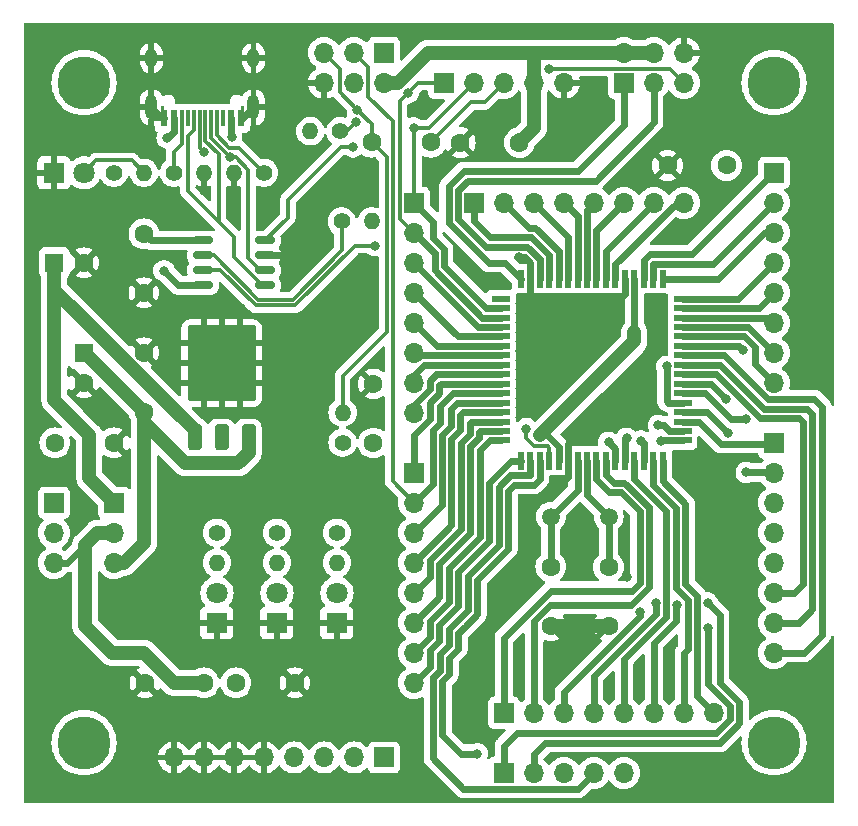
<source format=gtl>
G04 #@! TF.GenerationSoftware,KiCad,Pcbnew,7.0.7*
G04 #@! TF.CreationDate,2023-10-10T22:42:23+09:00*
G04 #@! TF.ProjectId,Pixy-mega128,41544d65-6761-4313-9238-4475696e6f2e,rev?*
G04 #@! TF.SameCoordinates,Original*
G04 #@! TF.FileFunction,Copper,L1,Top*
G04 #@! TF.FilePolarity,Positive*
%FSLAX46Y46*%
G04 Gerber Fmt 4.6, Leading zero omitted, Abs format (unit mm)*
G04 Created by KiCad (PCBNEW 7.0.7) date 2023-10-10 22:42:23*
%MOMM*%
%LPD*%
G01*
G04 APERTURE LIST*
G04 Aperture macros list*
%AMRoundRect*
0 Rectangle with rounded corners*
0 $1 Rounding radius*
0 $2 $3 $4 $5 $6 $7 $8 $9 X,Y pos of 4 corners*
0 Add a 4 corners polygon primitive as box body*
4,1,4,$2,$3,$4,$5,$6,$7,$8,$9,$2,$3,0*
0 Add four circle primitives for the rounded corners*
1,1,$1+$1,$2,$3*
1,1,$1+$1,$4,$5*
1,1,$1+$1,$6,$7*
1,1,$1+$1,$8,$9*
0 Add four rect primitives between the rounded corners*
20,1,$1+$1,$2,$3,$4,$5,0*
20,1,$1+$1,$4,$5,$6,$7,0*
20,1,$1+$1,$6,$7,$8,$9,0*
20,1,$1+$1,$8,$9,$2,$3,0*%
G04 Aperture macros list end*
G04 #@! TA.AperFunction,ComponentPad*
%ADD10C,1.400000*%
G04 #@! TD*
G04 #@! TA.AperFunction,ComponentPad*
%ADD11O,1.400000X1.400000*%
G04 #@! TD*
G04 #@! TA.AperFunction,ComponentPad*
%ADD12C,4.500000*%
G04 #@! TD*
G04 #@! TA.AperFunction,SMDPad,CuDef*
%ADD13RoundRect,0.250000X0.350000X-0.850000X0.350000X0.850000X-0.350000X0.850000X-0.350000X-0.850000X0*%
G04 #@! TD*
G04 #@! TA.AperFunction,SMDPad,CuDef*
%ADD14RoundRect,0.250000X1.125000X-1.275000X1.125000X1.275000X-1.125000X1.275000X-1.125000X-1.275000X0*%
G04 #@! TD*
G04 #@! TA.AperFunction,SMDPad,CuDef*
%ADD15RoundRect,0.249997X2.650003X-2.950003X2.650003X2.950003X-2.650003X2.950003X-2.650003X-2.950003X0*%
G04 #@! TD*
G04 #@! TA.AperFunction,ComponentPad*
%ADD16R,1.700000X1.700000*%
G04 #@! TD*
G04 #@! TA.AperFunction,ComponentPad*
%ADD17O,1.700000X1.700000*%
G04 #@! TD*
G04 #@! TA.AperFunction,ComponentPad*
%ADD18C,1.600000*%
G04 #@! TD*
G04 #@! TA.AperFunction,ComponentPad*
%ADD19R,1.800000X1.800000*%
G04 #@! TD*
G04 #@! TA.AperFunction,ComponentPad*
%ADD20C,1.800000*%
G04 #@! TD*
G04 #@! TA.AperFunction,SMDPad,CuDef*
%ADD21RoundRect,0.150000X0.675000X0.150000X-0.675000X0.150000X-0.675000X-0.150000X0.675000X-0.150000X0*%
G04 #@! TD*
G04 #@! TA.AperFunction,ComponentPad*
%ADD22R,1.600000X1.600000*%
G04 #@! TD*
G04 #@! TA.AperFunction,ComponentPad*
%ADD23C,1.500000*%
G04 #@! TD*
G04 #@! TA.AperFunction,SMDPad,CuDef*
%ADD24R,0.600000X1.450000*%
G04 #@! TD*
G04 #@! TA.AperFunction,SMDPad,CuDef*
%ADD25R,0.300000X1.450000*%
G04 #@! TD*
G04 #@! TA.AperFunction,ComponentPad*
%ADD26O,1.000000X2.100000*%
G04 #@! TD*
G04 #@! TA.AperFunction,ComponentPad*
%ADD27O,1.000000X1.600000*%
G04 #@! TD*
G04 #@! TA.AperFunction,SMDPad,CuDef*
%ADD28R,1.500000X0.550000*%
G04 #@! TD*
G04 #@! TA.AperFunction,SMDPad,CuDef*
%ADD29R,0.550000X1.500000*%
G04 #@! TD*
G04 #@! TA.AperFunction,ViaPad*
%ADD30C,0.800000*%
G04 #@! TD*
G04 #@! TA.AperFunction,Conductor*
%ADD31C,0.600000*%
G04 #@! TD*
G04 #@! TA.AperFunction,Conductor*
%ADD32C,0.300000*%
G04 #@! TD*
G04 #@! TA.AperFunction,Conductor*
%ADD33C,1.200000*%
G04 #@! TD*
G04 #@! TA.AperFunction,Conductor*
%ADD34C,0.500000*%
G04 #@! TD*
G04 APERTURE END LIST*
D10*
G04 #@! TO.P,R7,1*
G04 #@! TO.N,Net-(U3-TXD)*
X44688114Y-34598021D03*
D11*
G04 #@! TO.P,R7,2*
G04 #@! TO.N,/PE0*
X47228114Y-34598021D03*
G04 #@! TD*
D12*
G04 #@! TO.P,REF4,1*
G04 #@! TO.N,N/C*
X81280000Y-78740000D03*
G04 #@! TD*
D13*
G04 #@! TO.P,U2,1,IN*
G04 #@! TO.N,VDD*
X32230907Y-52892586D03*
G04 #@! TO.P,U2,2,NC*
G04 #@! TO.N,unconnected-(U2-NC-Pad2)*
X34510907Y-52892586D03*
G04 #@! TO.P,U2,3,OUT*
G04 #@! TO.N,Net-(J12-P2)*
X36790907Y-52892586D03*
D14*
G04 #@! TO.P,U2,4,GND*
G04 #@! TO.N,GND*
X32985907Y-48267586D03*
X36035907Y-48267586D03*
D15*
X34510907Y-46592586D03*
D14*
X32985907Y-44917586D03*
X36035907Y-44917586D03*
G04 #@! TD*
D16*
G04 #@! TO.P,J3,1,P0*
G04 #@! TO.N,/PA0*
X81280000Y-30480000D03*
D17*
G04 #@! TO.P,J3,2,P1*
G04 #@! TO.N,/PA1*
X81280000Y-33020000D03*
G04 #@! TO.P,J3,3,P2*
G04 #@! TO.N,/PA2*
X81280000Y-35560000D03*
G04 #@! TO.P,J3,4,P3*
G04 #@! TO.N,/PA3*
X81280000Y-38100000D03*
G04 #@! TO.P,J3,5,P4*
G04 #@! TO.N,/PA4*
X81280000Y-40640000D03*
G04 #@! TO.P,J3,6,P5*
G04 #@! TO.N,/PA5*
X81280000Y-43180000D03*
G04 #@! TO.P,J3,7,P6*
G04 #@! TO.N,/PA6*
X81280000Y-45720000D03*
G04 #@! TO.P,J3,8,P7*
G04 #@! TO.N,/PA7*
X81280000Y-48260000D03*
G04 #@! TD*
D16*
G04 #@! TO.P,J4,1,P0*
G04 #@! TO.N,/PB0*
X50800000Y-55880000D03*
D17*
G04 #@! TO.P,J4,2,P1*
G04 #@! TO.N,/PB1*
X50800000Y-58420000D03*
G04 #@! TO.P,J4,3,P2*
G04 #@! TO.N,/PB2*
X50800000Y-60960000D03*
G04 #@! TO.P,J4,4,P3*
G04 #@! TO.N,/PB3*
X50800000Y-63500000D03*
G04 #@! TO.P,J4,5,P4*
G04 #@! TO.N,/PB4*
X50800000Y-66040000D03*
G04 #@! TO.P,J4,6,P5*
G04 #@! TO.N,/PB5*
X50800000Y-68580000D03*
G04 #@! TO.P,J4,7,P6*
G04 #@! TO.N,/PB6*
X50800000Y-71120000D03*
G04 #@! TO.P,J4,8,P7*
G04 #@! TO.N,/PB7*
X50800000Y-73660000D03*
G04 #@! TD*
D18*
G04 #@! TO.P,C1,1*
G04 #@! TO.N,/DTR*
X52221606Y-27891503D03*
G04 #@! TO.P,C1,2*
G04 #@! TO.N,/{slash}RESET*
X47221606Y-27891503D03*
G04 #@! TD*
D19*
G04 #@! TO.P,D3,1,K*
G04 #@! TO.N,GND*
X39198295Y-68580000D03*
D20*
G04 #@! TO.P,D3,2,A*
G04 #@! TO.N,Net-(D3-A)*
X39198295Y-66040000D03*
G04 #@! TD*
D18*
G04 #@! TO.P,C10,1*
G04 #@! TO.N,VCC*
X35720000Y-73660000D03*
G04 #@! TO.P,C10,2*
G04 #@! TO.N,GND*
X40720000Y-73660000D03*
G04 #@! TD*
D21*
G04 #@! TO.P,U3,1,UD+*
G04 #@! TO.N,Net-(U3-UD+)*
X38185000Y-40005000D03*
G04 #@! TO.P,U3,2,UD-*
G04 #@! TO.N,Net-(U3-UD-)*
X38185000Y-38735000D03*
G04 #@! TO.P,U3,3,GND*
G04 #@! TO.N,GND*
X38185000Y-37465000D03*
G04 #@! TO.P,U3,4,~{RTS}*
G04 #@! TO.N,/DTR*
X38185000Y-36195000D03*
G04 #@! TO.P,U3,5,VCC*
G04 #@! TO.N,VDD*
X32935000Y-36195000D03*
G04 #@! TO.P,U3,6,TXD*
G04 #@! TO.N,Net-(U3-TXD)*
X32935000Y-37465000D03*
G04 #@! TO.P,U3,7,RXD*
G04 #@! TO.N,/PE1*
X32935000Y-38735000D03*
G04 #@! TO.P,U3,8,V3*
G04 #@! TO.N,Net-(J13-P1)*
X32935000Y-40005000D03*
G04 #@! TD*
D18*
G04 #@! TO.P,C2,1*
G04 #@! TO.N,Net-(U1-XTAL1)*
X67284504Y-63849460D03*
G04 #@! TO.P,C2,2*
G04 #@! TO.N,GND*
X67284504Y-68849460D03*
G04 #@! TD*
D10*
G04 #@! TO.P,R9,1*
G04 #@! TO.N,Net-(J11-CC2)*
X30480000Y-30480000D03*
D11*
G04 #@! TO.P,R9,2*
G04 #@! TO.N,GND*
X33020000Y-30480000D03*
G04 #@! TD*
D10*
G04 #@! TO.P,R8,1*
G04 #@! TO.N,Net-(J11-CC1)*
X38100000Y-30480000D03*
D11*
G04 #@! TO.P,R8,2*
G04 #@! TO.N,GND*
X35560000Y-30480000D03*
G04 #@! TD*
D16*
G04 #@! TO.P,J14,1,P0*
G04 #@! TO.N,/AVCC*
X68580000Y-22860000D03*
D17*
G04 #@! TO.P,J14,2,P1*
G04 #@! TO.N,VCC*
X68580000Y-20320000D03*
G04 #@! TO.P,J14,3,P2*
G04 #@! TO.N,/AREF*
X71120000Y-22860000D03*
G04 #@! TO.P,J14,4,P3*
G04 #@! TO.N,VCC*
X71120000Y-20320000D03*
G04 #@! TO.P,J14,5,P4*
G04 #@! TO.N,/{slash}RESET*
X73660000Y-22860000D03*
G04 #@! TO.P,J14,6,P5*
G04 #@! TO.N,GND*
X73660000Y-20320000D03*
G04 #@! TD*
D12*
G04 #@! TO.P,REF1,1*
G04 #@! TO.N,N/C*
X22860000Y-22860000D03*
G04 #@! TD*
D18*
G04 #@! TO.P,C6,1*
G04 #@! TO.N,VCC*
X59720530Y-27922545D03*
G04 #@! TO.P,C6,2*
G04 #@! TO.N,GND*
X54720530Y-27922545D03*
G04 #@! TD*
D16*
G04 #@! TO.P,J1,1,MISO*
G04 #@! TO.N,/PE1*
X48260000Y-20320000D03*
D17*
G04 #@! TO.P,J1,2,VCC*
G04 #@! TO.N,VCC*
X48260000Y-22860000D03*
G04 #@! TO.P,J1,3,SCK*
G04 #@! TO.N,/PB1*
X45720000Y-20320000D03*
G04 #@! TO.P,J1,4,MOSI*
G04 #@! TO.N,Net-(J1-MOSI)*
X45720000Y-22860000D03*
G04 #@! TO.P,J1,5,/RESET*
G04 #@! TO.N,/{slash}RESET*
X43180000Y-20320000D03*
G04 #@! TO.P,J1,6,GND*
G04 #@! TO.N,GND*
X43180000Y-22860000D03*
G04 #@! TD*
D22*
G04 #@! TO.P,C8,1*
G04 #@! TO.N,VDD*
X20360000Y-38100000D03*
D18*
G04 #@! TO.P,C8,2*
G04 #@! TO.N,GND*
X22860000Y-38100000D03*
G04 #@! TD*
D19*
G04 #@! TO.P,D1,1,K*
G04 #@! TO.N,GND*
X20320000Y-30480000D03*
D20*
G04 #@! TO.P,D1,2,A*
G04 #@! TO.N,Net-(D1-A)*
X22860000Y-30480000D03*
G04 #@! TD*
D18*
G04 #@! TO.P,C11,1*
G04 #@! TO.N,VCC*
X77270653Y-29851592D03*
G04 #@! TO.P,C11,2*
G04 #@! TO.N,GND*
X72270653Y-29851592D03*
G04 #@! TD*
G04 #@! TO.P,C3,1*
G04 #@! TO.N,Net-(U1-XTAL2)*
X62388252Y-63830700D03*
G04 #@! TO.P,C3,2*
G04 #@! TO.N,GND*
X62388252Y-68830700D03*
G04 #@! TD*
G04 #@! TO.P,C12,1*
G04 #@! TO.N,VCC*
X47356001Y-53359149D03*
G04 #@! TO.P,C12,2*
G04 #@! TO.N,GND*
X47356001Y-48359149D03*
G04 #@! TD*
D16*
G04 #@! TO.P,J10,1,P0*
G04 #@! TO.N,VDD*
X48278264Y-79983973D03*
D17*
G04 #@! TO.P,J10,2,P1*
G04 #@! TO.N,VCC*
X45738264Y-79983973D03*
G04 #@! TO.P,J10,3,P2*
X43198264Y-79983973D03*
G04 #@! TO.P,J10,4,P3*
X40658264Y-79983973D03*
G04 #@! TO.P,J10,5,P4*
G04 #@! TO.N,GND*
X38118264Y-79983973D03*
G04 #@! TO.P,J10,6,P5*
X35578264Y-79983973D03*
G04 #@! TO.P,J10,7,P6*
X33038264Y-79983973D03*
G04 #@! TO.P,J10,8,P7*
X30498264Y-79983973D03*
G04 #@! TD*
D19*
G04 #@! TO.P,D2,1,K*
G04 #@! TO.N,GND*
X34118295Y-68580000D03*
D20*
G04 #@! TO.P,D2,2,A*
G04 #@! TO.N,Net-(D2-A)*
X34118295Y-66040000D03*
G04 #@! TD*
D10*
G04 #@! TO.P,R6,1*
G04 #@! TO.N,/PB7*
X44278295Y-60960000D03*
D11*
G04 #@! TO.P,R6,2*
G04 #@! TO.N,Net-(D4-A)*
X44278295Y-63500000D03*
G04 #@! TD*
D10*
G04 #@! TO.P,R5,1*
G04 #@! TO.N,/PB6*
X39198295Y-60960000D03*
D11*
G04 #@! TO.P,R5,2*
G04 #@! TO.N,Net-(D3-A)*
X39198295Y-63500000D03*
G04 #@! TD*
D16*
G04 #@! TO.P,J7,1,P0*
G04 #@! TO.N,/PE0*
X50800000Y-33020000D03*
D17*
G04 #@! TO.P,J7,2,P1*
G04 #@! TO.N,/PE1*
X50800000Y-35560000D03*
G04 #@! TO.P,J7,3,P2*
G04 #@! TO.N,/PE2*
X50800000Y-38100000D03*
G04 #@! TO.P,J7,4,P3*
G04 #@! TO.N,/PE3*
X50800000Y-40640000D03*
G04 #@! TO.P,J7,5,P4*
G04 #@! TO.N,/PE4*
X50800000Y-43180000D03*
G04 #@! TO.P,J7,6,P5*
G04 #@! TO.N,/PE5*
X50800000Y-45720000D03*
G04 #@! TO.P,J7,7,P6*
G04 #@! TO.N,/PE6*
X50800000Y-48260000D03*
G04 #@! TO.P,J7,8,P7*
G04 #@! TO.N,/PE7*
X50800000Y-50800000D03*
G04 #@! TD*
D23*
G04 #@! TO.P,Y1,1,1*
G04 #@! TO.N,Net-(U1-XTAL2)*
X62393884Y-59583529D03*
G04 #@! TO.P,Y1,2,2*
G04 #@! TO.N,Net-(U1-XTAL1)*
X67293884Y-59583529D03*
G04 #@! TD*
D12*
G04 #@! TO.P,REF2,1*
G04 #@! TO.N,N/C*
X81280000Y-22860000D03*
G04 #@! TD*
D24*
G04 #@! TO.P,J11,A1,GND*
G04 #@! TO.N,GND*
X36142550Y-25861830D03*
G04 #@! TO.P,J11,A4,VBUS*
G04 #@! TO.N,VDD*
X35342550Y-25861830D03*
D25*
G04 #@! TO.P,J11,A5,CC1*
G04 #@! TO.N,Net-(J11-CC1)*
X34142550Y-25861830D03*
G04 #@! TO.P,J11,A6,D+*
G04 #@! TO.N,Net-(U3-UD+)*
X33142550Y-25861830D03*
G04 #@! TO.P,J11,A7,D-*
G04 #@! TO.N,Net-(U3-UD-)*
X32642550Y-25861830D03*
G04 #@! TO.P,J11,A8,SBU1*
G04 #@! TO.N,unconnected-(J11-SBU1-PadA8)*
X31642550Y-25861830D03*
D24*
G04 #@! TO.P,J11,A9,VBUS*
G04 #@! TO.N,VDD*
X30442550Y-25861830D03*
G04 #@! TO.P,J11,A12,GND*
G04 #@! TO.N,GND*
X29642550Y-25861830D03*
G04 #@! TO.P,J11,B1,GND*
X29642550Y-25861830D03*
G04 #@! TO.P,J11,B4,VBUS*
G04 #@! TO.N,VDD*
X30442550Y-25861830D03*
D25*
G04 #@! TO.P,J11,B5,CC2*
G04 #@! TO.N,Net-(J11-CC2)*
X31142550Y-25861830D03*
G04 #@! TO.P,J11,B6,D+*
G04 #@! TO.N,Net-(U3-UD+)*
X32142550Y-25861830D03*
G04 #@! TO.P,J11,B7,D-*
G04 #@! TO.N,Net-(U3-UD-)*
X33642550Y-25861830D03*
G04 #@! TO.P,J11,B8,SBU2*
G04 #@! TO.N,unconnected-(J11-SBU2-PadB8)*
X34642550Y-25861830D03*
D24*
G04 #@! TO.P,J11,B9,VBUS*
G04 #@! TO.N,VDD*
X35342550Y-25861830D03*
G04 #@! TO.P,J11,B12,GND*
G04 #@! TO.N,GND*
X36142550Y-25861830D03*
D26*
G04 #@! TO.P,J11,S1,SHIELD*
X37212550Y-24946830D03*
D27*
X37212550Y-20766830D03*
D26*
X28572550Y-24946830D03*
D27*
X28572550Y-20766830D03*
G04 #@! TD*
D10*
G04 #@! TO.P,R2,1*
G04 #@! TO.N,VDD*
X25400000Y-30480000D03*
D11*
G04 #@! TO.P,R2,2*
G04 #@! TO.N,Net-(D1-A)*
X27940000Y-30480000D03*
G04 #@! TD*
D19*
G04 #@! TO.P,D4,1,K*
G04 #@! TO.N,GND*
X44278295Y-68580000D03*
D20*
G04 #@! TO.P,D4,2,A*
G04 #@! TO.N,Net-(D4-A)*
X44278295Y-66040000D03*
G04 #@! TD*
D16*
G04 #@! TO.P,J12,1,P0*
G04 #@! TO.N,VDD*
X25400000Y-58420000D03*
D17*
G04 #@! TO.P,J12,2,P1*
G04 #@! TO.N,VCC*
X25400000Y-60960000D03*
G04 #@! TO.P,J12,3,P2*
G04 #@! TO.N,Net-(J12-P2)*
X25400000Y-63500000D03*
G04 #@! TD*
D16*
G04 #@! TO.P,J8,1,P0*
G04 #@! TO.N,/PF0*
X55880000Y-33020000D03*
D17*
G04 #@! TO.P,J8,2,P1*
G04 #@! TO.N,/PF1*
X58420000Y-33020000D03*
G04 #@! TO.P,J8,3,P2*
G04 #@! TO.N,/PF2*
X60960000Y-33020000D03*
G04 #@! TO.P,J8,4,P3*
G04 #@! TO.N,/PF3*
X63500000Y-33020000D03*
G04 #@! TO.P,J8,5,P4*
G04 #@! TO.N,/PF4*
X66040000Y-33020000D03*
G04 #@! TO.P,J8,6,P5*
G04 #@! TO.N,/PF5*
X68580000Y-33020000D03*
G04 #@! TO.P,J8,7,P6*
G04 #@! TO.N,/PF6*
X71120000Y-33020000D03*
G04 #@! TO.P,J8,8,P7*
G04 #@! TO.N,/PF7*
X73660000Y-33020000D03*
G04 #@! TD*
D18*
G04 #@! TO.P,C7,1*
G04 #@! TO.N,VCC*
X33020000Y-73660000D03*
G04 #@! TO.P,C7,2*
G04 #@! TO.N,GND*
X28020000Y-73660000D03*
G04 #@! TD*
D10*
G04 #@! TO.P,R3,1*
G04 #@! TO.N,VCC*
X44755223Y-53328337D03*
D11*
G04 #@! TO.P,R3,2*
G04 #@! TO.N,/{slash}RESET*
X44755223Y-50788337D03*
G04 #@! TD*
D18*
G04 #@! TO.P,C9,1*
G04 #@! TO.N,VDD*
X27940000Y-35640000D03*
G04 #@! TO.P,C9,2*
G04 #@! TO.N,GND*
X27940000Y-40640000D03*
G04 #@! TD*
D16*
G04 #@! TO.P,J9,1,P0*
G04 #@! TO.N,/PG0*
X58420000Y-81280000D03*
D17*
G04 #@! TO.P,J9,2,P1*
G04 #@! TO.N,/PG1*
X60960000Y-81280000D03*
G04 #@! TO.P,J9,3,P2*
G04 #@! TO.N,/PG2*
X63500000Y-81280000D03*
G04 #@! TO.P,J9,4,P3*
G04 #@! TO.N,/PG3*
X66040000Y-81280000D03*
G04 #@! TO.P,J9,5,P4*
G04 #@! TO.N,/PG4*
X68580000Y-81280000D03*
G04 #@! TD*
D16*
G04 #@! TO.P,J2,1,RX*
G04 #@! TO.N,/PE1*
X53340000Y-22860000D03*
D17*
G04 #@! TO.P,J2,2,TX*
G04 #@! TO.N,/PE0*
X55880000Y-22860000D03*
G04 #@! TO.P,J2,3,DTR*
G04 #@! TO.N,/DTR*
X58420000Y-22860000D03*
G04 #@! TO.P,J2,4,VCC*
G04 #@! TO.N,VCC*
X60960000Y-22860000D03*
G04 #@! TO.P,J2,5,GND*
G04 #@! TO.N,GND*
X63500000Y-22860000D03*
G04 #@! TD*
D28*
G04 #@! TO.P,U1,1,~{PEN}*
G04 #@! TO.N,unconnected-(U1-~{PEN}-Pad1)*
X58148797Y-41141459D03*
G04 #@! TO.P,U1,2,PE0*
G04 #@! TO.N,/PE0*
X58148797Y-41941459D03*
G04 #@! TO.P,U1,3,PE1*
G04 #@! TO.N,/PE1*
X58148797Y-42741459D03*
G04 #@! TO.P,U1,4,PE2*
G04 #@! TO.N,/PE2*
X58148797Y-43541459D03*
G04 #@! TO.P,U1,5,PE3*
G04 #@! TO.N,/PE3*
X58148797Y-44341459D03*
G04 #@! TO.P,U1,6,PE4*
G04 #@! TO.N,/PE4*
X58148797Y-45141459D03*
G04 #@! TO.P,U1,7,PE5*
G04 #@! TO.N,/PE5*
X58148797Y-45941459D03*
G04 #@! TO.P,U1,8,PE6*
G04 #@! TO.N,/PE6*
X58148797Y-46741459D03*
G04 #@! TO.P,U1,9,PE7*
G04 #@! TO.N,/PE7*
X58148797Y-47541459D03*
G04 #@! TO.P,U1,10,PB0*
G04 #@! TO.N,/PB0*
X58148797Y-48341459D03*
G04 #@! TO.P,U1,11,PB1*
G04 #@! TO.N,/PB1*
X58148797Y-49141459D03*
G04 #@! TO.P,U1,12,PB2*
G04 #@! TO.N,/PB2*
X58148797Y-49941459D03*
G04 #@! TO.P,U1,13,PB3*
G04 #@! TO.N,/PB3*
X58148797Y-50741459D03*
G04 #@! TO.P,U1,14,PB4*
G04 #@! TO.N,/PB4*
X58148797Y-51541459D03*
G04 #@! TO.P,U1,15,PB5*
G04 #@! TO.N,/PB5*
X58148797Y-52341459D03*
G04 #@! TO.P,U1,16,PB6*
G04 #@! TO.N,/PB6*
X58148797Y-53141459D03*
D29*
G04 #@! TO.P,U1,17,PB7*
G04 #@! TO.N,/PB7*
X59848797Y-54841459D03*
G04 #@! TO.P,U1,18,PG3*
G04 #@! TO.N,/PG3*
X60648797Y-54841459D03*
G04 #@! TO.P,U1,19,PG4*
G04 #@! TO.N,/PG4*
X61448797Y-54841459D03*
G04 #@! TO.P,U1,20,~{RESET}*
G04 #@! TO.N,/{slash}RESET*
X62248797Y-54841459D03*
G04 #@! TO.P,U1,21,VCC*
G04 #@! TO.N,VCC*
X63048797Y-54841459D03*
G04 #@! TO.P,U1,22,GND*
G04 #@! TO.N,GND*
X63848797Y-54841459D03*
G04 #@! TO.P,U1,23,XTAL2*
G04 #@! TO.N,Net-(U1-XTAL2)*
X64648797Y-54841459D03*
G04 #@! TO.P,U1,24,XTAL1*
G04 #@! TO.N,Net-(U1-XTAL1)*
X65448797Y-54841459D03*
G04 #@! TO.P,U1,25,PD0*
G04 #@! TO.N,/PD0*
X66248797Y-54841459D03*
G04 #@! TO.P,U1,26,PD1*
G04 #@! TO.N,/PD1*
X67048797Y-54841459D03*
G04 #@! TO.P,U1,27,PD2*
G04 #@! TO.N,/PD2*
X67848797Y-54841459D03*
G04 #@! TO.P,U1,28,PD3*
G04 #@! TO.N,/PD3*
X68648797Y-54841459D03*
G04 #@! TO.P,U1,29,PD4*
G04 #@! TO.N,/PD4*
X69448797Y-54841459D03*
G04 #@! TO.P,U1,30,PD5*
G04 #@! TO.N,/PD5*
X70248797Y-54841459D03*
G04 #@! TO.P,U1,31,PD6*
G04 #@! TO.N,/PD6*
X71048797Y-54841459D03*
G04 #@! TO.P,U1,32,PD7*
G04 #@! TO.N,/PD7*
X71848797Y-54841459D03*
D28*
G04 #@! TO.P,U1,33,PG0*
G04 #@! TO.N,/PG0*
X73548797Y-53141459D03*
G04 #@! TO.P,U1,34,PG1*
G04 #@! TO.N,/PG1*
X73548797Y-52341459D03*
G04 #@! TO.P,U1,35,PC0*
G04 #@! TO.N,/PC0*
X73548797Y-51541459D03*
G04 #@! TO.P,U1,36,PC1*
G04 #@! TO.N,/PC1*
X73548797Y-50741459D03*
G04 #@! TO.P,U1,37,PC2*
G04 #@! TO.N,/PC2*
X73548797Y-49941459D03*
G04 #@! TO.P,U1,38,PC3*
G04 #@! TO.N,/PC3*
X73548797Y-49141459D03*
G04 #@! TO.P,U1,39,PC4*
G04 #@! TO.N,/PC4*
X73548797Y-48341459D03*
G04 #@! TO.P,U1,40,PC5*
G04 #@! TO.N,/PC5*
X73548797Y-47541459D03*
G04 #@! TO.P,U1,41,PC6*
G04 #@! TO.N,/PC6*
X73548797Y-46741459D03*
G04 #@! TO.P,U1,42,PC7*
G04 #@! TO.N,/PC7*
X73548797Y-45941459D03*
G04 #@! TO.P,U1,43,PG2*
G04 #@! TO.N,/PG2*
X73548797Y-45141459D03*
G04 #@! TO.P,U1,44,PA7*
G04 #@! TO.N,/PA7*
X73548797Y-44341459D03*
G04 #@! TO.P,U1,45,PA6*
G04 #@! TO.N,/PA6*
X73548797Y-43541459D03*
G04 #@! TO.P,U1,46,PA5*
G04 #@! TO.N,/PA5*
X73548797Y-42741459D03*
G04 #@! TO.P,U1,47,PA4*
G04 #@! TO.N,/PA4*
X73548797Y-41941459D03*
G04 #@! TO.P,U1,48,PA3*
G04 #@! TO.N,/PA3*
X73548797Y-41141459D03*
D29*
G04 #@! TO.P,U1,49,PA2*
G04 #@! TO.N,/PA2*
X71848797Y-39441459D03*
G04 #@! TO.P,U1,50,PA1*
G04 #@! TO.N,/PA1*
X71048797Y-39441459D03*
G04 #@! TO.P,U1,51,PA0*
G04 #@! TO.N,/PA0*
X70248797Y-39441459D03*
G04 #@! TO.P,U1,52,VCC*
G04 #@! TO.N,VCC*
X69448797Y-39441459D03*
G04 #@! TO.P,U1,53,GND*
G04 #@! TO.N,GND*
X68648797Y-39441459D03*
G04 #@! TO.P,U1,54,PF7*
G04 #@! TO.N,/PF7*
X67848797Y-39441459D03*
G04 #@! TO.P,U1,55,PF6*
G04 #@! TO.N,/PF6*
X67048797Y-39441459D03*
G04 #@! TO.P,U1,56,PF5*
G04 #@! TO.N,/PF5*
X66248797Y-39441459D03*
G04 #@! TO.P,U1,57,PF4*
G04 #@! TO.N,/PF4*
X65448797Y-39441459D03*
G04 #@! TO.P,U1,58,PF3*
G04 #@! TO.N,/PF3*
X64648797Y-39441459D03*
G04 #@! TO.P,U1,59,PF2*
G04 #@! TO.N,/PF2*
X63848797Y-39441459D03*
G04 #@! TO.P,U1,60,PF1*
G04 #@! TO.N,/PF1*
X63048797Y-39441459D03*
G04 #@! TO.P,U1,61,PF0*
G04 #@! TO.N,/PF0*
X62248797Y-39441459D03*
G04 #@! TO.P,U1,62,AREF*
G04 #@! TO.N,/AREF*
X61448797Y-39441459D03*
G04 #@! TO.P,U1,63,GND*
G04 #@! TO.N,GND*
X60648797Y-39441459D03*
G04 #@! TO.P,U1,64,AVCC*
G04 #@! TO.N,/AVCC*
X59848797Y-39441459D03*
G04 #@! TD*
D16*
G04 #@! TO.P,J6,1,P0*
G04 #@! TO.N,/PD0*
X58420000Y-76200000D03*
D17*
G04 #@! TO.P,J6,2,P1*
G04 #@! TO.N,/PD1*
X60960000Y-76200000D03*
G04 #@! TO.P,J6,3,P2*
G04 #@! TO.N,/PD2*
X63500000Y-76200000D03*
G04 #@! TO.P,J6,4,P3*
G04 #@! TO.N,/PD3*
X66040000Y-76200000D03*
G04 #@! TO.P,J6,5,P4*
G04 #@! TO.N,/PD4*
X68580000Y-76200000D03*
G04 #@! TO.P,J6,6,P5*
G04 #@! TO.N,/PD5*
X71120000Y-76200000D03*
G04 #@! TO.P,J6,7,P6*
G04 #@! TO.N,/PD6*
X73660000Y-76200000D03*
G04 #@! TO.P,J6,8,P7*
G04 #@! TO.N,/PD7*
X76200000Y-76200000D03*
G04 #@! TD*
D10*
G04 #@! TO.P,R4,1*
G04 #@! TO.N,/PB5*
X34118295Y-60960000D03*
D11*
G04 #@! TO.P,R4,2*
G04 #@! TO.N,Net-(D2-A)*
X34118295Y-63500000D03*
G04 #@! TD*
D10*
G04 #@! TO.P,R1,1*
G04 #@! TO.N,/PE0*
X44569622Y-26950914D03*
D11*
G04 #@! TO.P,R1,2*
G04 #@! TO.N,Net-(J1-MOSI)*
X42029622Y-26950914D03*
G04 #@! TD*
D16*
G04 #@! TO.P,J5,1,P0*
G04 #@! TO.N,/PC0*
X81280000Y-53340000D03*
D17*
G04 #@! TO.P,J5,2,P1*
G04 #@! TO.N,/PC1*
X81280000Y-55880000D03*
G04 #@! TO.P,J5,3,P2*
G04 #@! TO.N,/PC2*
X81280000Y-58420000D03*
G04 #@! TO.P,J5,4,P3*
G04 #@! TO.N,/PC3*
X81280000Y-60960000D03*
G04 #@! TO.P,J5,5,P4*
G04 #@! TO.N,/PC4*
X81280000Y-63500000D03*
G04 #@! TO.P,J5,6,P5*
G04 #@! TO.N,/PC5*
X81280000Y-66040000D03*
G04 #@! TO.P,J5,7,P6*
G04 #@! TO.N,/PC6*
X81280000Y-68580000D03*
G04 #@! TO.P,J5,8,P7*
G04 #@! TO.N,/PC7*
X81280000Y-71120000D03*
G04 #@! TD*
D18*
G04 #@! TO.P,C13,1*
G04 #@! TO.N,Net-(J13-P0)*
X20400000Y-53340000D03*
G04 #@! TO.P,C13,2*
G04 #@! TO.N,GND*
X25400000Y-53340000D03*
G04 #@! TD*
D22*
G04 #@! TO.P,C4,1*
G04 #@! TO.N,Net-(J12-P2)*
X22860000Y-45760000D03*
D18*
G04 #@! TO.P,C4,2*
G04 #@! TO.N,GND*
X22860000Y-48260000D03*
G04 #@! TD*
D12*
G04 #@! TO.P,REF3,1*
G04 #@! TO.N,N/C*
X22860000Y-78740000D03*
G04 #@! TD*
D16*
G04 #@! TO.P,J13,1,P0*
G04 #@! TO.N,Net-(J13-P0)*
X20320000Y-58420000D03*
D17*
G04 #@! TO.P,J13,2,P1*
G04 #@! TO.N,Net-(J13-P1)*
X20320000Y-60960000D03*
G04 #@! TO.P,J13,3,P2*
G04 #@! TO.N,VCC*
X20320000Y-63500000D03*
G04 #@! TD*
D18*
G04 #@! TO.P,C5,1*
G04 #@! TO.N,Net-(J12-P2)*
X27940000Y-50720000D03*
G04 #@! TO.P,C5,2*
G04 #@! TO.N,GND*
X27940000Y-45720000D03*
G04 #@! TD*
D30*
G04 #@! TO.N,GND*
X35577107Y-32310515D03*
X30793901Y-75473700D03*
X51906209Y-25210248D03*
X59057196Y-24850988D03*
X47988564Y-75773538D03*
X54711860Y-75058439D03*
X50742891Y-78565502D03*
G04 #@! TO.N,/DTR*
X45633614Y-28290466D03*
G04 #@! TO.N,/{slash}RESET*
X45992382Y-25127618D03*
X62256321Y-21660000D03*
X60323707Y-52140500D03*
G04 #@! TO.N,GND*
X75348291Y-54020001D03*
X28623307Y-22679090D03*
X33030347Y-32052821D03*
X30941952Y-37818904D03*
X23414138Y-50155206D03*
X64817114Y-59502112D03*
X75177558Y-60678624D03*
X76035719Y-26170945D03*
X64095374Y-53188061D03*
X40787329Y-71120000D03*
X25757849Y-41124934D03*
X78623278Y-63596621D03*
X24058788Y-18973643D03*
X40906008Y-42844786D03*
X72430294Y-18889169D03*
X69822721Y-72186090D03*
X36141575Y-41897893D03*
X60199537Y-46957825D03*
X38824656Y-47542093D03*
X39276871Y-20711365D03*
X66128660Y-50869184D03*
X19313249Y-33033458D03*
X30199186Y-44329849D03*
X25163384Y-65588131D03*
X23305489Y-35149246D03*
X30274537Y-46135198D03*
X67308276Y-74095205D03*
X18972781Y-67330274D03*
X68518935Y-61432957D03*
X38780190Y-43049570D03*
X66685693Y-22984092D03*
X76481345Y-24206755D03*
X18912971Y-65117705D03*
X60963267Y-41539149D03*
X22521977Y-58410720D03*
X24218968Y-72410901D03*
X36224091Y-57012675D03*
X42055177Y-33721290D03*
X64809352Y-64056051D03*
X59671814Y-70913346D03*
X44429931Y-31051632D03*
X45661927Y-38910032D03*
X46396053Y-55026669D03*
X36473632Y-77013386D03*
X64716225Y-69131505D03*
X29871592Y-59155193D03*
X58290421Y-67812197D03*
X62900237Y-72515140D03*
X29219091Y-29092849D03*
X47857349Y-57629248D03*
X78095555Y-69091149D03*
X56722773Y-70637067D03*
X40647892Y-23993442D03*
X19378609Y-82622588D03*
X41556695Y-61081726D03*
X84940433Y-82572920D03*
X70813807Y-31113988D03*
X26332136Y-20773451D03*
X30388058Y-20755709D03*
X65141965Y-45738952D03*
X79539033Y-67321725D03*
X37248777Y-22698918D03*
X73773195Y-35998013D03*
X30258672Y-47571836D03*
X48866738Y-73414610D03*
X79340155Y-29539097D03*
X53485285Y-29541721D03*
X70896587Y-28496068D03*
X32913152Y-41897893D03*
X24756217Y-50641314D03*
X25602636Y-68954562D03*
X75804056Y-20965393D03*
X24919701Y-37539521D03*
X68798318Y-64692423D03*
X59882699Y-64947696D03*
X77322391Y-27461317D03*
X38904361Y-49146323D03*
X47790597Y-82913624D03*
X43296879Y-41528486D03*
X38314553Y-34186928D03*
X37268605Y-18653871D03*
X24488530Y-36150525D03*
X29897387Y-61702424D03*
X63653019Y-41691460D03*
X19100272Y-26668689D03*
X25742328Y-55572127D03*
X21611396Y-55037432D03*
X50800000Y-76068216D03*
X39758030Y-37477436D03*
X33616659Y-57065898D03*
X27853220Y-32507527D03*
X51170761Y-81582899D03*
X48256235Y-63563780D03*
X76991270Y-32343272D03*
X57902389Y-39718707D03*
X43256862Y-46854199D03*
X85160205Y-48034218D03*
X72399251Y-70696048D03*
X70831603Y-49084238D03*
X18827916Y-39640337D03*
X77552311Y-54935755D03*
X45389974Y-71120000D03*
X35365053Y-20716052D03*
X78111077Y-72738647D03*
X38845711Y-44882107D03*
X46756815Y-43323799D03*
X63500000Y-25115048D03*
X40103998Y-75562777D03*
X59733899Y-37623336D03*
X63500000Y-47511733D03*
X64398350Y-28537458D03*
X52395239Y-31445108D03*
X60246100Y-50596010D03*
X78561193Y-80995960D03*
X69745115Y-74141769D03*
X60626372Y-59408985D03*
X39668788Y-55138913D03*
X61645913Y-28547806D03*
X38795712Y-46259368D03*
X54767094Y-37731985D03*
X83563050Y-28445411D03*
X31000695Y-57033848D03*
X54985582Y-77641690D03*
X70288359Y-46622566D03*
X72368209Y-74141769D03*
X64809352Y-61588170D03*
X42551858Y-55122011D03*
X19699908Y-19601520D03*
X28524164Y-18673699D03*
X55923429Y-18805355D03*
X36641628Y-60719563D03*
X45615837Y-77587496D03*
X29749655Y-66218795D03*
X22860000Y-71120000D03*
X31418649Y-42158610D03*
X24764488Y-42071731D03*
X83574562Y-75526266D03*
X75177558Y-64201951D03*
X24518273Y-27067013D03*
X79414863Y-59716305D03*
X38824607Y-51403410D03*
X71095465Y-80964917D03*
X74603271Y-80995960D03*
X34624804Y-41906368D03*
X47098967Y-30626522D03*
X42615268Y-51406697D03*
X52966627Y-82867824D03*
X40642742Y-29443629D03*
X84738657Y-19190281D03*
X40955829Y-22248465D03*
X41163490Y-57211757D03*
X75084430Y-56860392D03*
X28326930Y-69461861D03*
X70966818Y-41771299D03*
X57613941Y-28051680D03*
X68363722Y-48485118D03*
X20048922Y-51612406D03*
X38235145Y-57180715D03*
X36036767Y-71275890D03*
X31272915Y-71658700D03*
X83512477Y-72692083D03*
X18796873Y-43903511D03*
X60416835Y-43507448D03*
X26421825Y-78740000D03*
X72337166Y-35947039D03*
X63390289Y-56671102D03*
X42144413Y-24901898D03*
X44122878Y-57180715D03*
X60929037Y-62016557D03*
X37566035Y-27061225D03*
X74414740Y-30979470D03*
X26858556Y-24860243D03*
X65515571Y-18712227D03*
X38912433Y-24969637D03*
X51073033Y-18749478D03*
X69665233Y-29634294D03*
X68580000Y-50800000D03*
X47667408Y-67231813D03*
X30466873Y-33735393D03*
X67041374Y-44008380D03*
X75025243Y-34839092D03*
X67885555Y-41496940D03*
G04 #@! TO.N,VCC*
X69448797Y-43962365D03*
X61507980Y-52702246D03*
G04 #@! TO.N,VDD*
X35364200Y-27483639D03*
X29901678Y-27527702D03*
G04 #@! TO.N,/PE1*
X50301664Y-23716681D03*
X47526658Y-36648601D03*
G04 #@! TO.N,/PE0*
X50778129Y-26674636D03*
X45861260Y-26189922D03*
G04 #@! TO.N,/PC1*
X77424306Y-52522362D03*
X78934437Y-55851510D03*
G04 #@! TO.N,/PC2*
X72199295Y-46878008D03*
G04 #@! TO.N,/PC3*
X78911022Y-51336059D03*
G04 #@! TO.N,/PC4*
X77243896Y-49668932D03*
G04 #@! TO.N,/PD2*
X67277234Y-53296710D03*
X69946891Y-67635255D03*
G04 #@! TO.N,/PD3*
X71266199Y-66921276D03*
X68798318Y-52952138D03*
G04 #@! TO.N,/PD5*
X73065699Y-67067176D03*
X70024497Y-53175644D03*
G04 #@! TO.N,/PG0*
X75665199Y-69004230D03*
X71731837Y-53172540D03*
G04 #@! TO.N,/PG1*
X71499018Y-51871858D03*
X75665199Y-66895219D03*
G04 #@! TO.N,/PG2*
X78644167Y-45487623D03*
G04 #@! TO.N,/PG4*
X56156248Y-79664236D03*
G04 #@! TO.N,Net-(U3-UD-)*
X35240252Y-29158088D03*
X33020000Y-28727202D03*
G04 #@! TO.N,Net-(J13-P1)*
X29627910Y-38771193D03*
G04 #@! TD*
D31*
G04 #@! TO.N,/PG3*
X64690000Y-82630000D02*
X66040000Y-81280000D01*
X52414812Y-80054812D02*
X54990000Y-82630000D01*
X52973655Y-72626063D02*
X52414812Y-73184906D01*
X52973655Y-71209085D02*
X52973655Y-72626063D01*
X53750000Y-70432740D02*
X52973655Y-71209085D01*
X53750000Y-69103648D02*
X53750000Y-70432740D01*
X54990000Y-82630000D02*
X64690000Y-82630000D01*
X55350000Y-67503648D02*
X53750000Y-69103648D01*
X52414812Y-73184906D02*
X52414812Y-80054812D01*
X60648797Y-56066459D02*
X60623797Y-56091459D01*
X58935522Y-56091459D02*
X57970631Y-57056350D01*
X57970631Y-57056350D02*
X57970631Y-61987037D01*
X60623797Y-56091459D02*
X58935522Y-56091459D01*
X57970631Y-61987037D02*
X55350000Y-64607668D01*
X60648797Y-54841459D02*
X60648797Y-56066459D01*
X55350000Y-64607668D02*
X55350000Y-67503648D01*
D32*
G04 #@! TO.N,Net-(U3-UD+)*
X34271409Y-34637386D02*
X35560000Y-35925977D01*
X31642550Y-32008527D02*
X34271409Y-34637386D01*
X34271409Y-28896351D02*
X34271409Y-34637386D01*
X33142550Y-25861830D02*
X33142550Y-27767492D01*
X33142550Y-27767492D02*
X34271409Y-28896351D01*
X35560000Y-37642107D02*
X37922893Y-40005000D01*
X35560000Y-35925977D02*
X35560000Y-37642107D01*
X37922893Y-40005000D02*
X38185000Y-40005000D01*
X32142550Y-26886830D02*
X31642550Y-27386830D01*
X31642550Y-27386830D02*
X31642550Y-32008527D01*
X32142550Y-25861830D02*
X32142550Y-26886830D01*
G04 #@! TO.N,Net-(U3-TXD)*
X40519402Y-41214792D02*
X44688114Y-37046080D01*
X44688114Y-37046080D02*
X44688114Y-34598021D01*
X37609752Y-41214792D02*
X40519402Y-41214792D01*
X33859960Y-37465000D02*
X37609752Y-41214792D01*
X32935000Y-37465000D02*
X33859960Y-37465000D01*
G04 #@! TO.N,/PE1*
X34411439Y-38735000D02*
X32935000Y-38735000D01*
X37391231Y-41714792D02*
X34411439Y-38735000D01*
X40726508Y-41714792D02*
X37391231Y-41714792D01*
X45792699Y-36648601D02*
X40726508Y-41714792D01*
D33*
G04 #@! TO.N,VCC*
X30480000Y-73660000D02*
X33020000Y-73660000D01*
X27940000Y-71120000D02*
X30480000Y-73660000D01*
X25228795Y-71120000D02*
X27940000Y-71120000D01*
D32*
G04 #@! TO.N,/PE1*
X49600000Y-34360000D02*
X50800000Y-35560000D01*
X49600000Y-24418345D02*
X49600000Y-34360000D01*
X50301664Y-23716681D02*
X49600000Y-24418345D01*
D33*
G04 #@! TO.N,VCC*
X60960000Y-26683075D02*
X60960000Y-22860000D01*
X59720530Y-27922545D02*
X60960000Y-26683075D01*
D32*
G04 #@! TO.N,/DTR*
X55621381Y-24491728D02*
X56788272Y-24491728D01*
X56788272Y-24491728D02*
X58420000Y-22860000D01*
X52221606Y-27891503D02*
X55621381Y-24491728D01*
G04 #@! TO.N,/PE0*
X52065364Y-26674636D02*
X55880000Y-22860000D01*
X50778129Y-26674636D02*
X52065364Y-26674636D01*
G04 #@! TO.N,/PE1*
X53340000Y-22860000D02*
X51158345Y-22860000D01*
X51158345Y-22860000D02*
X50301664Y-23716681D01*
D33*
G04 #@! TO.N,VCC*
X60960000Y-22860000D02*
X60960000Y-20320000D01*
X60960000Y-20320000D02*
X68580000Y-20320000D01*
X52002081Y-20320000D02*
X60960000Y-20320000D01*
X49462081Y-22860000D02*
X52002081Y-20320000D01*
X48260000Y-22860000D02*
X49462081Y-22860000D01*
D32*
G04 #@! TO.N,/{slash}RESET*
X72460000Y-21660000D02*
X73660000Y-22860000D01*
X62256321Y-21660000D02*
X72460000Y-21660000D01*
X48478511Y-29148408D02*
X47221606Y-27891503D01*
X48478511Y-43925319D02*
X48478511Y-29148408D01*
X44755223Y-47648607D02*
X48478511Y-43925319D01*
X44755223Y-50788337D02*
X44755223Y-47648607D01*
G04 #@! TO.N,/PE1*
X47526658Y-36648601D02*
X45792699Y-36648601D01*
D33*
G04 #@! TO.N,Net-(J12-P2)*
X26258542Y-63500000D02*
X25400000Y-63500000D01*
X27940000Y-61818542D02*
X26258542Y-63500000D01*
X27940000Y-51568449D02*
X27940000Y-61818542D01*
X27940000Y-51568449D02*
X27940000Y-50720000D01*
X31433957Y-55062406D02*
X27940000Y-51568449D01*
X36790907Y-54204761D02*
X35933262Y-55062406D01*
X35933262Y-55062406D02*
X31433957Y-55062406D01*
X36790907Y-52892586D02*
X36790907Y-54204761D01*
G04 #@! TO.N,VDD*
X20360000Y-40402742D02*
X20360000Y-49740418D01*
X20360000Y-38100000D02*
X20360000Y-40402742D01*
X32230907Y-52892586D02*
X32230907Y-52273649D01*
X32230907Y-52273649D02*
X20360000Y-40402742D01*
D32*
G04 #@! TO.N,/DTR*
X40106153Y-34273847D02*
X38185000Y-36195000D01*
X45633614Y-28290466D02*
X44583826Y-28290466D01*
X44583826Y-28290466D02*
X40130541Y-32743751D01*
X40130541Y-32743751D02*
X40130541Y-34273847D01*
X40130541Y-34273847D02*
X40106153Y-34273847D01*
G04 #@! TO.N,/{slash}RESET*
X62248797Y-53791459D02*
X62109584Y-53652246D01*
X44520000Y-23655237D02*
X44520000Y-21660000D01*
X47221606Y-27891503D02*
X47221606Y-26356843D01*
X44520000Y-21660000D02*
X43180000Y-20320000D01*
X60261622Y-52911782D02*
X60261622Y-52202585D01*
X45992382Y-25127618D02*
X44520000Y-23655237D01*
X60261622Y-52202585D02*
X60323707Y-52140500D01*
X47221606Y-26356843D02*
X45992382Y-25127618D01*
X61002086Y-53652246D02*
X60261622Y-52911782D01*
X62109584Y-53652246D02*
X61002086Y-53652246D01*
X62248797Y-54841459D02*
X62248797Y-53791459D01*
D31*
G04 #@! TO.N,Net-(U1-XTAL1)*
X67293884Y-63840080D02*
X67284504Y-63849460D01*
X65448797Y-57738442D02*
X67293884Y-59583529D01*
X65448797Y-54841459D02*
X65448797Y-57738442D01*
X67293884Y-59583529D02*
X67293884Y-63840080D01*
G04 #@! TO.N,GND*
X29642550Y-25861830D02*
X29487550Y-25861830D01*
X60648797Y-39441459D02*
X60648797Y-41224679D01*
D33*
X67284504Y-68849460D02*
X64998270Y-68849460D01*
D31*
X60180674Y-37623336D02*
X60648797Y-38091459D01*
X63848797Y-56212594D02*
X63390289Y-56671102D01*
X63848797Y-54841459D02*
X63848797Y-53434638D01*
D33*
X62388252Y-68830700D02*
X64415420Y-68830700D01*
D31*
X63848797Y-54841459D02*
X63848797Y-56212594D01*
D32*
X43887106Y-22860000D02*
X43180000Y-22860000D01*
D31*
X60648797Y-41224679D02*
X60963267Y-41539149D01*
X29487550Y-25861830D02*
X28572550Y-24946830D01*
X63848797Y-53434638D02*
X64095374Y-53188061D01*
X36297550Y-25861830D02*
X37212550Y-24946830D01*
X38185000Y-37465000D02*
X39745594Y-37465000D01*
D33*
X64415420Y-68830700D02*
X64716225Y-69131505D01*
D31*
X39745594Y-37465000D02*
X39758030Y-37477436D01*
X68648797Y-40733698D02*
X67885555Y-41496940D01*
X68648797Y-39441459D02*
X68648797Y-40733698D01*
D33*
X64998270Y-68849460D02*
X64716225Y-69131505D01*
D31*
X36142550Y-25861830D02*
X36297550Y-25861830D01*
X59733899Y-37623336D02*
X60180674Y-37623336D01*
X60648797Y-38091459D02*
X60648797Y-39441459D01*
G04 #@! TO.N,Net-(U1-XTAL2)*
X62393884Y-59583529D02*
X62393884Y-63825068D01*
X64648797Y-57328616D02*
X62393884Y-59583529D01*
X64648797Y-54841459D02*
X64648797Y-57328616D01*
X62393884Y-63825068D02*
X62388252Y-63830700D01*
D33*
G04 #@! TO.N,Net-(J12-P2)*
X22860000Y-45760000D02*
X22980000Y-45760000D01*
X22980000Y-45760000D02*
X27940000Y-50720000D01*
X27940000Y-50720000D02*
X27820000Y-50720000D01*
D31*
G04 #@! TO.N,VCC*
X21427805Y-63500000D02*
X22964021Y-61963784D01*
D33*
X22964021Y-61963784D02*
X22964021Y-68855226D01*
X25400000Y-60960000D02*
X23967805Y-60960000D01*
X69448797Y-44761428D02*
X69448797Y-43962365D01*
D31*
X61507980Y-52702246D02*
X62078822Y-52702246D01*
D32*
X48260000Y-23188308D02*
X48260000Y-22860000D01*
D33*
X59720530Y-27726604D02*
X59720530Y-27922545D01*
D31*
X69448797Y-43962365D02*
X69448797Y-39441459D01*
X20320000Y-63500000D02*
X21427805Y-63500000D01*
X62078822Y-52702246D02*
X63048797Y-53672221D01*
D33*
X68580000Y-20320000D02*
X71120000Y-20320000D01*
X61507980Y-52702246D02*
X69448797Y-44761428D01*
X22964021Y-68855226D02*
X25228795Y-71120000D01*
X23967805Y-60960000D02*
X22964021Y-61963784D01*
D31*
X63048797Y-53672221D02*
X63048797Y-54841459D01*
G04 #@! TO.N,VDD*
X30442550Y-26986830D02*
X29901678Y-27527702D01*
D33*
X20360000Y-49740418D02*
X23322395Y-52702813D01*
D34*
X35342550Y-27461989D02*
X35364200Y-27483639D01*
D31*
X28495000Y-36195000D02*
X27940000Y-35640000D01*
X30442550Y-25861830D02*
X30442550Y-26986830D01*
D33*
X23322395Y-56342395D02*
X25400000Y-58420000D01*
D31*
X35342550Y-25861830D02*
X35342550Y-27461989D01*
X32935000Y-36195000D02*
X28495000Y-36195000D01*
D33*
X23322395Y-52702813D02*
X23322395Y-56342395D01*
D32*
G04 #@! TO.N,Net-(D1-A)*
X22860000Y-30480000D02*
X23910000Y-29430000D01*
X26890000Y-29430000D02*
X27940000Y-30480000D01*
X23910000Y-29430000D02*
X26890000Y-29430000D01*
D31*
G04 #@! TO.N,/PE1*
X52540000Y-37300000D02*
X50800000Y-35560000D01*
X56592427Y-42741459D02*
X52540000Y-38689032D01*
X52540000Y-38689032D02*
X52540000Y-37300000D01*
X58148797Y-42741459D02*
X56592427Y-42741459D01*
D32*
G04 #@! TO.N,/PB1*
X46920000Y-21520000D02*
X45720000Y-20320000D01*
D31*
X52370631Y-56849369D02*
X50800000Y-58420000D01*
D32*
X46920000Y-24060000D02*
X46920000Y-21520000D01*
D31*
X52986435Y-50245495D02*
X52986435Y-51658989D01*
X58148797Y-49141459D02*
X54090472Y-49141459D01*
D32*
X48996994Y-56616994D02*
X48996994Y-26136994D01*
X50800000Y-58420000D02*
X48996994Y-56616994D01*
X48996994Y-26136994D02*
X46920000Y-24060000D01*
D31*
X54090472Y-49141459D02*
X52986435Y-50245495D01*
X52986435Y-51658989D02*
X52370631Y-52274793D01*
X52370631Y-52274793D02*
X52370631Y-56849369D01*
G04 #@! TO.N,/PE0*
X53340000Y-38357662D02*
X56923797Y-41941459D01*
X56923797Y-41941459D02*
X58148797Y-41941459D01*
D32*
X50778129Y-26674636D02*
X50800000Y-26696507D01*
X50800000Y-26696507D02*
X50800000Y-33020000D01*
D31*
X50800000Y-33020000D02*
X52413302Y-34633302D01*
X52413302Y-34633302D02*
X52413302Y-36041932D01*
D32*
X45861260Y-26189922D02*
X45100268Y-26950914D01*
D31*
X53340000Y-36968630D02*
X53340000Y-38357662D01*
X52413302Y-36041932D02*
X53340000Y-36968630D01*
D32*
X45100268Y-26950914D02*
X44569622Y-26950914D01*
D31*
G04 #@! TO.N,/PA0*
X70248797Y-37885089D02*
X70747544Y-37386342D01*
X70248797Y-39441459D02*
X70248797Y-37885089D01*
X70747544Y-37386342D02*
X74316273Y-37386342D01*
X74316273Y-37386342D02*
X81222615Y-30480000D01*
X81222615Y-30480000D02*
X81280000Y-30480000D01*
G04 #@! TO.N,/PA1*
X76113658Y-38186342D02*
X71078914Y-38186342D01*
X71078914Y-38186342D02*
X71048797Y-38216459D01*
X71048797Y-38216459D02*
X71048797Y-39441459D01*
X81280000Y-33020000D02*
X76113658Y-38186342D01*
G04 #@! TO.N,/PA2*
X80397870Y-35560000D02*
X76516411Y-39441459D01*
X76516411Y-39441459D02*
X71848797Y-39441459D01*
X81280000Y-35560000D02*
X80397870Y-35560000D01*
G04 #@! TO.N,/PA3*
X78238541Y-41141459D02*
X81280000Y-38100000D01*
X73548797Y-41141459D02*
X78238541Y-41141459D01*
G04 #@! TO.N,/PA4*
X79978541Y-41941459D02*
X81280000Y-40640000D01*
X73548797Y-41941459D02*
X79978541Y-41941459D01*
G04 #@! TO.N,/PA5*
X73548797Y-42741459D02*
X80841459Y-42741459D01*
X80841459Y-42741459D02*
X81280000Y-43180000D01*
G04 #@! TO.N,/PA6*
X73548797Y-43541459D02*
X79101459Y-43541459D01*
X79101459Y-43541459D02*
X81280000Y-45720000D01*
G04 #@! TO.N,/PA7*
X79678364Y-45249734D02*
X79678364Y-46658364D01*
X79678364Y-46658364D02*
X81280000Y-48260000D01*
X73548797Y-44341459D02*
X78770089Y-44341459D01*
X78770089Y-44341459D02*
X79678364Y-45249734D01*
G04 #@! TO.N,/PB0*
X53049177Y-48341459D02*
X58148797Y-48341459D01*
X50800000Y-55880000D02*
X50800000Y-52709189D01*
X52950000Y-49150560D02*
X52950000Y-48440636D01*
X50800000Y-52709189D02*
X52150000Y-51359189D01*
X52150000Y-49950559D02*
X52950000Y-49150560D01*
X52950000Y-48440636D02*
X53049177Y-48341459D01*
X52150000Y-51359189D02*
X52150000Y-49950559D01*
G04 #@! TO.N,/PB2*
X53901987Y-50461315D02*
X53901987Y-51929043D01*
X53170631Y-58589369D02*
X50800000Y-60960000D01*
X58148797Y-49941459D02*
X54421843Y-49941459D01*
X53901987Y-51929043D02*
X53170631Y-52660399D01*
X54421843Y-49941459D02*
X53901987Y-50461315D01*
X53170631Y-52660399D02*
X53170631Y-58589369D01*
G04 #@! TO.N,/PB3*
X53970631Y-60329369D02*
X53970631Y-52991769D01*
X54935743Y-50741459D02*
X58148797Y-50741459D01*
X50800000Y-63500000D02*
X53970631Y-60329369D01*
X54701987Y-50975215D02*
X54935743Y-50741459D01*
X53970631Y-52991769D02*
X54701987Y-52260413D01*
X54701987Y-52260413D02*
X54701987Y-50975215D01*
G04 #@! TO.N,/PB4*
X58148797Y-51541459D02*
X55603123Y-51541459D01*
X55603123Y-51541459D02*
X55501987Y-51642595D01*
X54770631Y-53323140D02*
X54770631Y-60661557D01*
X54770631Y-60661557D02*
X52150000Y-63282188D01*
X52150000Y-64690000D02*
X50800000Y-66040000D01*
X52150000Y-63282188D02*
X52150000Y-64690000D01*
X55501987Y-51642595D02*
X55501987Y-52591784D01*
X55501987Y-52591784D02*
X54770631Y-53323140D01*
G04 #@! TO.N,/PB5*
X56301987Y-52923154D02*
X55570631Y-53654510D01*
X55570631Y-53654510D02*
X55570631Y-60992927D01*
X52950000Y-66430000D02*
X50800000Y-68580000D01*
X52950000Y-63613558D02*
X52950000Y-66430000D01*
X56301987Y-52464265D02*
X56301987Y-52923154D01*
X58148797Y-52341459D02*
X56424793Y-52341459D01*
X56424793Y-52341459D02*
X56301987Y-52464265D01*
X55570631Y-60992927D02*
X52950000Y-63613558D01*
G04 #@! TO.N,/PB6*
X52150000Y-69770000D02*
X52150000Y-68397928D01*
X52150000Y-68397928D02*
X53750000Y-66797928D01*
X57215052Y-53141459D02*
X58148797Y-53141459D01*
X56370631Y-61324297D02*
X56370631Y-53985880D01*
X56370631Y-53985880D02*
X57215052Y-53141459D01*
X53750000Y-63944928D02*
X56370631Y-61324297D01*
X50800000Y-71120000D02*
X52150000Y-69770000D01*
X53750000Y-66797928D02*
X53750000Y-63944928D01*
G04 #@! TO.N,/PB7*
X57170631Y-61655667D02*
X57170631Y-56724980D01*
X52950000Y-70101370D02*
X52950000Y-68772278D01*
X52173655Y-72286345D02*
X52173655Y-70877715D01*
X57170631Y-56724980D02*
X59054152Y-54841459D01*
X50800000Y-73660000D02*
X52173655Y-72286345D01*
X52950000Y-68772278D02*
X54550000Y-67172278D01*
X52173655Y-70877715D02*
X52950000Y-70101370D01*
X59054152Y-54841459D02*
X59848797Y-54841459D01*
X54550000Y-67172278D02*
X54550000Y-64276298D01*
X54550000Y-64276298D02*
X57170631Y-61655667D01*
G04 #@! TO.N,/PC0*
X73548797Y-51541459D02*
X74898797Y-51541459D01*
X81197638Y-53422362D02*
X81280000Y-53340000D01*
X74898797Y-51541459D02*
X76779700Y-53422362D01*
X76779700Y-53422362D02*
X81197638Y-53422362D01*
G04 #@! TO.N,/PC1*
X75643403Y-50741459D02*
X77424306Y-52522362D01*
X81251510Y-55851510D02*
X81280000Y-55880000D01*
X73548797Y-50741459D02*
X75643403Y-50741459D01*
X78934437Y-55851510D02*
X81251510Y-55851510D01*
G04 #@! TO.N,/PC2*
X73548797Y-49941459D02*
X72323797Y-49941459D01*
X72199295Y-49816957D02*
X72199295Y-46878008D01*
X72323797Y-49941459D02*
X72199295Y-49816957D01*
G04 #@! TO.N,/PC3*
X77638230Y-51336059D02*
X75443630Y-49141459D01*
X75443630Y-49141459D02*
X73548797Y-49141459D01*
X78911022Y-51336059D02*
X77638230Y-51336059D01*
G04 #@! TO.N,/PC4*
X73548797Y-48341459D02*
X75916423Y-48341459D01*
X75916423Y-48341459D02*
X77243896Y-49668932D01*
G04 #@! TO.N,/PC5*
X73548797Y-47541459D02*
X76388510Y-47541459D01*
X83728465Y-51563227D02*
X83728465Y-65255602D01*
X83728465Y-65255602D02*
X82944067Y-66040000D01*
X82944067Y-66040000D02*
X81280000Y-66040000D01*
X83405138Y-51239900D02*
X83728465Y-51563227D01*
X76388510Y-47541459D02*
X80086950Y-51239900D01*
X80086950Y-51239900D02*
X83405138Y-51239900D01*
G04 #@! TO.N,/PC6*
X80418321Y-50439900D02*
X84079659Y-50439900D01*
X76719881Y-46741459D02*
X80418321Y-50439900D01*
X84528465Y-50888706D02*
X84528465Y-67435685D01*
X84079659Y-50439900D02*
X84528465Y-50888706D01*
X84528465Y-67435685D02*
X83384150Y-68580000D01*
X73548797Y-46741459D02*
X76719881Y-46741459D01*
X83384150Y-68580000D02*
X81280000Y-68580000D01*
G04 #@! TO.N,/PC7*
X80749692Y-49639900D02*
X84676572Y-49639900D01*
X77051251Y-45941459D02*
X80749692Y-49639900D01*
X84676572Y-49639900D02*
X85328465Y-50291793D01*
X83793191Y-71120000D02*
X81280000Y-71120000D01*
X85328465Y-50291793D02*
X85328465Y-69584726D01*
X73548797Y-45941459D02*
X77051251Y-45941459D01*
X85328465Y-69584726D02*
X83793191Y-71120000D01*
G04 #@! TO.N,/PD0*
X67339319Y-57534015D02*
X66248797Y-56443493D01*
X68286115Y-57534015D02*
X67339319Y-57534015D01*
X62398795Y-65850309D02*
X69232914Y-65850309D01*
X69900327Y-65182896D02*
X69900327Y-59148227D01*
X66248797Y-56443493D02*
X66248797Y-54841459D01*
X69232914Y-65850309D02*
X69900327Y-65182896D01*
X69900327Y-59148227D02*
X68286115Y-57534015D01*
X58420000Y-76200000D02*
X58420000Y-69829104D01*
X58420000Y-69829104D02*
X62398795Y-65850309D01*
G04 #@! TO.N,/PD1*
X69186349Y-67057863D02*
X62322611Y-67057863D01*
X62322611Y-67057863D02*
X60960000Y-68420474D01*
X70700327Y-58816856D02*
X70700327Y-65543885D01*
X67716353Y-56734015D02*
X68617485Y-56734015D01*
X68617485Y-56734015D02*
X70700327Y-58816856D01*
X67048797Y-54841459D02*
X67048797Y-56066459D01*
X67048797Y-56066459D02*
X67716353Y-56734015D01*
X60960000Y-68420474D02*
X60960000Y-76200000D01*
X70700327Y-65543885D02*
X69186349Y-67057863D01*
G04 #@! TO.N,/PD2*
X63500000Y-74472442D02*
X63500000Y-76200000D01*
X67848797Y-53868273D02*
X67277234Y-53296710D01*
X69946891Y-68025551D02*
X63500000Y-74472442D01*
X69946891Y-67635255D02*
X69946891Y-68025551D01*
X67848797Y-54841459D02*
X67848797Y-53868273D01*
G04 #@! TO.N,/PD3*
X71266199Y-67837613D02*
X66040000Y-73063812D01*
X68648797Y-53101659D02*
X68648797Y-54841459D01*
X71266199Y-66921276D02*
X71266199Y-67837613D01*
X68798318Y-52952138D02*
X68648797Y-53101659D01*
X66040000Y-73063812D02*
X66040000Y-76200000D01*
G04 #@! TO.N,/PD4*
X68580000Y-71655182D02*
X68580000Y-76200000D01*
X69448797Y-54841459D02*
X69448797Y-56433956D01*
X72166199Y-68068983D02*
X68580000Y-71655182D01*
X69448797Y-56433956D02*
X72166199Y-59151358D01*
X72166199Y-59151358D02*
X72166199Y-68068983D01*
G04 #@! TO.N,/PD5*
X72966199Y-67166676D02*
X73065699Y-67067176D01*
X72966199Y-68424865D02*
X72966199Y-67166676D01*
X70024497Y-53175644D02*
X70248797Y-53399944D01*
X70248797Y-53399944D02*
X70248797Y-54841459D01*
X72966199Y-68424865D02*
X71120000Y-70271064D01*
X71120000Y-70271064D02*
X71120000Y-76200000D01*
G04 #@! TO.N,/PD6*
X72973538Y-58827327D02*
X71048797Y-56902586D01*
X73965699Y-66612755D02*
X72973538Y-65620594D01*
X73660000Y-71120000D02*
X73965699Y-70814301D01*
X72973538Y-65620594D02*
X72973538Y-58827327D01*
X71048797Y-56902586D02*
X71048797Y-54841459D01*
X73965699Y-70814301D02*
X73965699Y-66612755D01*
X73660000Y-76200000D02*
X73660000Y-71120000D01*
G04 #@! TO.N,/PD7*
X73773538Y-58495956D02*
X73773538Y-65289224D01*
X71848797Y-56571215D02*
X73773538Y-58495956D01*
X71848797Y-54841459D02*
X71848797Y-56571215D01*
X73773538Y-65289224D02*
X74765699Y-66281384D01*
X74765699Y-66281384D02*
X74765699Y-74765699D01*
X74765699Y-74765699D02*
X76200000Y-76200000D01*
G04 #@! TO.N,/PE2*
X50819598Y-38100000D02*
X50800000Y-38100000D01*
X56261057Y-43541459D02*
X50819598Y-38100000D01*
X58148797Y-43541459D02*
X56261057Y-43541459D01*
G04 #@! TO.N,/PE3*
X58148797Y-44341459D02*
X54501459Y-44341459D01*
X54501459Y-44341459D02*
X50800000Y-40640000D01*
G04 #@! TO.N,/PE4*
X52761459Y-45141459D02*
X50800000Y-43180000D01*
X58148797Y-45141459D02*
X52761459Y-45141459D01*
G04 #@! TO.N,/PE5*
X58148797Y-45941459D02*
X51021459Y-45941459D01*
X51021459Y-45941459D02*
X50800000Y-45720000D01*
G04 #@! TO.N,/PE6*
X51687730Y-46741459D02*
X50800000Y-47629189D01*
X58148797Y-46741459D02*
X51687730Y-46741459D01*
X50800000Y-47629189D02*
X50800000Y-48260000D01*
G04 #@! TO.N,/PE7*
X50800000Y-50169189D02*
X50800000Y-50800000D01*
X58148797Y-47541459D02*
X52691710Y-47541459D01*
X52691710Y-47541459D02*
X52150000Y-48083169D01*
X52150000Y-48083169D02*
X52150000Y-48819189D01*
X52150000Y-48819189D02*
X50800000Y-50169189D01*
G04 #@! TO.N,/PF0*
X60736573Y-35915997D02*
X57207367Y-35915997D01*
X57207367Y-35915997D02*
X55880000Y-34588630D01*
X62248797Y-37428221D02*
X60736573Y-35915997D01*
X55880000Y-34588630D02*
X55880000Y-33020000D01*
X62248797Y-39441459D02*
X62248797Y-37428221D01*
G04 #@! TO.N,/PF1*
X60515997Y-35115997D02*
X58420000Y-33020000D01*
X63048797Y-37096851D02*
X61067943Y-35115997D01*
X63048797Y-39441459D02*
X63048797Y-37096851D01*
X61067943Y-35115997D02*
X60515997Y-35115997D01*
G04 #@! TO.N,/PF2*
X60960000Y-33020000D02*
X63848797Y-35908797D01*
X63848797Y-35908797D02*
X63848797Y-39441459D01*
G04 #@! TO.N,/PF3*
X64648797Y-39441459D02*
X64648797Y-34168797D01*
X64648797Y-34168797D02*
X63500000Y-33020000D01*
G04 #@! TO.N,/PF4*
X65448797Y-33611203D02*
X66040000Y-33020000D01*
X65448797Y-39441459D02*
X65448797Y-33611203D01*
G04 #@! TO.N,/PF5*
X66248797Y-35351203D02*
X68580000Y-33020000D01*
X66248797Y-39441459D02*
X66248797Y-35351203D01*
G04 #@! TO.N,/PF6*
X67048797Y-37091203D02*
X71120000Y-33020000D01*
X67048797Y-39441459D02*
X67048797Y-37091203D01*
G04 #@! TO.N,/PF7*
X67848797Y-39441459D02*
X67848797Y-38216459D01*
X73045256Y-33020000D02*
X73660000Y-33020000D01*
X67848797Y-38216459D02*
X73045256Y-33020000D01*
G04 #@! TO.N,/PG0*
X59485558Y-77944479D02*
X58420000Y-79010037D01*
X76364710Y-77944479D02*
X59485558Y-77944479D01*
X77550000Y-76759189D02*
X76364710Y-77944479D01*
X58420000Y-79010037D02*
X58420000Y-81280000D01*
X71762918Y-53141459D02*
X71731837Y-53172540D01*
X77550000Y-75640811D02*
X77550000Y-76759189D01*
X73548797Y-53141459D02*
X71762918Y-53141459D01*
X75665199Y-69004230D02*
X75665199Y-73756010D01*
X75665199Y-73756010D02*
X77550000Y-75640811D01*
G04 #@! TO.N,/PG1*
X71949135Y-51871858D02*
X72418736Y-52341459D01*
X60960000Y-79717086D02*
X61596450Y-79080636D01*
X78350000Y-76427819D02*
X78350000Y-75309441D01*
X61596450Y-79080636D02*
X61932607Y-78744479D01*
X76701457Y-73660898D02*
X76701457Y-67931477D01*
X78350000Y-75309441D02*
X76701457Y-73660898D01*
X76701457Y-67931477D02*
X75665199Y-66895219D01*
X71499018Y-51871858D02*
X71949135Y-51871858D01*
X74354930Y-78744479D02*
X76696080Y-78744479D01*
X78350000Y-77090559D02*
X78350000Y-76427819D01*
X61932607Y-78744479D02*
X74354930Y-78744479D01*
X72418736Y-52341459D02*
X73548797Y-52341459D01*
X76696080Y-78744479D02*
X78350000Y-77090559D01*
X60960000Y-81280000D02*
X60960000Y-79717086D01*
G04 #@! TO.N,/PG2*
X73548797Y-45141459D02*
X78298003Y-45141459D01*
X78298003Y-45141459D02*
X78644167Y-45487623D01*
G04 #@! TO.N,/PG4*
X54782616Y-79664236D02*
X56156248Y-79664236D01*
X61448797Y-54841459D02*
X61448797Y-56397829D01*
X53773655Y-72957433D02*
X53214812Y-73516276D01*
X53899537Y-71415202D02*
X53773655Y-71541084D01*
X58770631Y-60834794D02*
X58770631Y-62332581D01*
X58770631Y-62332581D02*
X56882312Y-64220900D01*
X61448797Y-56397829D02*
X60955167Y-56891459D01*
X60955167Y-56891459D02*
X60292427Y-56891459D01*
X58770631Y-57387720D02*
X58770631Y-60834794D01*
X56150000Y-64953212D02*
X56150000Y-66453291D01*
X56150000Y-66453291D02*
X56150000Y-67870328D01*
X59266892Y-56891459D02*
X58837144Y-57321207D01*
X53773655Y-71541084D02*
X53773655Y-72305609D01*
X55090771Y-68929557D02*
X54550000Y-69470328D01*
X56882312Y-64220900D02*
X56150000Y-64953212D01*
X53214812Y-73516276D02*
X53214812Y-78096432D01*
X53781494Y-78663114D02*
X54782616Y-79664236D01*
X53773655Y-72305609D02*
X53773655Y-72957433D01*
X53214812Y-78096432D02*
X53781494Y-78663114D01*
X54550000Y-70764739D02*
X53899537Y-71415202D01*
X60292427Y-56891459D02*
X59266892Y-56891459D01*
X58837144Y-57321207D02*
X58770631Y-57387720D01*
X54550000Y-70382751D02*
X54550000Y-70764739D01*
X54550000Y-69470328D02*
X54550000Y-70382751D01*
X56150000Y-67870328D02*
X55090771Y-68929557D01*
G04 #@! TO.N,/AVCC*
X53730000Y-34701371D02*
X57128629Y-38100000D01*
X68580000Y-26438746D02*
X64675693Y-30343053D01*
X55018090Y-30343053D02*
X53730000Y-31631144D01*
X57128629Y-38100000D02*
X58507338Y-38100000D01*
X58507338Y-38100000D02*
X59848797Y-39441459D01*
X53730000Y-31631144D02*
X53730000Y-34701371D01*
X68580000Y-22860000D02*
X68580000Y-26438746D01*
X64675693Y-30343053D02*
X55018090Y-30343053D01*
G04 #@! TO.N,/AREF*
X61448797Y-37760089D02*
X60412044Y-36723336D01*
X54530000Y-31962514D02*
X55349461Y-31143053D01*
X71120000Y-26220246D02*
X71120000Y-22860000D01*
X56883336Y-36723336D02*
X54530000Y-34370000D01*
X60412044Y-36723336D02*
X56883336Y-36723336D01*
X66197193Y-31143053D02*
X71120000Y-26220246D01*
X55349461Y-31143053D02*
X66197193Y-31143053D01*
X54530000Y-34370000D02*
X54530000Y-31962514D01*
X61448797Y-39441459D02*
X61448797Y-37760089D01*
D32*
G04 #@! TO.N,Net-(J11-CC1)*
X38100000Y-30480000D02*
X35967316Y-28347316D01*
X34142550Y-27322650D02*
X34142550Y-25861830D01*
X35167216Y-28347316D02*
X34142550Y-27322650D01*
X35967316Y-28347316D02*
X35167216Y-28347316D01*
G04 #@! TO.N,Net-(U3-UD-)*
X32642550Y-28349752D02*
X32642550Y-25861830D01*
X36774227Y-30209302D02*
X35723013Y-29158088D01*
X36774227Y-37731122D02*
X36774227Y-30209302D01*
X38185000Y-38735000D02*
X37778105Y-38735000D01*
X35240252Y-29158088D02*
X33642550Y-27560386D01*
X33642550Y-27560386D02*
X33642550Y-25861830D01*
X35723013Y-29158088D02*
X35240252Y-29158088D01*
X33020000Y-28727202D02*
X32642550Y-28349752D01*
X37778105Y-38735000D02*
X36774227Y-37731122D01*
G04 #@! TO.N,Net-(J11-CC2)*
X31142550Y-28048019D02*
X30480000Y-28710569D01*
X31142550Y-25861830D02*
X31142550Y-28048019D01*
X30480000Y-28710569D02*
X30480000Y-30480000D01*
D31*
G04 #@! TO.N,Net-(J13-P1)*
X30861717Y-40005000D02*
X32935000Y-40005000D01*
X29627910Y-38771193D02*
X30861717Y-40005000D01*
G04 #@! TD*
G04 #@! TA.AperFunction,Conductor*
G04 #@! TO.N,GND*
G36*
X32491956Y-79753658D02*
G01*
X32537711Y-79806462D01*
X32547655Y-79875620D01*
X32543895Y-79892906D01*
X32538264Y-79912084D01*
X32538264Y-80055861D01*
X32543895Y-80075040D01*
X32543894Y-80144909D01*
X32506119Y-80203687D01*
X32442563Y-80232711D01*
X32424917Y-80233973D01*
X31111611Y-80233973D01*
X31044572Y-80214288D01*
X30998817Y-80161484D01*
X30988873Y-80092326D01*
X30992633Y-80075040D01*
X30998264Y-80055861D01*
X30998264Y-79912084D01*
X30992633Y-79892906D01*
X30992634Y-79823037D01*
X31030409Y-79764259D01*
X31093965Y-79735235D01*
X31111611Y-79733973D01*
X32424917Y-79733973D01*
X32491956Y-79753658D01*
G37*
G04 #@! TD.AperFunction*
G04 #@! TA.AperFunction,Conductor*
G36*
X35031956Y-79753658D02*
G01*
X35077711Y-79806462D01*
X35087655Y-79875620D01*
X35083895Y-79892906D01*
X35078264Y-79912084D01*
X35078264Y-80055861D01*
X35083895Y-80075040D01*
X35083894Y-80144909D01*
X35046119Y-80203687D01*
X34982563Y-80232711D01*
X34964917Y-80233973D01*
X33651611Y-80233973D01*
X33584572Y-80214288D01*
X33538817Y-80161484D01*
X33528873Y-80092326D01*
X33532633Y-80075040D01*
X33538264Y-80055861D01*
X33538264Y-79912084D01*
X33532633Y-79892906D01*
X33532634Y-79823037D01*
X33570409Y-79764259D01*
X33633965Y-79735235D01*
X33651611Y-79733973D01*
X34964917Y-79733973D01*
X35031956Y-79753658D01*
G37*
G04 #@! TD.AperFunction*
G04 #@! TA.AperFunction,Conductor*
G36*
X37571956Y-79753658D02*
G01*
X37617711Y-79806462D01*
X37627655Y-79875620D01*
X37623895Y-79892906D01*
X37618264Y-79912084D01*
X37618264Y-80055861D01*
X37623895Y-80075040D01*
X37623894Y-80144909D01*
X37586119Y-80203687D01*
X37522563Y-80232711D01*
X37504917Y-80233973D01*
X36191611Y-80233973D01*
X36124572Y-80214288D01*
X36078817Y-80161484D01*
X36068873Y-80092326D01*
X36072633Y-80075040D01*
X36078264Y-80055861D01*
X36078264Y-79912084D01*
X36072633Y-79892906D01*
X36072634Y-79823037D01*
X36110409Y-79764259D01*
X36173965Y-79735235D01*
X36191611Y-79733973D01*
X37504917Y-79733973D01*
X37571956Y-79753658D01*
G37*
G04 #@! TD.AperFunction*
G04 #@! TA.AperFunction,Conductor*
G36*
X25921181Y-53510197D02*
G01*
X25937419Y-53523866D01*
X26479025Y-54065472D01*
X26530136Y-53992478D01*
X26603117Y-53835970D01*
X26649289Y-53783530D01*
X26716482Y-53764378D01*
X26783363Y-53784593D01*
X26828698Y-53837758D01*
X26839499Y-53888374D01*
X26839499Y-57149747D01*
X26819814Y-57216786D01*
X26767010Y-57262541D01*
X26697852Y-57272485D01*
X26634296Y-57243460D01*
X26616235Y-57224062D01*
X26607546Y-57212454D01*
X26607544Y-57212452D01*
X26607543Y-57212451D01*
X26492335Y-57126206D01*
X26492328Y-57126202D01*
X26357482Y-57075908D01*
X26357483Y-57075908D01*
X26297883Y-57069501D01*
X26297881Y-57069500D01*
X26297873Y-57069500D01*
X26297865Y-57069500D01*
X25657204Y-57069500D01*
X25590165Y-57049815D01*
X25569523Y-57033181D01*
X24459214Y-55922872D01*
X24425729Y-55861549D01*
X24422895Y-55835191D01*
X24422895Y-54481032D01*
X24442580Y-54413993D01*
X24495384Y-54368238D01*
X24564542Y-54358294D01*
X24618019Y-54379458D01*
X24747510Y-54470129D01*
X24747516Y-54470133D01*
X24953673Y-54566265D01*
X24953682Y-54566269D01*
X25173389Y-54625139D01*
X25173400Y-54625141D01*
X25399998Y-54644966D01*
X25400002Y-54644966D01*
X25626599Y-54625141D01*
X25626610Y-54625139D01*
X25846317Y-54566269D01*
X25846331Y-54566264D01*
X26052478Y-54470136D01*
X26125472Y-54419025D01*
X25583866Y-53877419D01*
X25550381Y-53816096D01*
X25555365Y-53746404D01*
X25597237Y-53690471D01*
X25615245Y-53679258D01*
X25638045Y-53667641D01*
X25727641Y-53578045D01*
X25739254Y-53555252D01*
X25787225Y-53504458D01*
X25855046Y-53487661D01*
X25921181Y-53510197D01*
G37*
G04 #@! TD.AperFunction*
G04 #@! TA.AperFunction,Conductor*
G36*
X23381181Y-48430197D02*
G01*
X23397419Y-48443866D01*
X23939025Y-48985472D01*
X23990136Y-48912478D01*
X24086264Y-48706331D01*
X24086269Y-48706316D01*
X24090634Y-48690026D01*
X24126996Y-48630364D01*
X24189842Y-48599832D01*
X24259218Y-48608124D01*
X24298091Y-48634433D01*
X26646980Y-50983322D01*
X26679074Y-51038909D01*
X26713259Y-51166491D01*
X26713260Y-51166493D01*
X26713261Y-51166496D01*
X26747537Y-51240000D01*
X26809431Y-51372733D01*
X26817073Y-51383646D01*
X26839402Y-51449852D01*
X26839500Y-51454772D01*
X26839500Y-51463381D01*
X26839499Y-51466255D01*
X26837787Y-51486749D01*
X26837311Y-51489581D01*
X26839499Y-51581532D01*
X26839499Y-52791625D01*
X26819814Y-52858664D01*
X26767010Y-52904419D01*
X26697852Y-52914363D01*
X26634296Y-52885338D01*
X26603117Y-52844030D01*
X26530133Y-52687516D01*
X26530131Y-52687512D01*
X26479026Y-52614526D01*
X26479025Y-52614526D01*
X25937419Y-53156132D01*
X25876096Y-53189617D01*
X25806404Y-53184633D01*
X25750471Y-53142761D01*
X25739256Y-53124751D01*
X25727641Y-53101955D01*
X25727637Y-53101951D01*
X25727636Y-53101949D01*
X25638050Y-53012363D01*
X25638044Y-53012358D01*
X25628109Y-53007296D01*
X25615250Y-53000744D01*
X25564456Y-52952773D01*
X25547660Y-52884952D01*
X25570197Y-52818817D01*
X25583865Y-52802580D01*
X26125472Y-52260973D01*
X26052483Y-52209866D01*
X26052481Y-52209865D01*
X25846326Y-52113734D01*
X25846317Y-52113730D01*
X25626610Y-52054860D01*
X25626599Y-52054858D01*
X25400002Y-52035034D01*
X25399998Y-52035034D01*
X25173400Y-52054858D01*
X25173389Y-52054860D01*
X24953682Y-52113730D01*
X24953673Y-52113734D01*
X24747517Y-52209866D01*
X24561181Y-52340339D01*
X24555698Y-52345823D01*
X24494373Y-52379305D01*
X24424681Y-52374316D01*
X24368750Y-52332442D01*
X24351165Y-52297312D01*
X24350904Y-52297417D01*
X24349648Y-52294281D01*
X24349044Y-52293073D01*
X24348711Y-52291938D01*
X24348709Y-52291934D01*
X24348707Y-52291928D01*
X24319581Y-52235433D01*
X24317700Y-52231440D01*
X24292674Y-52173000D01*
X24292673Y-52172998D01*
X24292672Y-52172996D01*
X24292671Y-52172995D01*
X24272590Y-52143324D01*
X24268824Y-52136977D01*
X24256596Y-52113258D01*
X24252406Y-52105131D01*
X24213101Y-52055152D01*
X24210494Y-52051580D01*
X24199295Y-52035034D01*
X24174872Y-51998948D01*
X24149525Y-51973601D01*
X24144640Y-51968096D01*
X24122487Y-51939927D01*
X24115288Y-51933689D01*
X24074443Y-51898296D01*
X24071203Y-51895279D01*
X22799474Y-50623550D01*
X21496816Y-49320892D01*
X21463333Y-49259572D01*
X21460500Y-49233223D01*
X21460500Y-48894153D01*
X21480185Y-48827113D01*
X21532989Y-48781358D01*
X21602147Y-48771415D01*
X21665703Y-48800440D01*
X21696882Y-48841748D01*
X21729865Y-48912481D01*
X21729866Y-48912483D01*
X21780973Y-48985471D01*
X21780973Y-48985472D01*
X22322580Y-48443865D01*
X22383903Y-48410380D01*
X22453594Y-48415364D01*
X22509528Y-48457235D01*
X22520742Y-48475246D01*
X22525354Y-48484297D01*
X22532358Y-48498044D01*
X22532363Y-48498050D01*
X22621949Y-48587636D01*
X22621951Y-48587637D01*
X22621955Y-48587641D01*
X22644747Y-48599254D01*
X22695542Y-48647228D01*
X22712337Y-48715049D01*
X22689799Y-48781184D01*
X22676132Y-48797419D01*
X22134526Y-49339025D01*
X22134526Y-49339026D01*
X22207512Y-49390131D01*
X22207516Y-49390133D01*
X22413673Y-49486265D01*
X22413682Y-49486269D01*
X22633389Y-49545139D01*
X22633400Y-49545141D01*
X22859998Y-49564966D01*
X22860002Y-49564966D01*
X23086599Y-49545141D01*
X23086610Y-49545139D01*
X23306317Y-49486269D01*
X23306331Y-49486264D01*
X23512478Y-49390136D01*
X23585472Y-49339025D01*
X23043866Y-48797419D01*
X23010381Y-48736096D01*
X23015365Y-48666404D01*
X23057237Y-48610471D01*
X23075245Y-48599258D01*
X23098045Y-48587641D01*
X23187641Y-48498045D01*
X23199254Y-48475252D01*
X23247225Y-48424458D01*
X23315046Y-48407661D01*
X23381181Y-48430197D01*
G37*
G04 #@! TD.AperFunction*
G04 #@! TA.AperFunction,Conductor*
G36*
X21665703Y-46873180D02*
G01*
X21683767Y-46892583D01*
X21702454Y-46917546D01*
X21702455Y-46917547D01*
X21817664Y-47003793D01*
X21817671Y-47003797D01*
X21862618Y-47020561D01*
X21952517Y-47054091D01*
X22012127Y-47060500D01*
X22012153Y-47060499D01*
X22015453Y-47060678D01*
X22015372Y-47062183D01*
X22076672Y-47080112D01*
X22122483Y-47132867D01*
X22130016Y-47176462D01*
X22676133Y-47722580D01*
X22709618Y-47783903D01*
X22704634Y-47853595D01*
X22662762Y-47909528D01*
X22644748Y-47920745D01*
X22621956Y-47932358D01*
X22621949Y-47932363D01*
X22532363Y-48021949D01*
X22532358Y-48021956D01*
X22520745Y-48044748D01*
X22472770Y-48095544D01*
X22404949Y-48112338D01*
X22338814Y-48089800D01*
X22322580Y-48076133D01*
X21780973Y-47534526D01*
X21729868Y-47607513D01*
X21696882Y-47678251D01*
X21650709Y-47730690D01*
X21583516Y-47749842D01*
X21516635Y-47729626D01*
X21471300Y-47676460D01*
X21460500Y-47625846D01*
X21460500Y-46966893D01*
X21480185Y-46899854D01*
X21532989Y-46854099D01*
X21602147Y-46844155D01*
X21665703Y-46873180D01*
G37*
G04 #@! TD.AperFunction*
G04 #@! TA.AperFunction,Conductor*
G36*
X86302539Y-17800185D02*
G01*
X86348294Y-17852989D01*
X86359500Y-17904500D01*
X86359500Y-50088343D01*
X86339815Y-50155382D01*
X86287011Y-50201137D01*
X86217853Y-50211081D01*
X86154297Y-50182056D01*
X86116523Y-50123278D01*
X86114609Y-50115934D01*
X86113834Y-50112540D01*
X86100041Y-50073121D01*
X86098118Y-50066448D01*
X86088825Y-50025732D01*
X86078337Y-50003954D01*
X86070704Y-49988103D01*
X86068041Y-49981674D01*
X86066090Y-49976098D01*
X86054254Y-49942271D01*
X86054252Y-49942268D01*
X86054252Y-49942267D01*
X86045663Y-49928599D01*
X86032034Y-49906909D01*
X86028683Y-49900847D01*
X86010557Y-49863206D01*
X85984513Y-49830548D01*
X85980497Y-49824888D01*
X85958281Y-49789531D01*
X85830727Y-49661977D01*
X85210824Y-49042074D01*
X85178833Y-49010083D01*
X85143476Y-48987867D01*
X85137802Y-48983841D01*
X85105161Y-48957810D01*
X85067531Y-48939687D01*
X85061444Y-48936322D01*
X85026097Y-48914112D01*
X84986686Y-48900321D01*
X84980260Y-48897659D01*
X84942633Y-48879539D01*
X84901917Y-48870245D01*
X84895234Y-48868320D01*
X84855831Y-48854532D01*
X84814335Y-48849855D01*
X84807480Y-48848691D01*
X84766772Y-48839401D01*
X84766768Y-48839400D01*
X84766766Y-48839400D01*
X84766763Y-48839400D01*
X82684491Y-48839400D01*
X82617452Y-48819715D01*
X82571697Y-48766911D01*
X82561753Y-48697753D01*
X82564716Y-48683307D01*
X82569245Y-48666404D01*
X82615063Y-48495408D01*
X82635659Y-48260000D01*
X82615063Y-48024592D01*
X82553903Y-47796337D01*
X82454035Y-47582171D01*
X82410067Y-47519377D01*
X82318494Y-47388597D01*
X82151402Y-47221506D01*
X82151396Y-47221501D01*
X81965842Y-47091575D01*
X81922217Y-47036998D01*
X81915023Y-46967500D01*
X81946546Y-46905145D01*
X81965842Y-46888425D01*
X82031307Y-46842586D01*
X82151401Y-46758495D01*
X82318495Y-46591401D01*
X82454035Y-46397830D01*
X82553903Y-46183663D01*
X82615063Y-45955408D01*
X82635659Y-45720000D01*
X82615063Y-45484592D01*
X82553903Y-45256337D01*
X82454035Y-45042171D01*
X82450910Y-45037707D01*
X82318494Y-44848597D01*
X82151402Y-44681506D01*
X82151396Y-44681501D01*
X81965842Y-44551575D01*
X81922217Y-44496998D01*
X81915023Y-44427500D01*
X81946546Y-44365145D01*
X81965842Y-44348425D01*
X82027022Y-44305586D01*
X82151401Y-44218495D01*
X82318495Y-44051401D01*
X82454035Y-43857830D01*
X82553903Y-43643663D01*
X82615063Y-43415408D01*
X82635659Y-43180000D01*
X82615063Y-42944592D01*
X82553903Y-42716337D01*
X82454035Y-42502171D01*
X82395510Y-42418587D01*
X82318494Y-42308597D01*
X82151402Y-42141506D01*
X82151396Y-42141501D01*
X81965842Y-42011575D01*
X81922217Y-41956998D01*
X81915023Y-41887500D01*
X81946546Y-41825145D01*
X81965842Y-41808425D01*
X82020531Y-41770131D01*
X82151401Y-41678495D01*
X82318495Y-41511401D01*
X82454035Y-41317830D01*
X82553903Y-41103663D01*
X82615063Y-40875408D01*
X82635659Y-40640000D01*
X82635205Y-40634816D01*
X82629850Y-40573602D01*
X82615063Y-40404592D01*
X82553903Y-40176337D01*
X82454035Y-39962171D01*
X82443343Y-39946900D01*
X82318494Y-39768597D01*
X82151402Y-39601506D01*
X82151396Y-39601501D01*
X81965842Y-39471575D01*
X81922217Y-39416998D01*
X81915023Y-39347500D01*
X81946546Y-39285145D01*
X81965842Y-39268425D01*
X82085249Y-39184815D01*
X82151401Y-39138495D01*
X82318495Y-38971401D01*
X82454035Y-38777830D01*
X82553903Y-38563663D01*
X82615063Y-38335408D01*
X82635659Y-38100000D01*
X82615063Y-37864592D01*
X82564047Y-37674194D01*
X82553905Y-37636344D01*
X82553904Y-37636343D01*
X82553903Y-37636337D01*
X82454035Y-37422171D01*
X82451094Y-37417970D01*
X82318494Y-37228597D01*
X82151402Y-37061506D01*
X82151396Y-37061501D01*
X81965842Y-36931575D01*
X81922217Y-36876998D01*
X81915023Y-36807500D01*
X81946546Y-36745145D01*
X81965842Y-36728425D01*
X82045418Y-36672705D01*
X82151401Y-36598495D01*
X82318495Y-36431401D01*
X82454035Y-36237830D01*
X82553903Y-36023663D01*
X82615063Y-35795408D01*
X82635659Y-35560000D01*
X82615063Y-35324592D01*
X82553903Y-35096337D01*
X82454035Y-34882171D01*
X82453426Y-34881300D01*
X82318494Y-34688597D01*
X82151402Y-34521506D01*
X82151396Y-34521501D01*
X81965842Y-34391575D01*
X81922217Y-34336998D01*
X81915023Y-34267500D01*
X81946546Y-34205145D01*
X81965842Y-34188425D01*
X82002892Y-34162482D01*
X82151401Y-34058495D01*
X82318495Y-33891401D01*
X82454035Y-33697830D01*
X82553903Y-33483663D01*
X82615063Y-33255408D01*
X82635659Y-33020000D01*
X82615063Y-32784592D01*
X82553903Y-32556337D01*
X82454035Y-32342171D01*
X82448424Y-32334158D01*
X82318496Y-32148600D01*
X82280990Y-32111094D01*
X82196567Y-32026671D01*
X82163084Y-31965351D01*
X82168068Y-31895659D01*
X82209939Y-31839725D01*
X82240915Y-31822810D01*
X82372331Y-31773796D01*
X82487546Y-31687546D01*
X82573796Y-31572331D01*
X82624091Y-31437483D01*
X82630500Y-31377873D01*
X82630499Y-29582128D01*
X82624091Y-29522517D01*
X82622359Y-29517874D01*
X82573797Y-29387671D01*
X82573793Y-29387664D01*
X82487547Y-29272455D01*
X82487544Y-29272452D01*
X82372335Y-29186206D01*
X82372328Y-29186202D01*
X82237482Y-29135908D01*
X82237483Y-29135908D01*
X82177883Y-29129501D01*
X82177881Y-29129500D01*
X82177873Y-29129500D01*
X82177864Y-29129500D01*
X80382129Y-29129500D01*
X80382123Y-29129501D01*
X80322516Y-29135908D01*
X80187671Y-29186202D01*
X80187664Y-29186206D01*
X80072455Y-29272452D01*
X80072452Y-29272455D01*
X79986206Y-29387664D01*
X79986202Y-29387671D01*
X79935908Y-29522517D01*
X79929501Y-29582116D01*
X79929501Y-29582123D01*
X79929500Y-29582135D01*
X79929500Y-30589674D01*
X79909815Y-30656713D01*
X79893181Y-30677355D01*
X74021014Y-36549523D01*
X73959691Y-36583008D01*
X73933333Y-36585842D01*
X70910853Y-36585842D01*
X70843814Y-36566157D01*
X70798059Y-36513353D01*
X70788115Y-36444195D01*
X70817140Y-36380639D01*
X70823172Y-36374161D01*
X71875322Y-35322011D01*
X72935185Y-34262147D01*
X72996506Y-34228664D01*
X73066198Y-34233648D01*
X73075269Y-34237448D01*
X73196337Y-34293903D01*
X73424592Y-34355063D01*
X73612918Y-34371539D01*
X73659999Y-34375659D01*
X73660000Y-34375659D01*
X73660001Y-34375659D01*
X73699234Y-34372226D01*
X73895408Y-34355063D01*
X74123663Y-34293903D01*
X74337830Y-34194035D01*
X74531401Y-34058495D01*
X74698495Y-33891401D01*
X74834035Y-33697830D01*
X74933903Y-33483663D01*
X74995063Y-33255408D01*
X75015659Y-33020000D01*
X74995063Y-32784592D01*
X74933903Y-32556337D01*
X74834035Y-32342171D01*
X74828425Y-32334158D01*
X74698494Y-32148597D01*
X74531402Y-31981506D01*
X74531395Y-31981501D01*
X74337834Y-31845967D01*
X74337830Y-31845965D01*
X74290921Y-31824091D01*
X74123663Y-31746097D01*
X74123659Y-31746096D01*
X74123655Y-31746094D01*
X73895413Y-31684938D01*
X73895403Y-31684936D01*
X73660001Y-31664341D01*
X73659999Y-31664341D01*
X73424596Y-31684936D01*
X73424586Y-31684938D01*
X73196344Y-31746094D01*
X73196335Y-31746098D01*
X72982171Y-31845964D01*
X72982169Y-31845965D01*
X72788597Y-31981505D01*
X72621505Y-32148597D01*
X72491575Y-32334158D01*
X72436998Y-32377783D01*
X72367500Y-32384977D01*
X72305145Y-32353454D01*
X72288425Y-32334158D01*
X72158494Y-32148597D01*
X71991402Y-31981506D01*
X71991395Y-31981501D01*
X71797834Y-31845967D01*
X71797830Y-31845965D01*
X71750921Y-31824091D01*
X71583663Y-31746097D01*
X71583659Y-31746096D01*
X71583655Y-31746094D01*
X71355413Y-31684938D01*
X71355403Y-31684936D01*
X71120001Y-31664341D01*
X71119999Y-31664341D01*
X70884596Y-31684936D01*
X70884586Y-31684938D01*
X70656344Y-31746094D01*
X70656335Y-31746098D01*
X70442171Y-31845964D01*
X70442169Y-31845965D01*
X70248597Y-31981505D01*
X70081505Y-32148597D01*
X69951575Y-32334158D01*
X69896998Y-32377783D01*
X69827500Y-32384977D01*
X69765145Y-32353454D01*
X69748425Y-32334158D01*
X69618494Y-32148597D01*
X69451402Y-31981506D01*
X69451395Y-31981501D01*
X69257834Y-31845967D01*
X69257830Y-31845965D01*
X69210921Y-31824091D01*
X69043663Y-31746097D01*
X69043659Y-31746096D01*
X69043655Y-31746094D01*
X68815413Y-31684938D01*
X68815403Y-31684936D01*
X68580001Y-31664341D01*
X68579999Y-31664341D01*
X68344596Y-31684936D01*
X68344586Y-31684938D01*
X68116344Y-31746094D01*
X68116335Y-31746098D01*
X67902171Y-31845964D01*
X67902169Y-31845965D01*
X67708597Y-31981505D01*
X67541505Y-32148597D01*
X67411575Y-32334158D01*
X67356998Y-32377783D01*
X67287500Y-32384977D01*
X67225145Y-32353454D01*
X67208425Y-32334158D01*
X67078494Y-32148597D01*
X66911402Y-31981506D01*
X66911401Y-31981505D01*
X66785081Y-31893055D01*
X66741457Y-31838478D01*
X66734264Y-31768979D01*
X66765786Y-31706625D01*
X66768462Y-31703861D01*
X66827009Y-31645315D01*
X66827009Y-31645314D01*
X68620729Y-29851594D01*
X70965687Y-29851594D01*
X70985511Y-30078191D01*
X70985513Y-30078202D01*
X71044383Y-30297909D01*
X71044387Y-30297918D01*
X71140518Y-30504073D01*
X71140519Y-30504075D01*
X71191626Y-30577063D01*
X71191626Y-30577064D01*
X71733233Y-30035457D01*
X71794556Y-30001972D01*
X71864247Y-30006956D01*
X71920181Y-30048827D01*
X71931395Y-30066838D01*
X71937180Y-30078191D01*
X71943011Y-30089636D01*
X71943016Y-30089642D01*
X72032602Y-30179228D01*
X72032604Y-30179229D01*
X72032608Y-30179233D01*
X72055400Y-30190846D01*
X72106195Y-30238820D01*
X72122990Y-30306641D01*
X72100452Y-30372776D01*
X72086785Y-30389011D01*
X71545179Y-30930617D01*
X71545179Y-30930618D01*
X71618165Y-30981723D01*
X71618169Y-30981725D01*
X71824326Y-31077857D01*
X71824335Y-31077861D01*
X72044042Y-31136731D01*
X72044053Y-31136733D01*
X72270651Y-31156558D01*
X72270655Y-31156558D01*
X72497252Y-31136733D01*
X72497263Y-31136731D01*
X72716970Y-31077861D01*
X72716984Y-31077856D01*
X72923131Y-30981728D01*
X72996125Y-30930617D01*
X72454519Y-30389011D01*
X72421034Y-30327688D01*
X72426018Y-30257996D01*
X72467890Y-30202063D01*
X72485898Y-30190850D01*
X72508698Y-30179233D01*
X72598294Y-30089637D01*
X72609907Y-30066844D01*
X72657878Y-30016050D01*
X72725699Y-29999253D01*
X72791834Y-30021789D01*
X72808072Y-30035458D01*
X73349678Y-30577064D01*
X73400789Y-30504070D01*
X73496917Y-30297923D01*
X73496922Y-30297909D01*
X73555792Y-30078202D01*
X73555794Y-30078191D01*
X73575619Y-29851594D01*
X73575619Y-29851593D01*
X75965185Y-29851593D01*
X75985017Y-30078278D01*
X75985019Y-30078289D01*
X76043911Y-30298080D01*
X76043914Y-30298089D01*
X76140084Y-30504324D01*
X76140085Y-30504326D01*
X76270607Y-30690733D01*
X76431511Y-30851637D01*
X76431514Y-30851639D01*
X76617919Y-30982160D01*
X76824157Y-31078331D01*
X77043961Y-31137227D01*
X77205883Y-31151393D01*
X77270651Y-31157060D01*
X77270653Y-31157060D01*
X77270655Y-31157060D01*
X77327325Y-31152101D01*
X77497345Y-31137227D01*
X77717149Y-31078331D01*
X77923387Y-30982160D01*
X78109792Y-30851639D01*
X78270700Y-30690731D01*
X78401221Y-30504326D01*
X78497392Y-30298088D01*
X78556288Y-30078284D01*
X78576121Y-29851592D01*
X78575571Y-29845311D01*
X78562528Y-29696225D01*
X78556288Y-29624900D01*
X78507510Y-29442858D01*
X78497394Y-29405103D01*
X78497391Y-29405094D01*
X78493404Y-29396544D01*
X78401221Y-29198858D01*
X78277434Y-29022070D01*
X78270698Y-29012450D01*
X78109794Y-28851546D01*
X77923387Y-28721024D01*
X77923385Y-28721023D01*
X77717150Y-28624853D01*
X77717141Y-28624850D01*
X77497350Y-28565958D01*
X77497346Y-28565957D01*
X77497345Y-28565957D01*
X77497344Y-28565956D01*
X77497339Y-28565956D01*
X77270655Y-28546124D01*
X77270651Y-28546124D01*
X77043966Y-28565956D01*
X77043955Y-28565958D01*
X76824164Y-28624850D01*
X76824155Y-28624853D01*
X76617920Y-28721023D01*
X76617918Y-28721024D01*
X76431511Y-28851546D01*
X76270607Y-29012450D01*
X76140085Y-29198857D01*
X76140084Y-29198859D01*
X76043914Y-29405094D01*
X76043911Y-29405103D01*
X75985019Y-29624894D01*
X75985017Y-29624905D01*
X75965185Y-29851590D01*
X75965185Y-29851593D01*
X73575619Y-29851593D01*
X73575619Y-29851589D01*
X73555794Y-29624992D01*
X73555792Y-29624981D01*
X73496922Y-29405274D01*
X73496918Y-29405265D01*
X73400786Y-29199108D01*
X73400784Y-29199104D01*
X73349679Y-29126118D01*
X73349678Y-29126118D01*
X72808072Y-29667724D01*
X72746749Y-29701209D01*
X72677057Y-29696225D01*
X72621124Y-29654353D01*
X72609909Y-29636343D01*
X72598294Y-29613547D01*
X72598290Y-29613543D01*
X72598289Y-29613541D01*
X72508703Y-29523955D01*
X72508697Y-29523950D01*
X72496767Y-29517872D01*
X72485903Y-29512336D01*
X72435109Y-29464365D01*
X72418313Y-29396544D01*
X72440850Y-29330409D01*
X72454518Y-29314172D01*
X72996125Y-28772565D01*
X72923136Y-28721458D01*
X72923134Y-28721457D01*
X72716979Y-28625326D01*
X72716970Y-28625322D01*
X72497263Y-28566452D01*
X72497252Y-28566450D01*
X72270655Y-28546626D01*
X72270651Y-28546626D01*
X72044053Y-28566450D01*
X72044042Y-28566452D01*
X71824335Y-28625322D01*
X71824326Y-28625326D01*
X71618166Y-28721460D01*
X71545179Y-28772565D01*
X72086786Y-29314172D01*
X72120271Y-29375495D01*
X72115287Y-29445187D01*
X72073415Y-29501120D01*
X72055401Y-29512337D01*
X72032609Y-29523950D01*
X72032602Y-29523955D01*
X71943016Y-29613541D01*
X71943011Y-29613548D01*
X71931398Y-29636340D01*
X71883423Y-29687136D01*
X71815602Y-29703930D01*
X71749467Y-29681392D01*
X71733233Y-29667725D01*
X71191626Y-29126118D01*
X71140521Y-29199105D01*
X71044387Y-29405265D01*
X71044383Y-29405274D01*
X70985513Y-29624981D01*
X70985511Y-29624992D01*
X70965687Y-29851589D01*
X70965687Y-29851594D01*
X68620729Y-29851594D01*
X71717826Y-26754498D01*
X71717826Y-26754497D01*
X71749816Y-26722508D01*
X71772037Y-26687141D01*
X71776052Y-26681482D01*
X71802091Y-26648833D01*
X71820215Y-26611195D01*
X71823564Y-26605137D01*
X71845789Y-26569768D01*
X71859581Y-26530349D01*
X71862242Y-26523927D01*
X71866360Y-26515375D01*
X71880359Y-26486307D01*
X71889652Y-26445588D01*
X71891574Y-26438921D01*
X71905368Y-26399501D01*
X71910044Y-26357993D01*
X71911204Y-26351165D01*
X71920500Y-26310441D01*
X71920500Y-26130052D01*
X71920500Y-26130051D01*
X71920500Y-24012690D01*
X71940185Y-23945651D01*
X71973375Y-23911116D01*
X71991401Y-23898495D01*
X72158495Y-23731401D01*
X72288426Y-23545841D01*
X72343002Y-23502217D01*
X72412500Y-23495023D01*
X72474855Y-23526546D01*
X72491575Y-23545842D01*
X72621500Y-23731395D01*
X72621505Y-23731401D01*
X72788599Y-23898495D01*
X72877151Y-23960500D01*
X72982165Y-24034032D01*
X72982167Y-24034033D01*
X72982170Y-24034035D01*
X73196337Y-24133903D01*
X73196343Y-24133904D01*
X73196344Y-24133905D01*
X73221159Y-24140554D01*
X73424592Y-24195063D01*
X73601034Y-24210500D01*
X73659999Y-24215659D01*
X73660000Y-24215659D01*
X73660001Y-24215659D01*
X73718966Y-24210500D01*
X73895408Y-24195063D01*
X74123663Y-24133903D01*
X74337830Y-24034035D01*
X74531401Y-23898495D01*
X74698495Y-23731401D01*
X74834035Y-23537830D01*
X74933903Y-23323663D01*
X74995063Y-23095408D01*
X75015659Y-22860000D01*
X75015659Y-22859999D01*
X78524473Y-22859999D01*
X78544563Y-23192136D01*
X78544563Y-23192141D01*
X78544564Y-23192142D01*
X78604544Y-23519441D01*
X78604545Y-23519445D01*
X78604546Y-23519449D01*
X78703530Y-23837104D01*
X78703534Y-23837116D01*
X78703537Y-23837123D01*
X78840102Y-24140557D01*
X79010349Y-24422180D01*
X79012251Y-24425326D01*
X79217460Y-24687255D01*
X79452744Y-24922539D01*
X79714673Y-25127748D01*
X79714678Y-25127751D01*
X79714682Y-25127754D01*
X79999443Y-25299898D01*
X80302877Y-25436463D01*
X80302890Y-25436467D01*
X80302895Y-25436469D01*
X80493625Y-25495902D01*
X80620559Y-25535456D01*
X80947858Y-25595436D01*
X81280000Y-25615527D01*
X81612142Y-25595436D01*
X81939441Y-25535456D01*
X82257123Y-25436463D01*
X82560557Y-25299898D01*
X82845318Y-25127754D01*
X82849675Y-25124341D01*
X82923765Y-25066295D01*
X83107252Y-24922542D01*
X83342542Y-24687252D01*
X83492265Y-24496145D01*
X83547748Y-24425326D01*
X83547748Y-24425324D01*
X83547754Y-24425318D01*
X83719898Y-24140557D01*
X83856463Y-23837123D01*
X83860985Y-23822613D01*
X83889508Y-23731078D01*
X83955456Y-23519441D01*
X84015436Y-23192142D01*
X84035527Y-22860000D01*
X84015436Y-22527858D01*
X83955456Y-22200559D01*
X83889407Y-21988599D01*
X83856469Y-21882895D01*
X83856467Y-21882890D01*
X83856463Y-21882877D01*
X83719898Y-21579443D01*
X83547754Y-21294682D01*
X83547751Y-21294678D01*
X83547748Y-21294673D01*
X83342539Y-21032744D01*
X83107255Y-20797460D01*
X82845326Y-20592251D01*
X82840476Y-20589319D01*
X82560557Y-20420102D01*
X82257123Y-20283537D01*
X82257116Y-20283534D01*
X82257104Y-20283530D01*
X81939449Y-20184546D01*
X81939445Y-20184545D01*
X81939441Y-20184544D01*
X81612142Y-20124564D01*
X81612141Y-20124563D01*
X81612136Y-20124563D01*
X81280000Y-20104473D01*
X80947863Y-20124563D01*
X80947857Y-20124564D01*
X80947858Y-20124564D01*
X80620559Y-20184544D01*
X80620556Y-20184544D01*
X80620550Y-20184546D01*
X80302895Y-20283530D01*
X80302879Y-20283536D01*
X80302877Y-20283537D01*
X80221862Y-20319999D01*
X79999447Y-20420100D01*
X79999445Y-20420101D01*
X79714673Y-20592251D01*
X79452744Y-20797460D01*
X79217460Y-21032744D01*
X79012251Y-21294673D01*
X78924286Y-21440185D01*
X78847508Y-21567193D01*
X78840101Y-21579445D01*
X78840100Y-21579447D01*
X78833594Y-21593903D01*
X78731159Y-21821505D01*
X78703536Y-21882880D01*
X78703530Y-21882895D01*
X78604546Y-22200550D01*
X78604544Y-22200556D01*
X78604544Y-22200559D01*
X78575325Y-22360000D01*
X78544563Y-22527863D01*
X78524473Y-22859999D01*
X75015659Y-22859999D01*
X74995063Y-22624592D01*
X74933903Y-22396337D01*
X74834035Y-22182171D01*
X74828425Y-22174158D01*
X74698494Y-21988597D01*
X74531402Y-21821506D01*
X74531401Y-21821505D01*
X74349501Y-21694137D01*
X74345405Y-21691269D01*
X74301781Y-21636692D01*
X74294588Y-21567193D01*
X74326110Y-21504839D01*
X74345405Y-21488119D01*
X74531082Y-21358105D01*
X74698105Y-21191082D01*
X74833600Y-20997578D01*
X74933429Y-20783492D01*
X74933432Y-20783486D01*
X74990636Y-20570000D01*
X74273347Y-20570000D01*
X74206308Y-20550315D01*
X74160553Y-20497511D01*
X74150609Y-20428353D01*
X74154369Y-20411067D01*
X74160000Y-20391888D01*
X74160000Y-20248111D01*
X74154369Y-20228933D01*
X74154370Y-20159064D01*
X74192145Y-20100286D01*
X74255701Y-20071262D01*
X74273347Y-20070000D01*
X74990636Y-20070000D01*
X74990635Y-20069999D01*
X74933432Y-19856513D01*
X74933429Y-19856507D01*
X74833600Y-19642422D01*
X74833599Y-19642420D01*
X74698113Y-19448926D01*
X74698108Y-19448920D01*
X74531082Y-19281894D01*
X74337578Y-19146399D01*
X74123492Y-19046570D01*
X74123486Y-19046567D01*
X73910000Y-18989364D01*
X73910000Y-19707698D01*
X73890315Y-19774737D01*
X73837511Y-19820492D01*
X73768355Y-19830436D01*
X73695766Y-19820000D01*
X73695763Y-19820000D01*
X73624237Y-19820000D01*
X73624233Y-19820000D01*
X73551645Y-19830436D01*
X73482487Y-19820492D01*
X73429684Y-19774736D01*
X73410000Y-19707698D01*
X73410000Y-18989364D01*
X73409999Y-18989364D01*
X73196513Y-19046567D01*
X73196507Y-19046570D01*
X72982422Y-19146399D01*
X72982420Y-19146400D01*
X72788926Y-19281886D01*
X72788920Y-19281891D01*
X72621891Y-19448920D01*
X72621890Y-19448922D01*
X72491880Y-19634595D01*
X72437303Y-19678219D01*
X72367804Y-19685412D01*
X72305450Y-19653890D01*
X72288730Y-19634594D01*
X72158494Y-19448597D01*
X71991402Y-19281506D01*
X71991395Y-19281501D01*
X71990812Y-19281093D01*
X71914518Y-19227671D01*
X71797834Y-19145967D01*
X71797830Y-19145965D01*
X71797826Y-19145963D01*
X71583663Y-19046097D01*
X71583659Y-19046096D01*
X71583655Y-19046094D01*
X71355413Y-18984938D01*
X71355403Y-18984936D01*
X71120001Y-18964341D01*
X71119999Y-18964341D01*
X70884596Y-18984936D01*
X70884586Y-18984938D01*
X70656344Y-19046094D01*
X70656335Y-19046098D01*
X70442173Y-19145963D01*
X70403001Y-19173391D01*
X70369177Y-19197075D01*
X70302972Y-19219402D01*
X70298055Y-19219500D01*
X69401946Y-19219500D01*
X69334907Y-19199815D01*
X69330839Y-19197086D01*
X69257830Y-19145965D01*
X69043663Y-19046097D01*
X69043659Y-19046096D01*
X69043655Y-19046094D01*
X68815413Y-18984938D01*
X68815403Y-18984936D01*
X68580001Y-18964341D01*
X68579999Y-18964341D01*
X68344596Y-18984936D01*
X68344586Y-18984938D01*
X68116344Y-19046094D01*
X68116335Y-19046098D01*
X67902173Y-19145963D01*
X67863001Y-19173391D01*
X67829177Y-19197075D01*
X67762972Y-19219402D01*
X67758055Y-19219500D01*
X61047582Y-19219500D01*
X61029934Y-19218238D01*
X61012602Y-19215745D01*
X60935259Y-19219430D01*
X60932309Y-19219500D01*
X52104319Y-19219500D01*
X52083754Y-19217783D01*
X52080950Y-19217311D01*
X52080947Y-19217311D01*
X52011984Y-19218952D01*
X51988996Y-19219500D01*
X51949656Y-19219500D01*
X51945990Y-19219849D01*
X51938793Y-19220536D01*
X51934381Y-19220799D01*
X51873226Y-19222256D01*
X51870836Y-19222313D01*
X51870834Y-19222313D01*
X51870828Y-19222314D01*
X51853055Y-19226180D01*
X51835816Y-19229930D01*
X51828543Y-19231064D01*
X51802950Y-19233508D01*
X51792861Y-19234472D01*
X51731860Y-19252382D01*
X51727574Y-19253476D01*
X51665473Y-19266987D01*
X51665465Y-19266989D01*
X51632523Y-19281093D01*
X51625585Y-19283587D01*
X51591209Y-19293682D01*
X51591203Y-19293685D01*
X51534702Y-19322812D01*
X51530700Y-19324697D01*
X51472265Y-19349722D01*
X51472262Y-19349723D01*
X51442597Y-19369802D01*
X51436253Y-19373565D01*
X51404398Y-19389989D01*
X51404394Y-19389991D01*
X51354432Y-19429282D01*
X51350858Y-19431892D01*
X51298222Y-19467518D01*
X51298210Y-19467527D01*
X51272873Y-19492863D01*
X51267359Y-19497758D01*
X51239194Y-19519908D01*
X51197563Y-19567951D01*
X51194548Y-19571190D01*
X49822180Y-20943557D01*
X49760857Y-20977042D01*
X49691165Y-20972058D01*
X49635232Y-20930186D01*
X49610815Y-20864722D01*
X49610499Y-20855876D01*
X49610499Y-19422129D01*
X49610498Y-19422123D01*
X49604091Y-19362516D01*
X49553797Y-19227671D01*
X49553793Y-19227664D01*
X49467547Y-19112455D01*
X49467544Y-19112452D01*
X49352335Y-19026206D01*
X49352328Y-19026202D01*
X49217482Y-18975908D01*
X49217483Y-18975908D01*
X49157883Y-18969501D01*
X49157881Y-18969500D01*
X49157873Y-18969500D01*
X49157864Y-18969500D01*
X47362129Y-18969500D01*
X47362123Y-18969501D01*
X47302516Y-18975908D01*
X47167671Y-19026202D01*
X47167664Y-19026206D01*
X47052455Y-19112452D01*
X47052452Y-19112455D01*
X46966206Y-19227664D01*
X46966203Y-19227669D01*
X46917189Y-19359083D01*
X46875317Y-19415016D01*
X46809853Y-19439433D01*
X46741580Y-19424581D01*
X46713326Y-19403430D01*
X46591402Y-19281506D01*
X46591395Y-19281501D01*
X46590812Y-19281093D01*
X46514518Y-19227671D01*
X46397834Y-19145967D01*
X46397830Y-19145965D01*
X46397826Y-19145963D01*
X46183663Y-19046097D01*
X46183659Y-19046096D01*
X46183655Y-19046094D01*
X45955413Y-18984938D01*
X45955403Y-18984936D01*
X45720001Y-18964341D01*
X45719999Y-18964341D01*
X45484596Y-18984936D01*
X45484586Y-18984938D01*
X45256344Y-19046094D01*
X45256335Y-19046098D01*
X45042171Y-19145964D01*
X45042169Y-19145965D01*
X44848597Y-19281505D01*
X44681505Y-19448597D01*
X44551575Y-19634158D01*
X44496998Y-19677783D01*
X44427500Y-19684977D01*
X44365145Y-19653454D01*
X44348425Y-19634158D01*
X44218494Y-19448597D01*
X44051402Y-19281506D01*
X44051395Y-19281501D01*
X44050812Y-19281093D01*
X43974518Y-19227671D01*
X43857834Y-19145967D01*
X43857830Y-19145965D01*
X43857826Y-19145963D01*
X43643663Y-19046097D01*
X43643659Y-19046096D01*
X43643655Y-19046094D01*
X43415413Y-18984938D01*
X43415403Y-18984936D01*
X43180001Y-18964341D01*
X43179999Y-18964341D01*
X42944596Y-18984936D01*
X42944586Y-18984938D01*
X42716344Y-19046094D01*
X42716335Y-19046098D01*
X42502171Y-19145964D01*
X42502169Y-19145965D01*
X42308597Y-19281505D01*
X42141505Y-19448597D01*
X42005965Y-19642169D01*
X42005964Y-19642171D01*
X41906098Y-19856335D01*
X41906094Y-19856344D01*
X41844938Y-20084586D01*
X41844936Y-20084596D01*
X41824341Y-20319999D01*
X41824341Y-20320000D01*
X41844936Y-20555403D01*
X41844938Y-20555413D01*
X41906094Y-20783655D01*
X41906096Y-20783659D01*
X41906097Y-20783663D01*
X41993947Y-20972058D01*
X42005965Y-20997830D01*
X42005967Y-20997834D01*
X42089789Y-21117543D01*
X42141505Y-21191401D01*
X42308599Y-21358495D01*
X42477320Y-21476635D01*
X42494594Y-21488730D01*
X42538219Y-21543307D01*
X42545413Y-21612805D01*
X42513890Y-21675160D01*
X42494595Y-21691880D01*
X42308922Y-21821890D01*
X42308920Y-21821891D01*
X42141891Y-21988920D01*
X42141886Y-21988926D01*
X42006400Y-22182420D01*
X42006399Y-22182422D01*
X41906570Y-22396507D01*
X41906567Y-22396513D01*
X41849364Y-22609999D01*
X41849364Y-22610000D01*
X42566653Y-22610000D01*
X42633692Y-22629685D01*
X42679447Y-22682489D01*
X42689391Y-22751647D01*
X42685631Y-22768933D01*
X42680000Y-22788111D01*
X42680000Y-22931888D01*
X42685631Y-22951067D01*
X42685630Y-23020936D01*
X42647855Y-23079714D01*
X42584299Y-23108738D01*
X42566653Y-23110000D01*
X41849364Y-23110000D01*
X41906567Y-23323486D01*
X41906570Y-23323492D01*
X42006399Y-23537578D01*
X42141894Y-23731082D01*
X42308917Y-23898105D01*
X42502421Y-24033600D01*
X42716507Y-24133429D01*
X42716516Y-24133433D01*
X42930000Y-24190634D01*
X42930000Y-23472301D01*
X42949685Y-23405262D01*
X43002489Y-23359507D01*
X43071647Y-23349563D01*
X43144237Y-23360000D01*
X43144238Y-23360000D01*
X43215762Y-23360000D01*
X43215763Y-23360000D01*
X43288353Y-23349563D01*
X43357512Y-23359507D01*
X43410315Y-23405262D01*
X43430000Y-23472301D01*
X43430000Y-24190633D01*
X43643483Y-24133433D01*
X43643492Y-24133430D01*
X43861297Y-24031865D01*
X43930374Y-24021373D01*
X43994158Y-24049892D01*
X44001383Y-24056566D01*
X44016925Y-24072108D01*
X44029563Y-24086906D01*
X44042033Y-24104070D01*
X44042036Y-24104074D01*
X44059088Y-24118180D01*
X44077522Y-24133430D01*
X44079464Y-24135036D01*
X44083776Y-24138959D01*
X44585327Y-24640509D01*
X45057573Y-25112755D01*
X45091058Y-25174078D01*
X45093212Y-25187469D01*
X45106708Y-25315874D01*
X45106709Y-25315877D01*
X45165203Y-25495904D01*
X45167846Y-25501840D01*
X45165520Y-25502875D01*
X45179296Y-25559708D01*
X45156432Y-25625731D01*
X45147591Y-25636754D01*
X45128728Y-25657704D01*
X45128724Y-25657709D01*
X45076927Y-25747425D01*
X45026360Y-25795641D01*
X44957753Y-25808863D01*
X44924747Y-25801052D01*
X44899567Y-25791297D01*
X44894640Y-25790376D01*
X44680865Y-25750414D01*
X44458379Y-25750414D01*
X44239682Y-25791296D01*
X44150555Y-25825824D01*
X44032223Y-25871666D01*
X44032217Y-25871668D01*
X43843061Y-25988788D01*
X43843059Y-25988790D01*
X43678642Y-26138675D01*
X43544565Y-26316222D01*
X43544560Y-26316230D01*
X43445397Y-26515375D01*
X43445391Y-26515390D01*
X43418888Y-26608541D01*
X43381609Y-26667635D01*
X43318299Y-26697192D01*
X43249060Y-26687830D01*
X43195873Y-26642520D01*
X43180356Y-26608541D01*
X43153852Y-26515390D01*
X43153851Y-26515386D01*
X43150610Y-26508877D01*
X43054683Y-26316230D01*
X43054678Y-26316222D01*
X42920601Y-26138675D01*
X42756184Y-25988790D01*
X42756182Y-25988788D01*
X42567026Y-25871668D01*
X42567020Y-25871666D01*
X42359562Y-25791296D01*
X42140865Y-25750414D01*
X41918379Y-25750414D01*
X41699682Y-25791296D01*
X41610555Y-25825824D01*
X41492223Y-25871666D01*
X41492217Y-25871668D01*
X41303061Y-25988788D01*
X41303059Y-25988790D01*
X41138642Y-26138675D01*
X41004565Y-26316222D01*
X41004560Y-26316230D01*
X40905397Y-26515375D01*
X40905391Y-26515390D01*
X40844507Y-26729376D01*
X40844506Y-26729378D01*
X40823979Y-26950913D01*
X40823979Y-26950914D01*
X40844506Y-27172449D01*
X40844507Y-27172451D01*
X40905391Y-27386437D01*
X40905397Y-27386452D01*
X41004560Y-27585597D01*
X41004565Y-27585605D01*
X41138642Y-27763152D01*
X41303059Y-27913037D01*
X41303061Y-27913039D01*
X41492217Y-28030159D01*
X41492218Y-28030159D01*
X41492221Y-28030161D01*
X41699682Y-28110532D01*
X41918379Y-28151414D01*
X41918381Y-28151414D01*
X42140863Y-28151414D01*
X42140865Y-28151414D01*
X42359562Y-28110532D01*
X42567023Y-28030161D01*
X42756184Y-27913038D01*
X42920603Y-27763150D01*
X43054680Y-27585603D01*
X43153851Y-27386442D01*
X43180356Y-27293285D01*
X43217635Y-27234192D01*
X43280945Y-27204635D01*
X43350184Y-27213997D01*
X43403371Y-27259307D01*
X43418887Y-27293284D01*
X43421572Y-27302720D01*
X43445391Y-27386437D01*
X43445397Y-27386452D01*
X43544560Y-27585597D01*
X43544565Y-27585605D01*
X43678642Y-27763152D01*
X43847296Y-27916900D01*
X43846354Y-27917932D01*
X43883929Y-27968565D01*
X43888623Y-28038277D01*
X43855249Y-28099095D01*
X39731024Y-32223320D01*
X39718451Y-32233394D01*
X39718606Y-32233581D01*
X39712600Y-32238549D01*
X39687975Y-32264771D01*
X39663350Y-32290995D01*
X39652490Y-32301855D01*
X39641629Y-32312716D01*
X39641619Y-32312728D01*
X39637128Y-32318516D01*
X39633342Y-32322948D01*
X39600093Y-32358357D01*
X39589863Y-32376964D01*
X39579187Y-32393215D01*
X39566181Y-32409983D01*
X39566177Y-32409989D01*
X39546889Y-32454562D01*
X39544318Y-32459809D01*
X39520913Y-32502381D01*
X39520913Y-32502382D01*
X39515632Y-32522950D01*
X39509332Y-32541352D01*
X39500905Y-32560824D01*
X39493307Y-32608798D01*
X39492122Y-32614521D01*
X39480041Y-32661569D01*
X39480041Y-32682795D01*
X39478514Y-32702194D01*
X39475194Y-32723156D01*
X39479766Y-32771518D01*
X39480041Y-32777357D01*
X39480041Y-33928651D01*
X39460356Y-33995690D01*
X39443722Y-34016332D01*
X38101873Y-35358181D01*
X38040550Y-35391666D01*
X38014192Y-35394500D01*
X37548727Y-35394500D01*
X37481688Y-35374815D01*
X37435933Y-35322011D01*
X37424727Y-35270500D01*
X37424727Y-31686853D01*
X37444412Y-31619814D01*
X37497216Y-31574059D01*
X37566374Y-31564115D01*
X37593518Y-31571225D01*
X37770060Y-31639618D01*
X37988757Y-31680500D01*
X37988759Y-31680500D01*
X38211241Y-31680500D01*
X38211243Y-31680500D01*
X38429940Y-31639618D01*
X38637401Y-31559247D01*
X38826562Y-31442124D01*
X38990981Y-31292236D01*
X39125058Y-31114689D01*
X39224229Y-30915528D01*
X39285115Y-30701536D01*
X39305643Y-30480000D01*
X39285115Y-30258464D01*
X39224229Y-30044472D01*
X39222561Y-30041122D01*
X39125061Y-29845316D01*
X39125056Y-29845308D01*
X38990979Y-29667761D01*
X38826562Y-29517876D01*
X38826560Y-29517874D01*
X38637404Y-29400754D01*
X38637398Y-29400752D01*
X38429940Y-29320382D01*
X38211243Y-29279500D01*
X37988757Y-29279500D01*
X37953246Y-29286137D01*
X37910358Y-29294155D01*
X37840843Y-29287123D01*
X37799893Y-29259947D01*
X36487750Y-27947804D01*
X36477677Y-27935230D01*
X36477490Y-27935386D01*
X36472517Y-27929375D01*
X36420072Y-27880126D01*
X36398351Y-27858405D01*
X36392556Y-27853910D01*
X36388114Y-27850115D01*
X36352712Y-27816870D01*
X36352704Y-27816864D01*
X36334108Y-27806641D01*
X36317847Y-27795960D01*
X36297475Y-27780158D01*
X36256568Y-27723515D01*
X36250154Y-27669223D01*
X36269660Y-27483639D01*
X36249874Y-27295383D01*
X36234850Y-27249147D01*
X36232856Y-27179308D01*
X36268936Y-27119475D01*
X36331637Y-27088646D01*
X36352782Y-27086830D01*
X36490378Y-27086830D01*
X36490394Y-27086829D01*
X36549922Y-27080428D01*
X36549929Y-27080426D01*
X36684636Y-27030184D01*
X36684643Y-27030180D01*
X36799737Y-26944020D01*
X36799740Y-26944017D01*
X36885900Y-26828923D01*
X36885904Y-26828916D01*
X36936146Y-26694209D01*
X36936148Y-26694202D01*
X36942549Y-26634674D01*
X36942550Y-26634657D01*
X36942550Y-26541380D01*
X36962235Y-26474341D01*
X36962550Y-26473997D01*
X36962550Y-25901808D01*
X36982235Y-25834769D01*
X37035039Y-25789014D01*
X37104197Y-25779070D01*
X37120476Y-25782539D01*
X37184390Y-25800725D01*
X37296071Y-25790376D01*
X37296076Y-25790373D01*
X37304613Y-25787945D01*
X37374480Y-25788531D01*
X37432940Y-25826796D01*
X37461431Y-25890593D01*
X37462550Y-25907211D01*
X37462550Y-26470195D01*
X37464494Y-26469899D01*
X37464495Y-26469899D01*
X37655210Y-26399266D01*
X37655214Y-26399264D01*
X37827817Y-26291680D01*
X37975218Y-26151565D01*
X37975219Y-26151563D01*
X38091406Y-25984634D01*
X38171609Y-25797737D01*
X38212550Y-25598520D01*
X38212550Y-25196830D01*
X37636550Y-25196830D01*
X37569511Y-25177145D01*
X37523756Y-25124341D01*
X37512550Y-25072830D01*
X37512550Y-24820830D01*
X37532235Y-24753791D01*
X37585039Y-24708036D01*
X37636550Y-24696830D01*
X38212550Y-24696830D01*
X38212550Y-24346116D01*
X38197131Y-24194491D01*
X38136250Y-24000448D01*
X38136245Y-24000438D01*
X38037544Y-23822614D01*
X38037544Y-23822613D01*
X37905071Y-23668299D01*
X37905070Y-23668298D01*
X37744245Y-23543811D01*
X37561643Y-23454241D01*
X37462550Y-23428583D01*
X37462550Y-23991851D01*
X37442865Y-24058890D01*
X37390061Y-24104645D01*
X37320903Y-24114589D01*
X37304616Y-24111117D01*
X37240712Y-24092935D01*
X37240712Y-24092934D01*
X37129025Y-24103284D01*
X37120481Y-24105715D01*
X37050614Y-24105127D01*
X36992156Y-24066858D01*
X36963668Y-24003060D01*
X36962550Y-23986448D01*
X36962550Y-23423463D01*
X36960603Y-23423761D01*
X36960597Y-23423763D01*
X36769892Y-23494392D01*
X36769885Y-23494395D01*
X36597282Y-23601979D01*
X36449881Y-23742094D01*
X36449880Y-23742096D01*
X36333692Y-23909027D01*
X36333690Y-23909030D01*
X36330310Y-23916908D01*
X36285782Y-23970751D01*
X36219213Y-23991972D01*
X36151739Y-23973835D01*
X36140882Y-23966386D01*
X36072783Y-23914132D01*
X36072782Y-23914131D01*
X36072780Y-23914130D01*
X35957012Y-23866178D01*
X35932786Y-23856143D01*
X35918721Y-23854291D01*
X35820277Y-23841330D01*
X35820270Y-23841330D01*
X35744830Y-23841330D01*
X35744822Y-23841330D01*
X35632314Y-23856143D01*
X35632313Y-23856143D01*
X35492320Y-23914130D01*
X35492317Y-23914131D01*
X35492317Y-23914132D01*
X35372099Y-24006379D01*
X35282130Y-24123629D01*
X35279850Y-24126600D01*
X35221863Y-24266593D01*
X35221862Y-24266595D01*
X35202084Y-24416829D01*
X35202084Y-24416831D01*
X35212526Y-24496145D01*
X35201760Y-24565180D01*
X35155381Y-24617436D01*
X35089588Y-24636330D01*
X34994680Y-24636330D01*
X34994670Y-24636331D01*
X34930798Y-24643197D01*
X34904292Y-24643197D01*
X34900033Y-24642739D01*
X34840423Y-24636330D01*
X34840414Y-24636330D01*
X34444680Y-24636330D01*
X34444669Y-24636331D01*
X34405803Y-24640509D01*
X34379298Y-24640509D01*
X34340424Y-24636330D01*
X33944680Y-24636330D01*
X33944669Y-24636331D01*
X33905803Y-24640509D01*
X33879298Y-24640509D01*
X33840424Y-24636330D01*
X33444680Y-24636330D01*
X33444669Y-24636331D01*
X33405803Y-24640509D01*
X33379298Y-24640509D01*
X33340424Y-24636330D01*
X32944680Y-24636330D01*
X32944669Y-24636331D01*
X32905803Y-24640509D01*
X32879298Y-24640509D01*
X32840424Y-24636330D01*
X32444680Y-24636330D01*
X32444669Y-24636331D01*
X32405803Y-24640509D01*
X32379298Y-24640509D01*
X32340424Y-24636330D01*
X31944680Y-24636330D01*
X31944669Y-24636331D01*
X31905803Y-24640509D01*
X31879298Y-24640509D01*
X31840424Y-24636330D01*
X31444680Y-24636330D01*
X31444669Y-24636331D01*
X31405803Y-24640509D01*
X31379298Y-24640509D01*
X31340424Y-24636330D01*
X30944679Y-24636330D01*
X30944670Y-24636331D01*
X30880798Y-24643197D01*
X30854292Y-24643197D01*
X30850033Y-24642739D01*
X30790423Y-24636330D01*
X30790417Y-24636330D01*
X30695513Y-24636330D01*
X30628474Y-24616645D01*
X30582719Y-24563841D01*
X30572574Y-24496145D01*
X30583016Y-24416831D01*
X30583016Y-24416829D01*
X30565868Y-24286580D01*
X30563237Y-24266594D01*
X30505248Y-24126597D01*
X30413001Y-24006379D01*
X30292783Y-23914132D01*
X30292779Y-23914130D01*
X30177012Y-23866178D01*
X30152786Y-23856143D01*
X30138721Y-23854291D01*
X30040277Y-23841330D01*
X30040270Y-23841330D01*
X29964830Y-23841330D01*
X29964822Y-23841330D01*
X29852314Y-23856143D01*
X29852313Y-23856143D01*
X29712319Y-23914130D01*
X29690371Y-23930972D01*
X29641293Y-23968630D01*
X29576125Y-23993824D01*
X29507681Y-23979786D01*
X29457691Y-23930972D01*
X29457389Y-23930432D01*
X29397544Y-23822614D01*
X29397544Y-23822613D01*
X29265071Y-23668299D01*
X29265070Y-23668298D01*
X29104245Y-23543811D01*
X28921647Y-23454242D01*
X28822549Y-23428584D01*
X28822548Y-23428585D01*
X28822548Y-23991850D01*
X28802863Y-24058890D01*
X28750059Y-24104644D01*
X28680901Y-24114588D01*
X28664615Y-24111117D01*
X28600710Y-24092935D01*
X28489025Y-24103284D01*
X28480481Y-24105715D01*
X28410614Y-24105127D01*
X28352156Y-24066858D01*
X28323668Y-24003060D01*
X28322550Y-23986448D01*
X28322550Y-23423463D01*
X28320603Y-23423761D01*
X28320597Y-23423763D01*
X28129892Y-23494392D01*
X28129885Y-23494395D01*
X27957282Y-23601979D01*
X27809881Y-23742094D01*
X27809880Y-23742096D01*
X27693693Y-23909025D01*
X27613490Y-24095922D01*
X27572550Y-24295139D01*
X27572550Y-24696830D01*
X28148550Y-24696830D01*
X28215589Y-24716515D01*
X28261344Y-24769319D01*
X28272550Y-24820830D01*
X28272550Y-25072830D01*
X28252865Y-25139869D01*
X28200061Y-25185624D01*
X28148550Y-25196830D01*
X27572550Y-25196830D01*
X27572550Y-25547543D01*
X27587968Y-25699168D01*
X27648849Y-25893211D01*
X27648854Y-25893221D01*
X27747555Y-26071045D01*
X27747555Y-26071046D01*
X27880028Y-26225360D01*
X27880029Y-26225361D01*
X28040854Y-26349848D01*
X28223452Y-26439416D01*
X28223453Y-26439417D01*
X28322548Y-26465074D01*
X28322548Y-25901808D01*
X28342232Y-25834769D01*
X28395036Y-25789014D01*
X28464195Y-25779070D01*
X28480483Y-25782542D01*
X28496680Y-25787150D01*
X28544390Y-25800725D01*
X28656071Y-25790376D01*
X28756472Y-25740382D01*
X28794270Y-25698920D01*
X28836780Y-25652291D01*
X28896491Y-25616010D01*
X28928416Y-25611830D01*
X29392550Y-25611830D01*
X29392550Y-24925609D01*
X29412235Y-24858570D01*
X29465039Y-24812815D01*
X29534197Y-24802871D01*
X29592037Y-24827234D01*
X29621780Y-24850057D01*
X29662983Y-24906485D01*
X29667137Y-24976231D01*
X29662476Y-24991763D01*
X29648458Y-25029347D01*
X29642051Y-25088946D01*
X29642051Y-25088953D01*
X29642050Y-25088965D01*
X29642050Y-25987830D01*
X29622365Y-26054869D01*
X29569561Y-26100624D01*
X29518050Y-26111830D01*
X28822550Y-26111830D01*
X28822550Y-26486030D01*
X28837374Y-26508877D01*
X28842550Y-26544330D01*
X28842550Y-26634674D01*
X28848951Y-26694202D01*
X28848953Y-26694209D01*
X28899195Y-26828916D01*
X28899199Y-26828923D01*
X28985359Y-26944017D01*
X28985362Y-26944020D01*
X29046326Y-26989658D01*
X29088197Y-27045591D01*
X29093181Y-27115283D01*
X29079403Y-27150922D01*
X29074499Y-27159415D01*
X29018033Y-27333201D01*
X29016004Y-27339446D01*
X28996218Y-27527702D01*
X29016004Y-27715958D01*
X29016005Y-27715961D01*
X29074496Y-27895979D01*
X29074499Y-27895986D01*
X29169145Y-28059918D01*
X29249573Y-28149242D01*
X29295807Y-28200590D01*
X29448943Y-28311850D01*
X29448948Y-28311853D01*
X29621870Y-28388844D01*
X29621875Y-28388846D01*
X29749090Y-28415886D01*
X29810572Y-28449078D01*
X29844348Y-28510241D01*
X29845782Y-28556576D01*
X29842766Y-28575617D01*
X29841581Y-28581339D01*
X29829500Y-28628387D01*
X29829500Y-28649613D01*
X29827973Y-28669013D01*
X29824653Y-28689972D01*
X29824652Y-28689974D01*
X29829224Y-28738338D01*
X29829499Y-28744175D01*
X29829500Y-29401712D01*
X29809816Y-29468751D01*
X29770780Y-29507137D01*
X29753441Y-29517872D01*
X29753437Y-29517876D01*
X29589020Y-29667761D01*
X29454943Y-29845308D01*
X29454938Y-29845316D01*
X29355775Y-30044461D01*
X29355769Y-30044476D01*
X29329266Y-30137627D01*
X29291987Y-30196721D01*
X29228677Y-30226278D01*
X29159438Y-30216916D01*
X29106251Y-30171606D01*
X29090734Y-30137627D01*
X29064230Y-30044476D01*
X29064229Y-30044472D01*
X29062561Y-30041122D01*
X28965061Y-29845316D01*
X28965056Y-29845308D01*
X28830979Y-29667761D01*
X28666562Y-29517876D01*
X28666560Y-29517874D01*
X28477404Y-29400754D01*
X28477398Y-29400752D01*
X28269940Y-29320382D01*
X28051243Y-29279500D01*
X27828757Y-29279500D01*
X27793246Y-29286137D01*
X27750358Y-29294155D01*
X27680843Y-29287123D01*
X27639893Y-29259947D01*
X27410434Y-29030488D01*
X27400361Y-29017914D01*
X27400174Y-29018070D01*
X27395201Y-29012059D01*
X27342756Y-28962810D01*
X27321035Y-28941089D01*
X27315240Y-28936594D01*
X27310798Y-28932799D01*
X27275396Y-28899554D01*
X27275388Y-28899548D01*
X27256792Y-28889325D01*
X27240531Y-28878644D01*
X27223763Y-28865637D01*
X27200180Y-28855432D01*
X27179178Y-28846343D01*
X27173956Y-28843786D01*
X27131368Y-28820373D01*
X27131365Y-28820372D01*
X27110801Y-28815092D01*
X27092396Y-28808790D01*
X27072927Y-28800365D01*
X27072921Y-28800363D01*
X27024951Y-28792766D01*
X27019236Y-28791582D01*
X27002772Y-28787355D01*
X26972180Y-28779500D01*
X26972177Y-28779500D01*
X26950955Y-28779500D01*
X26931555Y-28777973D01*
X26910596Y-28774653D01*
X26910595Y-28774653D01*
X26886786Y-28776903D01*
X26862230Y-28779225D01*
X26856392Y-28779500D01*
X23995504Y-28779500D01*
X23979493Y-28777732D01*
X23979471Y-28777974D01*
X23971704Y-28777240D01*
X23971703Y-28777240D01*
X23899796Y-28779500D01*
X23869075Y-28779500D01*
X23869071Y-28779500D01*
X23869061Y-28779501D01*
X23861793Y-28780419D01*
X23855976Y-28780876D01*
X23807435Y-28782402D01*
X23807424Y-28782404D01*
X23787048Y-28788323D01*
X23768008Y-28792266D01*
X23746947Y-28794927D01*
X23746939Y-28794929D01*
X23701775Y-28812811D01*
X23696247Y-28814703D01*
X23649602Y-28828255D01*
X23631332Y-28839060D01*
X23613863Y-28847618D01*
X23594128Y-28855432D01*
X23594126Y-28855433D01*
X23554839Y-28883977D01*
X23549956Y-28887184D01*
X23508132Y-28911919D01*
X23493126Y-28926926D01*
X23478336Y-28939558D01*
X23461167Y-28952032D01*
X23461165Y-28952034D01*
X23430194Y-28989470D01*
X23426262Y-28993791D01*
X23332200Y-29087852D01*
X23270877Y-29121337D01*
X23210243Y-29117806D01*
X23209951Y-29118960D01*
X23204987Y-29117703D01*
X23065789Y-29094475D01*
X22976049Y-29079500D01*
X22743951Y-29079500D01*
X22702596Y-29086401D01*
X22515015Y-29117702D01*
X22295504Y-29193061D01*
X22295495Y-29193064D01*
X22091371Y-29303531D01*
X22091365Y-29303535D01*
X21908222Y-29446081D01*
X21908215Y-29446087D01*
X21899484Y-29455572D01*
X21839595Y-29491561D01*
X21769757Y-29489458D01*
X21712143Y-29449932D01*
X21692075Y-29414918D01*
X21663355Y-29337915D01*
X21663350Y-29337906D01*
X21577190Y-29222812D01*
X21577187Y-29222809D01*
X21462093Y-29136649D01*
X21462086Y-29136645D01*
X21327379Y-29086403D01*
X21327372Y-29086401D01*
X21267844Y-29080000D01*
X20570000Y-29080000D01*
X20570000Y-29918178D01*
X20550315Y-29985217D01*
X20497511Y-30030972D01*
X20428353Y-30040916D01*
X20409454Y-30036670D01*
X20387829Y-30030000D01*
X20387827Y-30030000D01*
X20286276Y-30030000D01*
X20286266Y-30030000D01*
X20212479Y-30041122D01*
X20143255Y-30031649D01*
X20090141Y-29986254D01*
X20070002Y-29919349D01*
X20069999Y-29918507D01*
X20070000Y-29080000D01*
X19372155Y-29080000D01*
X19312627Y-29086401D01*
X19312620Y-29086403D01*
X19177913Y-29136645D01*
X19177906Y-29136649D01*
X19062812Y-29222809D01*
X19062809Y-29222812D01*
X18976649Y-29337906D01*
X18976645Y-29337913D01*
X18926403Y-29472620D01*
X18926401Y-29472627D01*
X18920000Y-29532155D01*
X18920000Y-30230000D01*
X19759997Y-30230000D01*
X19827036Y-30249685D01*
X19872791Y-30302489D01*
X19882735Y-30371647D01*
X19880888Y-30381592D01*
X19866189Y-30445992D01*
X19866189Y-30445993D01*
X19877021Y-30590532D01*
X19874920Y-30590689D01*
X19871405Y-30648139D01*
X19830110Y-30704499D01*
X19764899Y-30729587D01*
X19754784Y-30730000D01*
X18920000Y-30730000D01*
X18920000Y-31427844D01*
X18926401Y-31487372D01*
X18926403Y-31487379D01*
X18976645Y-31622086D01*
X18976649Y-31622093D01*
X19062809Y-31737187D01*
X19062812Y-31737190D01*
X19177906Y-31823350D01*
X19177913Y-31823354D01*
X19312620Y-31873596D01*
X19312627Y-31873598D01*
X19372155Y-31879999D01*
X19372172Y-31880000D01*
X20070000Y-31880000D01*
X20070000Y-31041821D01*
X20089685Y-30974782D01*
X20142489Y-30929027D01*
X20211647Y-30919083D01*
X20230547Y-30923329D01*
X20252173Y-30930000D01*
X20353723Y-30930000D01*
X20353724Y-30930000D01*
X20427519Y-30918877D01*
X20496742Y-30928350D01*
X20549857Y-30973744D01*
X20569997Y-31040648D01*
X20570000Y-31041492D01*
X20570000Y-31880000D01*
X21267828Y-31880000D01*
X21267844Y-31879999D01*
X21327372Y-31873598D01*
X21327379Y-31873596D01*
X21462086Y-31823354D01*
X21462093Y-31823350D01*
X21577187Y-31737190D01*
X21577190Y-31737187D01*
X21663350Y-31622093D01*
X21663355Y-31622084D01*
X21692075Y-31545081D01*
X21733945Y-31489147D01*
X21799409Y-31464729D01*
X21867682Y-31479580D01*
X21899484Y-31504428D01*
X21908216Y-31513913D01*
X21908219Y-31513915D01*
X21908222Y-31513918D01*
X22091365Y-31656464D01*
X22091371Y-31656468D01*
X22091374Y-31656470D01*
X22295497Y-31766936D01*
X22382890Y-31796938D01*
X22515015Y-31842297D01*
X22515017Y-31842297D01*
X22515019Y-31842298D01*
X22743951Y-31880500D01*
X22743952Y-31880500D01*
X22976048Y-31880500D01*
X22976049Y-31880500D01*
X23204981Y-31842298D01*
X23424503Y-31766936D01*
X23628626Y-31656470D01*
X23637177Y-31649815D01*
X23705019Y-31597011D01*
X23811784Y-31513913D01*
X23968979Y-31343153D01*
X24095924Y-31148849D01*
X24128123Y-31075440D01*
X24173078Y-31021956D01*
X24239814Y-31001266D01*
X24307142Y-31019940D01*
X24352679Y-31069980D01*
X24374938Y-31114683D01*
X24374943Y-31114691D01*
X24509020Y-31292238D01*
X24673437Y-31442123D01*
X24673439Y-31442125D01*
X24862595Y-31559245D01*
X24862596Y-31559245D01*
X24862599Y-31559247D01*
X25070060Y-31639618D01*
X25288757Y-31680500D01*
X25288759Y-31680500D01*
X25511241Y-31680500D01*
X25511243Y-31680500D01*
X25729940Y-31639618D01*
X25937401Y-31559247D01*
X26126562Y-31442124D01*
X26290981Y-31292236D01*
X26425058Y-31114689D01*
X26524229Y-30915528D01*
X26550734Y-30822371D01*
X26588013Y-30763278D01*
X26651323Y-30733721D01*
X26720562Y-30743083D01*
X26773749Y-30788393D01*
X26789266Y-30822372D01*
X26815769Y-30915523D01*
X26815775Y-30915538D01*
X26914938Y-31114683D01*
X26914943Y-31114691D01*
X27049020Y-31292238D01*
X27213437Y-31442123D01*
X27213439Y-31442125D01*
X27402595Y-31559245D01*
X27402596Y-31559245D01*
X27402599Y-31559247D01*
X27610060Y-31639618D01*
X27828757Y-31680500D01*
X27828759Y-31680500D01*
X28051241Y-31680500D01*
X28051243Y-31680500D01*
X28269940Y-31639618D01*
X28477401Y-31559247D01*
X28666562Y-31442124D01*
X28830981Y-31292236D01*
X28965058Y-31114689D01*
X29064229Y-30915528D01*
X29090734Y-30822371D01*
X29128013Y-30763278D01*
X29191323Y-30733721D01*
X29260562Y-30743083D01*
X29313749Y-30788393D01*
X29329266Y-30822372D01*
X29355769Y-30915523D01*
X29355775Y-30915538D01*
X29454938Y-31114683D01*
X29454943Y-31114691D01*
X29589020Y-31292238D01*
X29753437Y-31442123D01*
X29753439Y-31442125D01*
X29942595Y-31559245D01*
X29942596Y-31559245D01*
X29942599Y-31559247D01*
X30150060Y-31639618D01*
X30368757Y-31680500D01*
X30368759Y-31680500D01*
X30591241Y-31680500D01*
X30591243Y-31680500D01*
X30809940Y-31639618D01*
X30823257Y-31634458D01*
X30892878Y-31628596D01*
X30954618Y-31661305D01*
X30988874Y-31722201D01*
X30992050Y-31750085D01*
X30992050Y-31923021D01*
X30990282Y-31939032D01*
X30990524Y-31939055D01*
X30989790Y-31946821D01*
X30992050Y-32018730D01*
X30992050Y-32049447D01*
X30992051Y-32049467D01*
X30992968Y-32056733D01*
X30993426Y-32062551D01*
X30994952Y-32111094D01*
X30994953Y-32111097D01*
X31000873Y-32131475D01*
X31004818Y-32150523D01*
X31007478Y-32171581D01*
X31007481Y-32171591D01*
X31025363Y-32216757D01*
X31027255Y-32222285D01*
X31040804Y-32268922D01*
X31040805Y-32268924D01*
X31051610Y-32287193D01*
X31060167Y-32304661D01*
X31063357Y-32312716D01*
X31067982Y-32324399D01*
X31096533Y-32363697D01*
X31099741Y-32368580D01*
X31124230Y-32409989D01*
X31124469Y-32410392D01*
X31124473Y-32410396D01*
X31139475Y-32425398D01*
X31152113Y-32440196D01*
X31164583Y-32457360D01*
X31164586Y-32457363D01*
X31164587Y-32457364D01*
X31202026Y-32488336D01*
X31206326Y-32492249D01*
X32499176Y-33785099D01*
X33768334Y-35054257D01*
X33780972Y-35069055D01*
X33793442Y-35086219D01*
X33793445Y-35086222D01*
X33793446Y-35086223D01*
X33830885Y-35117195D01*
X33835185Y-35121108D01*
X33907579Y-35193502D01*
X33933335Y-35219258D01*
X33966820Y-35280581D01*
X33961836Y-35350273D01*
X33919964Y-35406206D01*
X33854500Y-35430623D01*
X33811060Y-35426016D01*
X33712567Y-35397401D01*
X33675696Y-35394500D01*
X33675694Y-35394500D01*
X32979954Y-35394500D01*
X29315744Y-35394500D01*
X29248705Y-35374815D01*
X29202950Y-35322011D01*
X29195969Y-35302593D01*
X29166741Y-35193511D01*
X29166738Y-35193502D01*
X29132020Y-35119049D01*
X29070568Y-34987266D01*
X28940047Y-34800861D01*
X28940045Y-34800858D01*
X28779141Y-34639954D01*
X28592734Y-34509432D01*
X28592732Y-34509431D01*
X28386497Y-34413261D01*
X28386488Y-34413258D01*
X28166697Y-34354366D01*
X28166693Y-34354365D01*
X28166692Y-34354365D01*
X28166691Y-34354364D01*
X28166686Y-34354364D01*
X27940002Y-34334532D01*
X27939998Y-34334532D01*
X27713313Y-34354364D01*
X27713302Y-34354366D01*
X27493511Y-34413258D01*
X27493502Y-34413261D01*
X27287267Y-34509431D01*
X27287265Y-34509432D01*
X27100858Y-34639954D01*
X26939954Y-34800858D01*
X26809432Y-34987265D01*
X26809431Y-34987267D01*
X26713261Y-35193502D01*
X26713258Y-35193511D01*
X26654366Y-35413302D01*
X26654364Y-35413313D01*
X26634532Y-35639998D01*
X26634532Y-35640001D01*
X26654364Y-35866686D01*
X26654366Y-35866697D01*
X26713258Y-36086488D01*
X26713261Y-36086497D01*
X26809431Y-36292732D01*
X26809432Y-36292734D01*
X26939954Y-36479141D01*
X27100858Y-36640045D01*
X27100861Y-36640047D01*
X27287266Y-36770568D01*
X27493504Y-36866739D01*
X27493509Y-36866740D01*
X27493511Y-36866741D01*
X27537158Y-36878436D01*
X27713308Y-36925635D01*
X27875230Y-36939801D01*
X27939998Y-36945468D01*
X27940000Y-36945468D01*
X27940001Y-36945468D01*
X27998257Y-36940371D01*
X28133206Y-36928564D01*
X28197812Y-36940370D01*
X28228939Y-36955360D01*
X28228940Y-36955360D01*
X28228942Y-36955361D01*
X28269641Y-36964650D01*
X28276328Y-36966576D01*
X28303516Y-36976089D01*
X28315745Y-36980368D01*
X28357241Y-36985043D01*
X28364093Y-36986207D01*
X28404806Y-36995500D01*
X28450046Y-36995500D01*
X31510274Y-36995500D01*
X31577313Y-37015185D01*
X31623068Y-37067989D01*
X31633012Y-37137147D01*
X31629350Y-37154095D01*
X31612402Y-37212426D01*
X31612401Y-37212432D01*
X31609500Y-37249304D01*
X31609500Y-37680696D01*
X31612401Y-37717567D01*
X31612402Y-37717573D01*
X31658254Y-37875393D01*
X31658255Y-37875396D01*
X31658256Y-37875398D01*
X31678749Y-37910050D01*
X31741917Y-38016862D01*
X31746702Y-38023031D01*
X31744256Y-38024927D01*
X31770857Y-38073642D01*
X31765873Y-38143334D01*
X31745069Y-38175703D01*
X31746702Y-38176969D01*
X31741917Y-38183137D01*
X31658255Y-38324603D01*
X31658254Y-38324606D01*
X31612402Y-38482426D01*
X31612401Y-38482432D01*
X31609500Y-38519304D01*
X31609500Y-38950696D01*
X31612401Y-38987567D01*
X31612402Y-38987573D01*
X31629350Y-39045905D01*
X31629151Y-39115774D01*
X31591209Y-39174444D01*
X31527571Y-39203288D01*
X31510274Y-39204500D01*
X31244657Y-39204500D01*
X31177618Y-39184815D01*
X31156976Y-39168181D01*
X30506646Y-38517851D01*
X30476396Y-38468487D01*
X30470542Y-38450471D01*
X30455089Y-38402909D01*
X30455087Y-38402905D01*
X30360444Y-38238978D01*
X30233780Y-38098304D01*
X30080644Y-37987044D01*
X30080639Y-37987041D01*
X29907717Y-37910050D01*
X29907712Y-37910048D01*
X29744668Y-37875393D01*
X29722556Y-37870693D01*
X29533264Y-37870693D01*
X29511152Y-37875393D01*
X29348107Y-37910048D01*
X29348102Y-37910050D01*
X29175180Y-37987041D01*
X29175175Y-37987044D01*
X29022039Y-38098304D01*
X28895376Y-38238978D01*
X28800731Y-38402908D01*
X28800728Y-38402915D01*
X28742237Y-38582933D01*
X28742236Y-38582937D01*
X28722450Y-38771193D01*
X28742236Y-38959449D01*
X28742237Y-38959452D01*
X28800728Y-39139470D01*
X28800731Y-39139477D01*
X28895377Y-39303409D01*
X28997653Y-39416998D01*
X29022039Y-39444081D01*
X29175175Y-39555341D01*
X29175180Y-39555344D01*
X29343100Y-39630108D01*
X29380345Y-39655706D01*
X30359455Y-40634816D01*
X30394813Y-40657033D01*
X30400487Y-40661060D01*
X30431197Y-40685550D01*
X30433131Y-40687092D01*
X30470755Y-40705210D01*
X30476840Y-40708574D01*
X30512195Y-40730789D01*
X30551616Y-40744583D01*
X30558024Y-40747238D01*
X30595656Y-40765360D01*
X30636358Y-40774650D01*
X30643045Y-40776576D01*
X30682459Y-40790367D01*
X30682462Y-40790368D01*
X30723958Y-40795043D01*
X30730810Y-40796207D01*
X30771523Y-40805500D01*
X30771525Y-40805500D01*
X33675696Y-40805500D01*
X33694131Y-40804049D01*
X33712569Y-40802598D01*
X33712571Y-40802597D01*
X33712573Y-40802597D01*
X33806091Y-40775427D01*
X33870398Y-40756744D01*
X34011865Y-40673081D01*
X34128081Y-40556865D01*
X34211744Y-40415398D01*
X34257598Y-40257569D01*
X34260500Y-40220694D01*
X34260500Y-39803369D01*
X34280185Y-39736330D01*
X34332989Y-39690575D01*
X34402147Y-39680631D01*
X34465703Y-39709656D01*
X34472181Y-39715688D01*
X36870795Y-42114302D01*
X36880866Y-42126872D01*
X36881053Y-42126718D01*
X36886027Y-42132729D01*
X36886029Y-42132732D01*
X36905484Y-42151001D01*
X36938474Y-42181982D01*
X36960198Y-42203705D01*
X36965988Y-42208197D01*
X36970428Y-42211989D01*
X36999650Y-42239429D01*
X37005838Y-42245240D01*
X37005840Y-42245241D01*
X37024436Y-42255464D01*
X37040701Y-42266149D01*
X37057463Y-42279152D01*
X37057466Y-42279153D01*
X37057467Y-42279154D01*
X37102054Y-42298448D01*
X37107290Y-42301013D01*
X37149863Y-42324419D01*
X37165571Y-42328451D01*
X37170417Y-42329696D01*
X37188829Y-42335999D01*
X37208304Y-42344427D01*
X37256302Y-42352029D01*
X37261971Y-42353203D01*
X37309054Y-42365292D01*
X37330282Y-42365292D01*
X37349679Y-42366818D01*
X37370634Y-42370137D01*
X37370635Y-42370138D01*
X37370635Y-42370137D01*
X37370636Y-42370138D01*
X37418991Y-42365567D01*
X37424830Y-42365292D01*
X40641003Y-42365292D01*
X40657013Y-42367059D01*
X40657036Y-42366818D01*
X40664797Y-42367550D01*
X40664804Y-42367552D01*
X40736711Y-42365292D01*
X40767433Y-42365292D01*
X40774698Y-42364373D01*
X40780524Y-42363914D01*
X40829077Y-42362389D01*
X40849464Y-42356465D01*
X40868504Y-42352523D01*
X40889566Y-42349863D01*
X40934743Y-42331975D01*
X40940243Y-42330092D01*
X40986906Y-42316536D01*
X41005173Y-42305731D01*
X41022644Y-42297172D01*
X41042379Y-42289360D01*
X41081685Y-42260802D01*
X41086551Y-42257605D01*
X41128373Y-42232873D01*
X41143378Y-42217867D01*
X41158176Y-42205228D01*
X41175345Y-42192755D01*
X41206317Y-42155314D01*
X41210221Y-42151023D01*
X46025825Y-37335420D01*
X46087149Y-37301935D01*
X46113507Y-37299101D01*
X46849683Y-37299101D01*
X46916722Y-37318786D01*
X46922568Y-37322783D01*
X47073923Y-37432749D01*
X47073928Y-37432752D01*
X47246850Y-37509743D01*
X47246855Y-37509745D01*
X47432012Y-37549101D01*
X47432013Y-37549101D01*
X47621302Y-37549101D01*
X47621304Y-37549101D01*
X47678230Y-37537001D01*
X47747897Y-37542317D01*
X47803631Y-37584454D01*
X47827736Y-37650034D01*
X47828011Y-37658291D01*
X47828011Y-43604510D01*
X47808326Y-43671549D01*
X47791692Y-43692191D01*
X44355707Y-47128175D01*
X44343133Y-47138250D01*
X44343288Y-47138437D01*
X44337282Y-47143405D01*
X44312657Y-47169628D01*
X44288032Y-47195851D01*
X44277172Y-47206711D01*
X44266311Y-47217572D01*
X44266301Y-47217584D01*
X44261810Y-47223372D01*
X44258024Y-47227804D01*
X44224775Y-47263213D01*
X44214545Y-47281820D01*
X44203869Y-47298071D01*
X44190863Y-47314839D01*
X44190859Y-47314845D01*
X44171571Y-47359418D01*
X44169000Y-47364665D01*
X44145595Y-47407237D01*
X44145595Y-47407238D01*
X44140314Y-47427806D01*
X44134014Y-47446208D01*
X44125587Y-47465680D01*
X44117989Y-47513654D01*
X44116804Y-47519377D01*
X44104723Y-47566425D01*
X44104723Y-47587651D01*
X44103196Y-47607050D01*
X44099876Y-47628012D01*
X44104448Y-47676374D01*
X44104723Y-47682213D01*
X44104723Y-49710049D01*
X44085038Y-49777088D01*
X44046003Y-49815474D01*
X44028664Y-49826209D01*
X44028660Y-49826213D01*
X43864243Y-49976098D01*
X43730166Y-50153645D01*
X43730161Y-50153653D01*
X43630998Y-50352798D01*
X43630992Y-50352813D01*
X43570108Y-50566799D01*
X43570107Y-50566801D01*
X43549580Y-50788336D01*
X43549580Y-50788337D01*
X43570107Y-51009872D01*
X43570108Y-51009874D01*
X43630992Y-51223860D01*
X43630998Y-51223875D01*
X43730161Y-51423020D01*
X43730166Y-51423028D01*
X43864243Y-51600575D01*
X44028660Y-51750460D01*
X44028662Y-51750462D01*
X44217818Y-51867582D01*
X44217819Y-51867582D01*
X44217822Y-51867584D01*
X44411747Y-51942711D01*
X44467147Y-51985283D01*
X44490738Y-52051050D01*
X44475027Y-52119130D01*
X44425003Y-52167909D01*
X44411756Y-52173959D01*
X44282540Y-52224018D01*
X44217824Y-52249089D01*
X44217818Y-52249091D01*
X44028662Y-52366211D01*
X44028660Y-52366213D01*
X43864243Y-52516098D01*
X43730166Y-52693645D01*
X43730161Y-52693653D01*
X43630998Y-52892798D01*
X43630992Y-52892813D01*
X43570108Y-53106799D01*
X43570107Y-53106801D01*
X43549580Y-53328336D01*
X43549580Y-53328337D01*
X43570107Y-53549872D01*
X43570108Y-53549874D01*
X43630992Y-53763860D01*
X43630998Y-53763875D01*
X43730161Y-53963020D01*
X43730166Y-53963028D01*
X43864243Y-54140575D01*
X44028660Y-54290460D01*
X44028662Y-54290462D01*
X44217818Y-54407582D01*
X44217819Y-54407582D01*
X44217822Y-54407584D01*
X44425283Y-54487955D01*
X44643980Y-54528837D01*
X44643982Y-54528837D01*
X44866464Y-54528837D01*
X44866466Y-54528837D01*
X45085163Y-54487955D01*
X45292624Y-54407584D01*
X45481785Y-54290461D01*
X45646204Y-54140573D01*
X45780281Y-53963026D01*
X45879452Y-53763865D01*
X45879484Y-53763749D01*
X45879514Y-53763703D01*
X45881518Y-53758529D01*
X45882530Y-53758921D01*
X45916756Y-53704657D01*
X45980063Y-53675093D01*
X46049303Y-53684449D01*
X46102494Y-53729754D01*
X46118527Y-53765583D01*
X46129260Y-53805639D01*
X46129262Y-53805646D01*
X46225432Y-54011881D01*
X46225433Y-54011883D01*
X46355955Y-54198290D01*
X46516859Y-54359194D01*
X46516862Y-54359196D01*
X46703267Y-54489717D01*
X46909505Y-54585888D01*
X47129309Y-54644784D01*
X47291231Y-54658950D01*
X47355999Y-54664617D01*
X47356001Y-54664617D01*
X47356003Y-54664617D01*
X47412674Y-54659658D01*
X47582693Y-54644784D01*
X47802497Y-54585888D01*
X48008735Y-54489717D01*
X48151371Y-54389842D01*
X48217577Y-54367516D01*
X48285345Y-54384526D01*
X48333157Y-54435475D01*
X48346494Y-54491418D01*
X48346494Y-56531488D01*
X48344726Y-56547499D01*
X48344968Y-56547522D01*
X48344234Y-56555288D01*
X48346494Y-56627197D01*
X48346494Y-56657914D01*
X48346495Y-56657934D01*
X48347412Y-56665200D01*
X48347870Y-56671018D01*
X48349396Y-56719561D01*
X48349397Y-56719564D01*
X48355317Y-56739942D01*
X48359262Y-56758990D01*
X48361922Y-56780048D01*
X48361925Y-56780058D01*
X48379807Y-56825224D01*
X48381699Y-56830752D01*
X48395248Y-56877389D01*
X48395249Y-56877391D01*
X48406054Y-56895660D01*
X48414611Y-56913128D01*
X48416736Y-56918493D01*
X48422426Y-56932866D01*
X48450977Y-56972164D01*
X48454182Y-56977043D01*
X48478913Y-57018859D01*
X48478917Y-57018863D01*
X48493919Y-57033865D01*
X48506557Y-57048663D01*
X48519027Y-57065827D01*
X48519030Y-57065830D01*
X48519031Y-57065831D01*
X48556470Y-57096803D01*
X48560770Y-57100716D01*
X49007572Y-57547518D01*
X49452290Y-57992236D01*
X49485775Y-58053559D01*
X49484384Y-58112008D01*
X49464937Y-58184589D01*
X49464937Y-58184590D01*
X49444341Y-58419999D01*
X49444341Y-58420000D01*
X49464936Y-58655403D01*
X49464938Y-58655413D01*
X49526094Y-58883655D01*
X49526096Y-58883659D01*
X49526097Y-58883663D01*
X49559777Y-58955890D01*
X49625965Y-59097830D01*
X49625967Y-59097834D01*
X49761501Y-59291395D01*
X49761506Y-59291402D01*
X49928597Y-59458493D01*
X49928603Y-59458498D01*
X50114158Y-59588425D01*
X50157783Y-59643002D01*
X50164977Y-59712500D01*
X50133454Y-59774855D01*
X50114158Y-59791575D01*
X49928597Y-59921505D01*
X49761505Y-60088597D01*
X49625965Y-60282169D01*
X49625964Y-60282171D01*
X49526098Y-60496335D01*
X49526094Y-60496344D01*
X49464938Y-60724586D01*
X49464936Y-60724596D01*
X49444341Y-60959999D01*
X49444341Y-60960000D01*
X49464936Y-61195403D01*
X49464938Y-61195413D01*
X49526094Y-61423655D01*
X49526096Y-61423659D01*
X49526097Y-61423663D01*
X49603271Y-61589162D01*
X49625965Y-61637830D01*
X49625967Y-61637834D01*
X49761501Y-61831395D01*
X49761506Y-61831402D01*
X49928597Y-61998493D01*
X49928603Y-61998498D01*
X50114158Y-62128425D01*
X50157783Y-62183002D01*
X50164977Y-62252500D01*
X50133454Y-62314855D01*
X50114158Y-62331575D01*
X49928597Y-62461505D01*
X49761505Y-62628597D01*
X49625965Y-62822169D01*
X49625964Y-62822171D01*
X49526098Y-63036335D01*
X49526094Y-63036344D01*
X49464938Y-63264586D01*
X49464936Y-63264596D01*
X49444341Y-63499999D01*
X49444341Y-63500000D01*
X49464936Y-63735403D01*
X49464938Y-63735413D01*
X49526094Y-63963655D01*
X49526096Y-63963659D01*
X49526097Y-63963663D01*
X49569801Y-64057386D01*
X49625965Y-64177830D01*
X49625967Y-64177834D01*
X49727080Y-64322237D01*
X49761501Y-64371396D01*
X49761506Y-64371402D01*
X49928597Y-64538493D01*
X49928603Y-64538498D01*
X50114158Y-64668425D01*
X50157783Y-64723002D01*
X50164977Y-64792500D01*
X50133454Y-64854855D01*
X50114158Y-64871575D01*
X49928597Y-65001505D01*
X49761505Y-65168597D01*
X49625965Y-65362169D01*
X49625964Y-65362171D01*
X49526098Y-65576335D01*
X49526094Y-65576344D01*
X49464938Y-65804586D01*
X49464936Y-65804596D01*
X49444341Y-66039999D01*
X49444341Y-66040000D01*
X49464936Y-66275403D01*
X49464938Y-66275413D01*
X49526094Y-66503655D01*
X49526096Y-66503659D01*
X49526097Y-66503663D01*
X49613934Y-66692030D01*
X49625965Y-66717830D01*
X49625967Y-66717834D01*
X49761501Y-66911395D01*
X49761506Y-66911402D01*
X49928597Y-67078493D01*
X49928603Y-67078498D01*
X50114158Y-67208425D01*
X50157783Y-67263002D01*
X50164977Y-67332500D01*
X50133454Y-67394855D01*
X50114158Y-67411575D01*
X49928597Y-67541505D01*
X49761505Y-67708597D01*
X49625965Y-67902169D01*
X49625964Y-67902171D01*
X49526098Y-68116335D01*
X49526094Y-68116344D01*
X49464938Y-68344586D01*
X49464936Y-68344596D01*
X49444341Y-68579999D01*
X49444341Y-68580000D01*
X49464936Y-68815403D01*
X49464938Y-68815413D01*
X49526094Y-69043655D01*
X49526096Y-69043659D01*
X49526097Y-69043663D01*
X49612138Y-69228177D01*
X49625965Y-69257830D01*
X49625967Y-69257834D01*
X49725876Y-69400517D01*
X49752217Y-69438137D01*
X49761501Y-69451395D01*
X49761506Y-69451402D01*
X49928597Y-69618493D01*
X49928603Y-69618498D01*
X50114158Y-69748425D01*
X50157783Y-69803002D01*
X50164977Y-69872500D01*
X50133454Y-69934855D01*
X50114158Y-69951575D01*
X49928597Y-70081505D01*
X49761505Y-70248597D01*
X49625965Y-70442169D01*
X49625964Y-70442171D01*
X49526098Y-70656335D01*
X49526094Y-70656344D01*
X49464938Y-70884586D01*
X49464936Y-70884596D01*
X49444341Y-71119999D01*
X49444341Y-71120000D01*
X49464936Y-71355403D01*
X49464938Y-71355413D01*
X49526094Y-71583655D01*
X49526096Y-71583659D01*
X49526097Y-71583663D01*
X49544096Y-71622262D01*
X49625965Y-71797830D01*
X49625967Y-71797834D01*
X49714327Y-71924024D01*
X49759810Y-71988981D01*
X49761501Y-71991395D01*
X49761506Y-71991402D01*
X49928597Y-72158493D01*
X49928603Y-72158498D01*
X50114158Y-72288425D01*
X50157783Y-72343002D01*
X50164977Y-72412500D01*
X50133454Y-72474855D01*
X50114158Y-72491575D01*
X49928597Y-72621505D01*
X49761505Y-72788597D01*
X49625965Y-72982169D01*
X49625964Y-72982171D01*
X49526098Y-73196335D01*
X49526094Y-73196344D01*
X49464938Y-73424586D01*
X49464936Y-73424596D01*
X49444341Y-73659999D01*
X49444341Y-73660000D01*
X49464936Y-73895403D01*
X49464938Y-73895413D01*
X49526094Y-74123655D01*
X49526096Y-74123659D01*
X49526097Y-74123663D01*
X49614262Y-74312732D01*
X49625965Y-74337830D01*
X49625967Y-74337834D01*
X49727051Y-74482196D01*
X49761505Y-74531401D01*
X49928599Y-74698495D01*
X49988217Y-74740240D01*
X50122165Y-74834032D01*
X50122167Y-74834033D01*
X50122170Y-74834035D01*
X50336337Y-74933903D01*
X50564592Y-74995063D01*
X50752918Y-75011539D01*
X50799999Y-75015659D01*
X50800000Y-75015659D01*
X50800001Y-75015659D01*
X50839234Y-75012226D01*
X51035408Y-74995063D01*
X51263663Y-74933903D01*
X51437908Y-74852650D01*
X51506984Y-74842159D01*
X51570769Y-74870679D01*
X51609008Y-74929155D01*
X51614312Y-74965033D01*
X51614312Y-80145003D01*
X51614313Y-80145012D01*
X51623603Y-80185720D01*
X51624767Y-80192575D01*
X51629444Y-80234071D01*
X51643232Y-80273474D01*
X51645157Y-80280157D01*
X51654451Y-80320873D01*
X51672571Y-80358500D01*
X51675233Y-80364926D01*
X51689024Y-80404337D01*
X51711234Y-80439684D01*
X51714599Y-80445771D01*
X51732722Y-80483401D01*
X51758753Y-80516042D01*
X51762779Y-80521716D01*
X51784995Y-80557073D01*
X54487739Y-83259817D01*
X54487742Y-83259819D01*
X54523089Y-83282029D01*
X54528763Y-83286055D01*
X54560957Y-83311728D01*
X54561414Y-83312092D01*
X54578435Y-83320289D01*
X54599033Y-83330209D01*
X54605122Y-83333574D01*
X54640471Y-83355785D01*
X54640474Y-83355786D01*
X54640478Y-83355789D01*
X54679899Y-83369583D01*
X54686307Y-83372238D01*
X54723939Y-83390360D01*
X54764641Y-83399650D01*
X54771328Y-83401576D01*
X54810742Y-83415367D01*
X54810745Y-83415368D01*
X54852241Y-83420043D01*
X54859093Y-83421207D01*
X54899806Y-83430500D01*
X54899808Y-83430500D01*
X64780194Y-83430500D01*
X64820903Y-83421208D01*
X64827760Y-83420043D01*
X64869255Y-83415368D01*
X64908680Y-83401571D01*
X64915321Y-83399658D01*
X64956061Y-83390360D01*
X64993693Y-83372236D01*
X65000105Y-83369580D01*
X65039522Y-83355789D01*
X65074889Y-83333565D01*
X65080961Y-83330209D01*
X65118587Y-83312091D01*
X65151236Y-83286052D01*
X65156895Y-83282037D01*
X65192262Y-83259816D01*
X65319816Y-83132262D01*
X65793521Y-82658555D01*
X65854842Y-82625072D01*
X65892002Y-82622710D01*
X66040000Y-82635659D01*
X66040001Y-82635659D01*
X66079234Y-82632226D01*
X66275408Y-82615063D01*
X66503663Y-82553903D01*
X66717830Y-82454035D01*
X66911401Y-82318495D01*
X67078495Y-82151401D01*
X67208424Y-81965842D01*
X67263002Y-81922217D01*
X67332500Y-81915023D01*
X67394855Y-81946546D01*
X67411575Y-81965842D01*
X67541500Y-82151395D01*
X67541505Y-82151401D01*
X67708599Y-82318495D01*
X67805384Y-82386265D01*
X67902165Y-82454032D01*
X67902167Y-82454033D01*
X67902170Y-82454035D01*
X68116337Y-82553903D01*
X68344592Y-82615063D01*
X68532918Y-82631539D01*
X68579999Y-82635659D01*
X68580000Y-82635659D01*
X68580001Y-82635659D01*
X68619234Y-82632226D01*
X68815408Y-82615063D01*
X69043663Y-82553903D01*
X69257830Y-82454035D01*
X69451401Y-82318495D01*
X69618495Y-82151401D01*
X69754035Y-81957830D01*
X69853903Y-81743663D01*
X69915063Y-81515408D01*
X69935659Y-81280000D01*
X69915063Y-81044592D01*
X69864363Y-80855373D01*
X69853905Y-80816344D01*
X69853904Y-80816343D01*
X69853903Y-80816337D01*
X69754035Y-80602171D01*
X69749906Y-80596273D01*
X69618494Y-80408597D01*
X69451402Y-80241506D01*
X69451395Y-80241501D01*
X69257834Y-80105967D01*
X69257830Y-80105965D01*
X69191511Y-80075040D01*
X69043663Y-80006097D01*
X69043659Y-80006096D01*
X69043655Y-80006094D01*
X68815413Y-79944938D01*
X68815403Y-79944936D01*
X68580001Y-79924341D01*
X68579999Y-79924341D01*
X68344596Y-79944936D01*
X68344586Y-79944938D01*
X68116344Y-80006094D01*
X68116335Y-80006098D01*
X67902171Y-80105964D01*
X67902169Y-80105965D01*
X67708597Y-80241505D01*
X67541505Y-80408597D01*
X67411575Y-80594158D01*
X67356998Y-80637783D01*
X67287500Y-80644977D01*
X67225145Y-80613454D01*
X67208425Y-80594158D01*
X67078494Y-80408597D01*
X66911402Y-80241506D01*
X66911395Y-80241501D01*
X66717834Y-80105967D01*
X66717830Y-80105965D01*
X66651511Y-80075040D01*
X66503663Y-80006097D01*
X66503659Y-80006096D01*
X66503655Y-80006094D01*
X66275413Y-79944938D01*
X66275403Y-79944936D01*
X66040001Y-79924341D01*
X66039999Y-79924341D01*
X65804596Y-79944936D01*
X65804586Y-79944938D01*
X65576344Y-80006094D01*
X65576335Y-80006098D01*
X65362171Y-80105964D01*
X65362169Y-80105965D01*
X65168597Y-80241505D01*
X65001508Y-80408594D01*
X64871574Y-80594160D01*
X64816997Y-80637784D01*
X64747498Y-80644977D01*
X64685144Y-80613455D01*
X64668429Y-80594164D01*
X64538495Y-80408599D01*
X64538493Y-80408596D01*
X64371402Y-80241506D01*
X64371395Y-80241501D01*
X64177834Y-80105967D01*
X64177830Y-80105965D01*
X64111511Y-80075040D01*
X63963663Y-80006097D01*
X63963659Y-80006096D01*
X63963655Y-80006094D01*
X63735413Y-79944938D01*
X63735403Y-79944936D01*
X63500001Y-79924341D01*
X63499999Y-79924341D01*
X63264596Y-79944936D01*
X63264586Y-79944938D01*
X63036344Y-80006094D01*
X63036335Y-80006098D01*
X62822171Y-80105964D01*
X62822169Y-80105965D01*
X62628597Y-80241505D01*
X62461505Y-80408597D01*
X62331575Y-80594158D01*
X62276998Y-80637783D01*
X62207500Y-80644977D01*
X62145145Y-80613454D01*
X62128425Y-80594158D01*
X61998494Y-80408597D01*
X61831404Y-80241508D01*
X61831402Y-80241506D01*
X61831401Y-80241505D01*
X61813374Y-80228882D01*
X61769751Y-80174306D01*
X61760500Y-80127309D01*
X61760500Y-80100025D01*
X61780185Y-80032986D01*
X61796819Y-80012344D01*
X62227867Y-79581298D01*
X62289190Y-79547813D01*
X62315548Y-79544979D01*
X76786274Y-79544979D01*
X76826983Y-79535687D01*
X76833840Y-79534522D01*
X76875335Y-79529847D01*
X76914760Y-79516050D01*
X76921401Y-79514137D01*
X76962141Y-79504839D01*
X76999773Y-79486715D01*
X77006185Y-79484059D01*
X77045602Y-79470268D01*
X77080969Y-79448044D01*
X77087041Y-79444688D01*
X77124667Y-79426570D01*
X77157316Y-79400531D01*
X77162975Y-79396516D01*
X77198342Y-79374295D01*
X77325896Y-79246741D01*
X77384455Y-79188182D01*
X77384468Y-79188167D01*
X78348402Y-78224233D01*
X78409723Y-78190750D01*
X78479415Y-78195734D01*
X78535348Y-78237606D01*
X78559765Y-78303070D01*
X78558050Y-78334267D01*
X78544563Y-78407862D01*
X78524473Y-78739999D01*
X78544563Y-79072136D01*
X78544563Y-79072141D01*
X78544564Y-79072142D01*
X78604544Y-79399441D01*
X78604545Y-79399445D01*
X78604546Y-79399449D01*
X78703530Y-79717104D01*
X78703534Y-79717116D01*
X78703537Y-79717123D01*
X78840102Y-80020557D01*
X79005437Y-80294054D01*
X79012251Y-80305326D01*
X79217460Y-80567255D01*
X79452744Y-80802539D01*
X79714673Y-81007748D01*
X79714678Y-81007751D01*
X79714682Y-81007754D01*
X79999443Y-81179898D01*
X80302877Y-81316463D01*
X80302890Y-81316467D01*
X80302895Y-81316469D01*
X80377229Y-81339632D01*
X80620559Y-81415456D01*
X80947858Y-81475436D01*
X81280000Y-81495527D01*
X81612142Y-81475436D01*
X81939441Y-81415456D01*
X82248866Y-81319036D01*
X82257104Y-81316469D01*
X82257104Y-81316468D01*
X82257123Y-81316463D01*
X82560557Y-81179898D01*
X82845318Y-81007754D01*
X83107252Y-80802542D01*
X83342542Y-80567252D01*
X83501054Y-80364926D01*
X83547748Y-80305326D01*
X83547748Y-80305324D01*
X83547754Y-80305318D01*
X83719898Y-80020557D01*
X83856463Y-79717123D01*
X83955456Y-79399441D01*
X84015436Y-79072142D01*
X84035527Y-78740000D01*
X84015436Y-78407858D01*
X83955456Y-78080559D01*
X83904546Y-77917183D01*
X83856469Y-77762895D01*
X83856467Y-77762890D01*
X83856463Y-77762877D01*
X83719898Y-77459443D01*
X83547754Y-77174682D01*
X83547751Y-77174678D01*
X83547748Y-77174673D01*
X83342539Y-76912744D01*
X83107255Y-76677460D01*
X82845326Y-76472251D01*
X82845318Y-76472246D01*
X82560557Y-76300102D01*
X82257123Y-76163537D01*
X82257116Y-76163534D01*
X82257104Y-76163530D01*
X81939449Y-76064546D01*
X81939445Y-76064545D01*
X81939441Y-76064544D01*
X81612142Y-76004564D01*
X81612141Y-76004563D01*
X81612136Y-76004563D01*
X81280000Y-75984473D01*
X80947863Y-76004563D01*
X80947857Y-76004564D01*
X80947858Y-76004564D01*
X80620559Y-76064544D01*
X80620556Y-76064544D01*
X80620550Y-76064546D01*
X80302895Y-76163530D01*
X80302879Y-76163536D01*
X80302877Y-76163537D01*
X80109656Y-76250498D01*
X79999447Y-76300100D01*
X79999445Y-76300101D01*
X79714673Y-76472251D01*
X79452744Y-76677460D01*
X79362181Y-76768024D01*
X79300858Y-76801509D01*
X79231166Y-76796525D01*
X79175233Y-76754653D01*
X79150816Y-76689189D01*
X79150500Y-76680343D01*
X79150500Y-75219248D01*
X79150500Y-75219247D01*
X79141207Y-75178534D01*
X79140042Y-75171674D01*
X79138897Y-75161508D01*
X79135368Y-75130186D01*
X79127487Y-75107664D01*
X79121576Y-75090769D01*
X79119653Y-75084096D01*
X79110360Y-75043380D01*
X79097010Y-75015659D01*
X79092239Y-75005751D01*
X79089576Y-74999322D01*
X79087172Y-74992452D01*
X79075789Y-74959919D01*
X79075787Y-74959916D01*
X79075787Y-74959915D01*
X79070233Y-74951078D01*
X79053569Y-74924557D01*
X79050218Y-74918495D01*
X79032092Y-74880854D01*
X79006048Y-74848196D01*
X79002032Y-74842536D01*
X78979816Y-74807179D01*
X78852262Y-74679625D01*
X78206464Y-74033827D01*
X77538276Y-73365638D01*
X77504791Y-73304315D01*
X77501957Y-73277957D01*
X77501957Y-67841284D01*
X77501957Y-67841283D01*
X77492664Y-67800570D01*
X77491499Y-67793710D01*
X77486825Y-67752222D01*
X77486824Y-67752219D01*
X77473033Y-67712805D01*
X77471107Y-67706118D01*
X77461818Y-67665418D01*
X77443701Y-67627797D01*
X77441038Y-67621368D01*
X77427246Y-67581954D01*
X77416034Y-67564112D01*
X77405024Y-67546589D01*
X77401663Y-67540507D01*
X77383548Y-67502889D01*
X77383547Y-67502888D01*
X77357512Y-67470242D01*
X77353485Y-67464566D01*
X77331273Y-67429215D01*
X77203719Y-67301661D01*
X76543934Y-66641876D01*
X76513685Y-66592513D01*
X76492378Y-66526935D01*
X76492376Y-66526931D01*
X76397733Y-66363004D01*
X76315169Y-66271308D01*
X76271070Y-66222331D01*
X76271069Y-66222330D01*
X76117933Y-66111070D01*
X76117928Y-66111067D01*
X75945006Y-66034076D01*
X75945001Y-66034074D01*
X75799200Y-66003084D01*
X75759845Y-65994719D01*
X75599517Y-65994719D01*
X75532478Y-65975034D01*
X75494524Y-65936693D01*
X75469272Y-65896505D01*
X75465905Y-65890414D01*
X75447790Y-65852796D01*
X75447789Y-65852795D01*
X75421754Y-65820149D01*
X75417727Y-65814473D01*
X75414101Y-65808702D01*
X75395515Y-65779122D01*
X75267961Y-65651568D01*
X75267960Y-65651567D01*
X74610357Y-64993963D01*
X74576872Y-64932641D01*
X74574038Y-64906283D01*
X74574038Y-58405763D01*
X74574038Y-58405762D01*
X74564745Y-58365049D01*
X74563580Y-58358189D01*
X74561324Y-58338163D01*
X74558906Y-58316701D01*
X74552109Y-58297276D01*
X74545114Y-58277284D01*
X74543188Y-58270597D01*
X74533898Y-58229895D01*
X74515776Y-58192263D01*
X74513121Y-58185855D01*
X74499327Y-58146434D01*
X74477696Y-58112008D01*
X74477112Y-58111078D01*
X74473747Y-58104989D01*
X74463827Y-58084391D01*
X74455630Y-58067370D01*
X74455266Y-58066913D01*
X74429593Y-58034719D01*
X74425567Y-58029045D01*
X74403357Y-57993698D01*
X74403355Y-57993695D01*
X74258360Y-57848700D01*
X74258357Y-57848698D01*
X72685616Y-56275955D01*
X72652131Y-56214632D01*
X72649297Y-56188274D01*
X72649297Y-54796502D01*
X72649296Y-54796498D01*
X72634166Y-54662211D01*
X72634164Y-54662201D01*
X72631255Y-54653887D01*
X72624296Y-54612932D01*
X72624296Y-54065959D01*
X72643981Y-53998920D01*
X72696785Y-53953165D01*
X72748296Y-53941959D01*
X73593754Y-53941959D01*
X73593755Y-53941958D01*
X73640932Y-53936643D01*
X73728049Y-53926828D01*
X73728050Y-53926827D01*
X73728052Y-53926827D01*
X73731937Y-53925467D01*
X73736366Y-53923918D01*
X73777324Y-53916958D01*
X74346668Y-53916958D01*
X74346669Y-53916958D01*
X74406280Y-53910550D01*
X74541128Y-53860255D01*
X74656343Y-53774005D01*
X74742593Y-53658790D01*
X74792888Y-53523942D01*
X74799297Y-53464332D01*
X74799296Y-52873397D01*
X74818980Y-52806359D01*
X74871784Y-52760604D01*
X74940943Y-52750660D01*
X75004499Y-52779685D01*
X75010977Y-52785717D01*
X76277438Y-54052178D01*
X76312796Y-54074395D01*
X76318470Y-54078422D01*
X76351111Y-54104452D01*
X76351114Y-54104454D01*
X76388738Y-54122572D01*
X76394823Y-54125936D01*
X76416785Y-54139736D01*
X76430178Y-54148151D01*
X76469599Y-54161945D01*
X76476007Y-54164600D01*
X76513639Y-54182722D01*
X76554341Y-54192012D01*
X76561028Y-54193938D01*
X76600442Y-54207729D01*
X76600445Y-54207730D01*
X76641941Y-54212405D01*
X76648793Y-54213569D01*
X76689506Y-54222862D01*
X76734746Y-54222862D01*
X79821982Y-54222862D01*
X79889021Y-54242547D01*
X79934776Y-54295351D01*
X79938164Y-54303529D01*
X79986202Y-54432328D01*
X79986206Y-54432335D01*
X80072452Y-54547544D01*
X80072455Y-54547547D01*
X80187664Y-54633793D01*
X80187671Y-54633797D01*
X80319081Y-54682810D01*
X80375015Y-54724681D01*
X80399432Y-54790145D01*
X80384580Y-54858418D01*
X80363430Y-54886673D01*
X80237677Y-55012427D01*
X80236409Y-55011159D01*
X80184905Y-55045421D01*
X80148095Y-55051010D01*
X79376804Y-55051010D01*
X79326368Y-55040289D01*
X79214244Y-54990367D01*
X79214239Y-54990365D01*
X79068438Y-54959375D01*
X79029083Y-54951010D01*
X78839791Y-54951010D01*
X78807334Y-54957908D01*
X78654634Y-54990365D01*
X78654629Y-54990367D01*
X78481707Y-55067358D01*
X78481702Y-55067361D01*
X78328566Y-55178621D01*
X78201903Y-55319295D01*
X78107258Y-55483225D01*
X78107255Y-55483232D01*
X78054825Y-55644596D01*
X78048763Y-55663254D01*
X78028977Y-55851510D01*
X78048763Y-56039766D01*
X78048764Y-56039769D01*
X78107255Y-56219787D01*
X78107258Y-56219794D01*
X78201904Y-56383726D01*
X78282863Y-56473640D01*
X78328566Y-56524398D01*
X78481702Y-56635658D01*
X78481707Y-56635661D01*
X78654629Y-56712652D01*
X78654634Y-56712654D01*
X78839791Y-56752010D01*
X78839792Y-56752010D01*
X79029081Y-56752010D01*
X79029083Y-56752010D01*
X79214240Y-56712654D01*
X79289805Y-56679010D01*
X79326368Y-56662731D01*
X79376804Y-56652010D01*
X80107360Y-56652010D01*
X80174399Y-56671695D01*
X80208934Y-56704885D01*
X80233481Y-56739942D01*
X80241508Y-56751405D01*
X80408597Y-56918493D01*
X80408603Y-56918498D01*
X80594158Y-57048425D01*
X80637783Y-57103002D01*
X80644977Y-57172500D01*
X80613454Y-57234855D01*
X80594158Y-57251575D01*
X80408597Y-57381505D01*
X80241505Y-57548597D01*
X80105965Y-57742169D01*
X80105964Y-57742171D01*
X80006098Y-57956335D01*
X80006094Y-57956344D01*
X79944938Y-58184586D01*
X79944936Y-58184596D01*
X79924341Y-58419999D01*
X79924341Y-58420000D01*
X79944936Y-58655403D01*
X79944938Y-58655413D01*
X80006094Y-58883655D01*
X80006096Y-58883659D01*
X80006097Y-58883663D01*
X80039777Y-58955890D01*
X80105965Y-59097830D01*
X80105967Y-59097834D01*
X80241501Y-59291395D01*
X80241506Y-59291402D01*
X80408597Y-59458493D01*
X80408603Y-59458498D01*
X80594158Y-59588425D01*
X80637783Y-59643002D01*
X80644977Y-59712500D01*
X80613454Y-59774855D01*
X80594158Y-59791575D01*
X80408597Y-59921505D01*
X80241505Y-60088597D01*
X80105965Y-60282169D01*
X80105964Y-60282171D01*
X80006098Y-60496335D01*
X80006094Y-60496344D01*
X79944938Y-60724586D01*
X79944936Y-60724596D01*
X79924341Y-60959999D01*
X79924341Y-60960000D01*
X79944936Y-61195403D01*
X79944938Y-61195413D01*
X80006094Y-61423655D01*
X80006096Y-61423659D01*
X80006097Y-61423663D01*
X80083271Y-61589162D01*
X80105965Y-61637830D01*
X80105967Y-61637834D01*
X80241501Y-61831395D01*
X80241506Y-61831402D01*
X80408597Y-61998493D01*
X80408603Y-61998498D01*
X80594158Y-62128425D01*
X80637783Y-62183002D01*
X80644977Y-62252500D01*
X80613454Y-62314855D01*
X80594158Y-62331575D01*
X80408597Y-62461505D01*
X80241505Y-62628597D01*
X80105965Y-62822169D01*
X80105964Y-62822171D01*
X80006098Y-63036335D01*
X80006094Y-63036344D01*
X79944938Y-63264586D01*
X79944936Y-63264596D01*
X79924341Y-63499999D01*
X79924341Y-63500000D01*
X79944936Y-63735403D01*
X79944938Y-63735413D01*
X80006094Y-63963655D01*
X80006096Y-63963659D01*
X80006097Y-63963663D01*
X80049801Y-64057386D01*
X80105965Y-64177830D01*
X80105967Y-64177834D01*
X80207080Y-64322237D01*
X80241501Y-64371396D01*
X80241506Y-64371402D01*
X80408597Y-64538493D01*
X80408603Y-64538498D01*
X80594158Y-64668425D01*
X80637783Y-64723002D01*
X80644977Y-64792500D01*
X80613454Y-64854855D01*
X80594158Y-64871575D01*
X80408597Y-65001505D01*
X80241505Y-65168597D01*
X80105965Y-65362169D01*
X80105964Y-65362171D01*
X80006098Y-65576335D01*
X80006094Y-65576344D01*
X79944938Y-65804586D01*
X79944936Y-65804596D01*
X79924341Y-66039999D01*
X79924341Y-66040000D01*
X79944936Y-66275403D01*
X79944938Y-66275413D01*
X80006094Y-66503655D01*
X80006096Y-66503659D01*
X80006097Y-66503663D01*
X80093934Y-66692030D01*
X80105965Y-66717830D01*
X80105967Y-66717834D01*
X80241501Y-66911395D01*
X80241506Y-66911402D01*
X80408597Y-67078493D01*
X80408603Y-67078498D01*
X80594158Y-67208425D01*
X80637783Y-67263002D01*
X80644977Y-67332500D01*
X80613454Y-67394855D01*
X80594158Y-67411575D01*
X80408597Y-67541505D01*
X80241505Y-67708597D01*
X80105965Y-67902169D01*
X80105964Y-67902171D01*
X80006098Y-68116335D01*
X80006094Y-68116344D01*
X79944938Y-68344586D01*
X79944936Y-68344596D01*
X79924341Y-68579999D01*
X79924341Y-68580000D01*
X79944936Y-68815403D01*
X79944938Y-68815413D01*
X80006094Y-69043655D01*
X80006096Y-69043659D01*
X80006097Y-69043663D01*
X80092138Y-69228177D01*
X80105965Y-69257830D01*
X80105967Y-69257834D01*
X80205876Y-69400517D01*
X80232217Y-69438137D01*
X80241501Y-69451395D01*
X80241506Y-69451402D01*
X80408597Y-69618493D01*
X80408603Y-69618498D01*
X80594158Y-69748425D01*
X80637783Y-69803002D01*
X80644977Y-69872500D01*
X80613454Y-69934855D01*
X80594158Y-69951575D01*
X80408597Y-70081505D01*
X80241505Y-70248597D01*
X80105965Y-70442169D01*
X80105964Y-70442171D01*
X80006098Y-70656335D01*
X80006094Y-70656344D01*
X79944938Y-70884586D01*
X79944936Y-70884596D01*
X79924341Y-71119999D01*
X79924341Y-71120000D01*
X79944936Y-71355403D01*
X79944938Y-71355413D01*
X80006094Y-71583655D01*
X80006096Y-71583659D01*
X80006097Y-71583663D01*
X80024096Y-71622262D01*
X80105965Y-71797830D01*
X80105967Y-71797834D01*
X80194327Y-71924024D01*
X80241505Y-71991401D01*
X80408599Y-72158495D01*
X80452636Y-72189330D01*
X80602165Y-72294032D01*
X80602167Y-72294033D01*
X80602170Y-72294035D01*
X80816337Y-72393903D01*
X81044592Y-72455063D01*
X81206518Y-72469230D01*
X81279999Y-72475659D01*
X81280000Y-72475659D01*
X81280001Y-72475659D01*
X81319234Y-72472226D01*
X81515408Y-72455063D01*
X81743663Y-72393903D01*
X81957830Y-72294035D01*
X82151401Y-72158495D01*
X82318495Y-71991401D01*
X82331116Y-71973375D01*
X82385693Y-71929752D01*
X82432691Y-71920500D01*
X83883385Y-71920500D01*
X83924094Y-71911208D01*
X83930951Y-71910043D01*
X83972446Y-71905368D01*
X84011871Y-71891571D01*
X84018512Y-71889658D01*
X84059252Y-71880360D01*
X84096884Y-71862236D01*
X84103296Y-71859580D01*
X84142713Y-71845789D01*
X84178080Y-71823565D01*
X84184152Y-71820209D01*
X84221778Y-71802091D01*
X84254427Y-71776052D01*
X84260086Y-71772037D01*
X84295453Y-71749816D01*
X84423007Y-71622262D01*
X84481566Y-71563703D01*
X84481578Y-71563689D01*
X85926291Y-70118978D01*
X85926291Y-70118977D01*
X85958281Y-70086988D01*
X85980502Y-70051621D01*
X85984517Y-70045962D01*
X86010556Y-70013313D01*
X86028680Y-69975675D01*
X86032029Y-69969617D01*
X86054254Y-69934248D01*
X86068046Y-69894829D01*
X86070707Y-69888407D01*
X86078367Y-69872500D01*
X86088824Y-69850787D01*
X86098117Y-69810068D01*
X86100039Y-69803401D01*
X86113833Y-69763981D01*
X86113833Y-69763975D01*
X86114610Y-69760577D01*
X86115714Y-69758601D01*
X86116133Y-69757407D01*
X86116342Y-69757480D01*
X86148721Y-69699600D01*
X86210384Y-69666744D01*
X86280021Y-69672442D01*
X86335523Y-69714884D01*
X86359268Y-69780595D01*
X86359500Y-69788174D01*
X86359500Y-83695500D01*
X86339815Y-83762539D01*
X86287011Y-83808294D01*
X86235500Y-83819500D01*
X17904500Y-83819500D01*
X17837461Y-83799815D01*
X17791706Y-83747011D01*
X17780500Y-83695500D01*
X17780500Y-78739999D01*
X20104473Y-78739999D01*
X20124563Y-79072136D01*
X20124563Y-79072141D01*
X20124564Y-79072142D01*
X20184544Y-79399441D01*
X20184545Y-79399445D01*
X20184546Y-79399449D01*
X20283530Y-79717104D01*
X20283534Y-79717116D01*
X20283537Y-79717123D01*
X20420102Y-80020557D01*
X20585437Y-80294054D01*
X20592251Y-80305326D01*
X20797460Y-80567255D01*
X21032744Y-80802539D01*
X21294673Y-81007748D01*
X21294678Y-81007751D01*
X21294682Y-81007754D01*
X21579443Y-81179898D01*
X21882877Y-81316463D01*
X21882890Y-81316467D01*
X21882895Y-81316469D01*
X21957229Y-81339632D01*
X22200559Y-81415456D01*
X22527858Y-81475436D01*
X22860000Y-81495527D01*
X23192142Y-81475436D01*
X23519441Y-81415456D01*
X23828866Y-81319036D01*
X23837104Y-81316469D01*
X23837104Y-81316468D01*
X23837123Y-81316463D01*
X24140557Y-81179898D01*
X24425318Y-81007754D01*
X24687252Y-80802542D01*
X24922542Y-80567252D01*
X25081054Y-80364926D01*
X25127748Y-80305326D01*
X25127748Y-80305324D01*
X25127754Y-80305318D01*
X25170884Y-80233973D01*
X29167628Y-80233973D01*
X29224831Y-80447459D01*
X29224834Y-80447465D01*
X29324663Y-80661551D01*
X29460158Y-80855055D01*
X29627181Y-81022078D01*
X29820685Y-81157573D01*
X30034771Y-81257402D01*
X30034780Y-81257406D01*
X30248262Y-81314608D01*
X30248263Y-81314607D01*
X30248263Y-80596273D01*
X30267948Y-80529234D01*
X30320752Y-80483479D01*
X30389906Y-80473535D01*
X30462501Y-80483973D01*
X30462504Y-80483973D01*
X30534026Y-80483973D01*
X30534027Y-80483973D01*
X30606616Y-80473536D01*
X30675774Y-80483480D01*
X30728578Y-80529234D01*
X30748263Y-80596274D01*
X30748263Y-81314606D01*
X30961747Y-81257406D01*
X30961756Y-81257402D01*
X31175842Y-81157573D01*
X31369346Y-81022078D01*
X31536369Y-80855055D01*
X31666689Y-80668941D01*
X31721266Y-80625317D01*
X31790765Y-80618124D01*
X31853119Y-80649646D01*
X31869839Y-80668941D01*
X32000158Y-80855055D01*
X32167181Y-81022078D01*
X32360685Y-81157573D01*
X32574771Y-81257402D01*
X32574780Y-81257406D01*
X32788262Y-81314608D01*
X32788263Y-81314607D01*
X32788263Y-80596273D01*
X32807948Y-80529234D01*
X32860752Y-80483479D01*
X32929906Y-80473535D01*
X33002501Y-80483973D01*
X33002504Y-80483973D01*
X33074026Y-80483973D01*
X33074027Y-80483973D01*
X33146616Y-80473536D01*
X33215774Y-80483480D01*
X33268578Y-80529234D01*
X33288263Y-80596274D01*
X33288263Y-81314606D01*
X33501747Y-81257406D01*
X33501756Y-81257402D01*
X33715842Y-81157573D01*
X33909346Y-81022078D01*
X34076369Y-80855055D01*
X34206689Y-80668941D01*
X34261266Y-80625317D01*
X34330765Y-80618124D01*
X34393119Y-80649646D01*
X34409839Y-80668941D01*
X34540158Y-80855055D01*
X34707181Y-81022078D01*
X34900685Y-81157573D01*
X35114771Y-81257402D01*
X35114780Y-81257406D01*
X35328264Y-81314607D01*
X35328264Y-80596274D01*
X35347949Y-80529235D01*
X35400753Y-80483480D01*
X35469911Y-80473536D01*
X35542501Y-80483973D01*
X35542502Y-80483973D01*
X35614026Y-80483973D01*
X35614027Y-80483973D01*
X35686617Y-80473536D01*
X35755776Y-80483480D01*
X35808579Y-80529235D01*
X35828264Y-80596274D01*
X35828264Y-81314606D01*
X36041747Y-81257406D01*
X36041756Y-81257402D01*
X36255842Y-81157573D01*
X36449346Y-81022078D01*
X36616369Y-80855055D01*
X36746689Y-80668941D01*
X36801266Y-80625317D01*
X36870765Y-80618124D01*
X36933119Y-80649646D01*
X36949839Y-80668941D01*
X37080158Y-80855055D01*
X37247181Y-81022078D01*
X37440685Y-81157573D01*
X37654771Y-81257402D01*
X37654780Y-81257406D01*
X37868264Y-81314607D01*
X37868264Y-80596274D01*
X37887949Y-80529235D01*
X37940753Y-80483480D01*
X38009911Y-80473536D01*
X38082501Y-80483973D01*
X38082502Y-80483973D01*
X38154026Y-80483973D01*
X38154027Y-80483973D01*
X38226617Y-80473536D01*
X38295776Y-80483480D01*
X38348579Y-80529235D01*
X38368264Y-80596274D01*
X38368264Y-81314606D01*
X38581747Y-81257406D01*
X38581756Y-81257402D01*
X38795842Y-81157573D01*
X38989346Y-81022078D01*
X39156369Y-80855055D01*
X39286383Y-80669378D01*
X39340960Y-80625754D01*
X39410459Y-80618561D01*
X39472813Y-80650083D01*
X39489533Y-80669378D01*
X39619769Y-80855374D01*
X39786863Y-81022468D01*
X39883648Y-81090238D01*
X39980429Y-81158005D01*
X39980431Y-81158006D01*
X39980434Y-81158008D01*
X40194601Y-81257876D01*
X40422856Y-81319036D01*
X40599298Y-81334473D01*
X40658263Y-81339632D01*
X40658264Y-81339632D01*
X40658265Y-81339632D01*
X40717230Y-81334473D01*
X40893672Y-81319036D01*
X41121927Y-81257876D01*
X41336094Y-81158008D01*
X41529665Y-81022468D01*
X41696759Y-80855374D01*
X41826690Y-80669813D01*
X41881265Y-80626190D01*
X41950763Y-80618996D01*
X42013118Y-80650519D01*
X42029838Y-80669814D01*
X42159769Y-80855374D01*
X42326863Y-81022468D01*
X42423648Y-81090237D01*
X42520429Y-81158005D01*
X42520431Y-81158006D01*
X42520434Y-81158008D01*
X42734601Y-81257876D01*
X42962856Y-81319036D01*
X43139298Y-81334473D01*
X43198263Y-81339632D01*
X43198264Y-81339632D01*
X43198265Y-81339632D01*
X43257230Y-81334473D01*
X43433672Y-81319036D01*
X43661927Y-81257876D01*
X43876094Y-81158008D01*
X44069665Y-81022468D01*
X44236759Y-80855374D01*
X44366690Y-80669813D01*
X44421265Y-80626190D01*
X44490763Y-80618996D01*
X44553118Y-80650519D01*
X44569838Y-80669814D01*
X44699769Y-80855374D01*
X44866863Y-81022468D01*
X44963648Y-81090238D01*
X45060429Y-81158005D01*
X45060431Y-81158006D01*
X45060434Y-81158008D01*
X45274601Y-81257876D01*
X45502856Y-81319036D01*
X45679298Y-81334473D01*
X45738263Y-81339632D01*
X45738264Y-81339632D01*
X45738265Y-81339632D01*
X45797230Y-81334473D01*
X45973672Y-81319036D01*
X46201927Y-81257876D01*
X46416094Y-81158008D01*
X46609665Y-81022468D01*
X46731593Y-80900539D01*
X46792912Y-80867057D01*
X46862604Y-80872041D01*
X46918538Y-80913912D01*
X46935453Y-80944890D01*
X46984466Y-81076301D01*
X46984470Y-81076308D01*
X47070716Y-81191517D01*
X47070719Y-81191520D01*
X47185928Y-81277766D01*
X47185935Y-81277770D01*
X47320781Y-81328064D01*
X47320780Y-81328064D01*
X47327708Y-81328808D01*
X47380391Y-81334473D01*
X49176136Y-81334472D01*
X49235747Y-81328064D01*
X49370595Y-81277769D01*
X49485810Y-81191519D01*
X49572060Y-81076304D01*
X49622355Y-80941456D01*
X49628764Y-80881846D01*
X49628763Y-79086101D01*
X49622355Y-79026490D01*
X49621074Y-79023056D01*
X49572061Y-78891644D01*
X49572057Y-78891637D01*
X49485811Y-78776428D01*
X49485808Y-78776425D01*
X49370599Y-78690179D01*
X49370592Y-78690175D01*
X49235746Y-78639881D01*
X49235747Y-78639881D01*
X49176147Y-78633474D01*
X49176145Y-78633473D01*
X49176137Y-78633473D01*
X49176128Y-78633473D01*
X47380393Y-78633473D01*
X47380387Y-78633474D01*
X47320780Y-78639881D01*
X47185935Y-78690175D01*
X47185928Y-78690179D01*
X47070719Y-78776425D01*
X47070716Y-78776428D01*
X46984470Y-78891637D01*
X46984467Y-78891642D01*
X46935453Y-79023056D01*
X46893581Y-79078989D01*
X46828117Y-79103406D01*
X46759844Y-79088554D01*
X46731590Y-79067403D01*
X46609666Y-78945479D01*
X46609659Y-78945474D01*
X46416098Y-78809940D01*
X46416094Y-78809938D01*
X46369226Y-78788083D01*
X46201927Y-78710070D01*
X46201923Y-78710069D01*
X46201919Y-78710067D01*
X45973677Y-78648911D01*
X45973667Y-78648909D01*
X45738265Y-78628314D01*
X45738263Y-78628314D01*
X45502860Y-78648909D01*
X45502850Y-78648911D01*
X45274608Y-78710067D01*
X45274599Y-78710071D01*
X45060435Y-78809937D01*
X45060433Y-78809938D01*
X44866861Y-78945478D01*
X44699769Y-79112570D01*
X44569839Y-79298131D01*
X44515262Y-79341756D01*
X44445764Y-79348950D01*
X44383409Y-79317427D01*
X44366689Y-79298131D01*
X44236758Y-79112570D01*
X44069666Y-78945479D01*
X44069659Y-78945474D01*
X43876098Y-78809940D01*
X43876094Y-78809938D01*
X43829226Y-78788083D01*
X43661927Y-78710070D01*
X43661923Y-78710069D01*
X43661919Y-78710067D01*
X43433677Y-78648911D01*
X43433667Y-78648909D01*
X43198265Y-78628314D01*
X43198263Y-78628314D01*
X42962860Y-78648909D01*
X42962850Y-78648911D01*
X42734608Y-78710067D01*
X42734599Y-78710071D01*
X42520435Y-78809937D01*
X42520433Y-78809938D01*
X42326861Y-78945478D01*
X42159772Y-79112567D01*
X42029838Y-79298132D01*
X41975261Y-79341757D01*
X41905762Y-79348949D01*
X41843408Y-79317427D01*
X41826688Y-79298131D01*
X41825166Y-79295958D01*
X41768354Y-79214821D01*
X41696758Y-79112570D01*
X41529666Y-78945479D01*
X41529659Y-78945474D01*
X41336098Y-78809940D01*
X41336094Y-78809938D01*
X41289226Y-78788083D01*
X41121927Y-78710070D01*
X41121923Y-78710069D01*
X41121919Y-78710067D01*
X40893677Y-78648911D01*
X40893667Y-78648909D01*
X40658265Y-78628314D01*
X40658263Y-78628314D01*
X40422860Y-78648909D01*
X40422850Y-78648911D01*
X40194608Y-78710067D01*
X40194599Y-78710071D01*
X39980435Y-78809937D01*
X39980433Y-78809938D01*
X39786861Y-78945478D01*
X39619772Y-79112567D01*
X39489533Y-79298568D01*
X39434956Y-79342192D01*
X39365457Y-79349385D01*
X39303103Y-79317863D01*
X39286383Y-79298567D01*
X39156377Y-79112899D01*
X39156372Y-79112893D01*
X38989346Y-78945867D01*
X38795842Y-78810372D01*
X38581756Y-78710543D01*
X38581750Y-78710540D01*
X38368264Y-78653337D01*
X38368264Y-79371671D01*
X38348579Y-79438710D01*
X38295775Y-79484465D01*
X38226619Y-79494409D01*
X38154030Y-79483973D01*
X38154027Y-79483973D01*
X38082501Y-79483973D01*
X38082497Y-79483973D01*
X38009909Y-79494409D01*
X37940751Y-79484465D01*
X37887948Y-79438709D01*
X37868264Y-79371671D01*
X37868264Y-78653337D01*
X37868263Y-78653337D01*
X37654777Y-78710540D01*
X37654771Y-78710543D01*
X37440686Y-78810372D01*
X37440684Y-78810373D01*
X37247190Y-78945859D01*
X37247184Y-78945864D01*
X37080155Y-79112893D01*
X37080154Y-79112895D01*
X36949839Y-79299004D01*
X36895262Y-79342628D01*
X36825763Y-79349821D01*
X36763409Y-79318299D01*
X36746689Y-79299004D01*
X36616373Y-79112895D01*
X36616372Y-79112893D01*
X36449346Y-78945867D01*
X36255842Y-78810372D01*
X36041756Y-78710543D01*
X36041750Y-78710540D01*
X35828264Y-78653337D01*
X35828264Y-79371671D01*
X35808579Y-79438710D01*
X35755775Y-79484465D01*
X35686619Y-79494409D01*
X35614030Y-79483973D01*
X35614027Y-79483973D01*
X35542501Y-79483973D01*
X35542497Y-79483973D01*
X35469909Y-79494409D01*
X35400751Y-79484465D01*
X35347948Y-79438709D01*
X35328264Y-79371671D01*
X35328264Y-78653337D01*
X35328263Y-78653337D01*
X35114777Y-78710540D01*
X35114771Y-78710543D01*
X34900686Y-78810372D01*
X34900684Y-78810373D01*
X34707190Y-78945859D01*
X34707184Y-78945864D01*
X34540155Y-79112893D01*
X34540154Y-79112895D01*
X34409838Y-79299004D01*
X34355260Y-79342629D01*
X34285762Y-79349821D01*
X34223407Y-79318299D01*
X34206688Y-79299003D01*
X34076377Y-79112899D01*
X34076372Y-79112893D01*
X33909346Y-78945867D01*
X33715842Y-78810372D01*
X33501756Y-78710543D01*
X33501750Y-78710540D01*
X33288263Y-78653337D01*
X33288263Y-79371671D01*
X33268578Y-79438710D01*
X33215774Y-79484465D01*
X33146617Y-79494409D01*
X33074028Y-79483973D01*
X33074027Y-79483973D01*
X33002501Y-79483973D01*
X32929909Y-79494410D01*
X32860750Y-79484466D01*
X32807946Y-79438711D01*
X32788262Y-79371672D01*
X32788262Y-78653337D01*
X32574769Y-78710543D01*
X32360686Y-78810372D01*
X32360684Y-78810373D01*
X32167190Y-78945859D01*
X32167184Y-78945864D01*
X32000155Y-79112893D01*
X32000154Y-79112895D01*
X31869839Y-79299004D01*
X31815262Y-79342628D01*
X31745763Y-79349821D01*
X31683409Y-79318299D01*
X31666689Y-79299004D01*
X31536373Y-79112895D01*
X31536372Y-79112893D01*
X31369346Y-78945867D01*
X31175842Y-78810372D01*
X30961756Y-78710543D01*
X30961750Y-78710540D01*
X30748263Y-78653337D01*
X30748263Y-79371671D01*
X30728578Y-79438710D01*
X30675774Y-79484465D01*
X30606617Y-79494409D01*
X30534028Y-79483973D01*
X30534027Y-79483973D01*
X30462501Y-79483973D01*
X30389910Y-79494410D01*
X30320751Y-79484466D01*
X30267947Y-79438711D01*
X30248263Y-79371672D01*
X30248263Y-78653337D01*
X30248262Y-78653337D01*
X30034769Y-78710543D01*
X29820686Y-78810372D01*
X29820684Y-78810373D01*
X29627190Y-78945859D01*
X29627184Y-78945864D01*
X29460155Y-79112893D01*
X29460150Y-79112899D01*
X29324664Y-79306393D01*
X29324663Y-79306395D01*
X29224834Y-79520480D01*
X29224831Y-79520486D01*
X29167628Y-79733972D01*
X29167628Y-79733973D01*
X29884917Y-79733973D01*
X29951956Y-79753658D01*
X29997711Y-79806462D01*
X30007655Y-79875620D01*
X30003895Y-79892906D01*
X29998264Y-79912084D01*
X29998264Y-80055861D01*
X30003895Y-80075040D01*
X30003894Y-80144909D01*
X29966119Y-80203687D01*
X29902563Y-80232711D01*
X29884917Y-80233973D01*
X29167628Y-80233973D01*
X25170884Y-80233973D01*
X25299898Y-80020557D01*
X25436463Y-79717123D01*
X25535456Y-79399441D01*
X25595436Y-79072142D01*
X25615527Y-78740000D01*
X25595436Y-78407858D01*
X25535456Y-78080559D01*
X25484546Y-77917183D01*
X25436469Y-77762895D01*
X25436467Y-77762890D01*
X25436463Y-77762877D01*
X25299898Y-77459443D01*
X25127754Y-77174682D01*
X25127751Y-77174678D01*
X25127748Y-77174673D01*
X24922539Y-76912744D01*
X24687255Y-76677460D01*
X24425326Y-76472251D01*
X24425318Y-76472246D01*
X24140557Y-76300102D01*
X23837123Y-76163537D01*
X23837116Y-76163534D01*
X23837104Y-76163530D01*
X23519449Y-76064546D01*
X23519445Y-76064545D01*
X23519441Y-76064544D01*
X23192142Y-76004564D01*
X23192141Y-76004563D01*
X23192136Y-76004563D01*
X22888800Y-75986215D01*
X22860000Y-75984473D01*
X22859999Y-75984473D01*
X22527863Y-76004563D01*
X22527857Y-76004564D01*
X22527858Y-76004564D01*
X22200559Y-76064544D01*
X22200556Y-76064544D01*
X22200550Y-76064546D01*
X21882895Y-76163530D01*
X21882879Y-76163536D01*
X21882877Y-76163537D01*
X21689656Y-76250498D01*
X21579447Y-76300100D01*
X21579445Y-76300101D01*
X21294673Y-76472251D01*
X21032744Y-76677460D01*
X20797460Y-76912744D01*
X20592251Y-77174673D01*
X20521125Y-77292331D01*
X20420102Y-77459443D01*
X20286767Y-77755702D01*
X20283536Y-77762880D01*
X20283530Y-77762895D01*
X20184546Y-78080550D01*
X20184544Y-78080556D01*
X20184544Y-78080559D01*
X20158214Y-78224235D01*
X20124563Y-78407863D01*
X20104473Y-78739999D01*
X17780500Y-78739999D01*
X17780500Y-63500000D01*
X18964341Y-63500000D01*
X18984936Y-63735403D01*
X18984938Y-63735413D01*
X19046094Y-63963655D01*
X19046096Y-63963659D01*
X19046097Y-63963663D01*
X19089801Y-64057386D01*
X19145965Y-64177830D01*
X19145967Y-64177834D01*
X19247080Y-64322237D01*
X19281505Y-64371401D01*
X19448599Y-64538495D01*
X19533134Y-64597687D01*
X19642165Y-64674032D01*
X19642167Y-64674033D01*
X19642170Y-64674035D01*
X19856337Y-64773903D01*
X20084592Y-64835063D01*
X20249684Y-64849507D01*
X20319999Y-64855659D01*
X20320000Y-64855659D01*
X20320001Y-64855659D01*
X20359234Y-64852226D01*
X20555408Y-64835063D01*
X20783663Y-64773903D01*
X20997830Y-64674035D01*
X21191401Y-64538495D01*
X21358495Y-64371401D01*
X21371116Y-64353375D01*
X21425693Y-64309752D01*
X21472691Y-64300500D01*
X21517999Y-64300500D01*
X21558708Y-64291208D01*
X21565565Y-64290043D01*
X21607060Y-64285368D01*
X21646485Y-64271571D01*
X21653126Y-64269658D01*
X21693866Y-64260360D01*
X21693871Y-64260357D01*
X21698557Y-64258718D01*
X21768335Y-64255150D01*
X21828965Y-64289874D01*
X21861198Y-64351865D01*
X21863521Y-64375756D01*
X21863521Y-68752989D01*
X21861804Y-68773554D01*
X21861332Y-68776356D01*
X21861332Y-68776359D01*
X21863521Y-68868309D01*
X21863521Y-68907646D01*
X21864557Y-68918513D01*
X21864820Y-68922926D01*
X21865608Y-68956007D01*
X21866334Y-68986471D01*
X21873952Y-69021493D01*
X21875085Y-69028761D01*
X21876798Y-69046695D01*
X21878493Y-69064443D01*
X21878494Y-69064451D01*
X21896401Y-69125435D01*
X21897496Y-69129724D01*
X21911006Y-69191834D01*
X21911009Y-69191841D01*
X21925114Y-69224782D01*
X21927610Y-69231724D01*
X21937702Y-69266095D01*
X21937704Y-69266100D01*
X21966835Y-69322607D01*
X21968722Y-69326611D01*
X21993739Y-69385033D01*
X21993742Y-69385038D01*
X22013828Y-69414715D01*
X22017589Y-69421055D01*
X22034009Y-69452907D01*
X22073310Y-69502882D01*
X22075917Y-69506451D01*
X22085793Y-69521043D01*
X22111541Y-69559087D01*
X22111547Y-69559094D01*
X22136880Y-69584427D01*
X22141779Y-69589947D01*
X22163926Y-69618109D01*
X22163930Y-69618113D01*
X22211972Y-69659742D01*
X22215212Y-69662759D01*
X24378328Y-71825875D01*
X24391653Y-71841627D01*
X24393309Y-71843952D01*
X24412490Y-71862241D01*
X24459879Y-71907427D01*
X24472952Y-71920499D01*
X24487694Y-71935241D01*
X24487699Y-71935245D01*
X24496117Y-71942196D01*
X24499424Y-71945132D01*
X24545417Y-71988986D01*
X24575565Y-72008361D01*
X24581507Y-72012701D01*
X24609150Y-72035524D01*
X24622963Y-72043066D01*
X24664946Y-72065991D01*
X24668754Y-72068250D01*
X24722223Y-72102613D01*
X24755502Y-72115935D01*
X24762151Y-72119068D01*
X24793612Y-72136247D01*
X24854168Y-72155604D01*
X24858301Y-72157089D01*
X24917338Y-72180725D01*
X24952524Y-72187506D01*
X24959669Y-72189330D01*
X24993803Y-72200242D01*
X25038707Y-72205610D01*
X25056918Y-72207788D01*
X25061292Y-72208469D01*
X25123710Y-72220500D01*
X25159547Y-72220500D01*
X25166913Y-72220939D01*
X25170913Y-72221417D01*
X25202486Y-72225192D01*
X25265882Y-72220657D01*
X25270305Y-72220500D01*
X27432796Y-72220500D01*
X27499835Y-72240185D01*
X27520477Y-72256819D01*
X27532825Y-72269167D01*
X27566310Y-72330490D01*
X27561326Y-72400182D01*
X27519454Y-72456115D01*
X27497550Y-72469230D01*
X27367511Y-72529869D01*
X27294526Y-72580973D01*
X27836133Y-73122580D01*
X27869618Y-73183903D01*
X27864634Y-73253595D01*
X27822762Y-73309528D01*
X27804748Y-73320745D01*
X27781956Y-73332358D01*
X27781949Y-73332363D01*
X27692363Y-73421949D01*
X27692358Y-73421956D01*
X27680745Y-73444748D01*
X27632770Y-73495544D01*
X27564949Y-73512338D01*
X27498814Y-73489800D01*
X27482580Y-73476133D01*
X26940973Y-72934526D01*
X26889868Y-73007513D01*
X26793734Y-73213673D01*
X26793730Y-73213682D01*
X26734860Y-73433389D01*
X26734858Y-73433400D01*
X26715034Y-73659997D01*
X26715034Y-73660002D01*
X26734858Y-73886599D01*
X26734860Y-73886610D01*
X26793730Y-74106317D01*
X26793734Y-74106326D01*
X26889865Y-74312481D01*
X26889866Y-74312483D01*
X26940973Y-74385471D01*
X26940973Y-74385472D01*
X27482580Y-73843865D01*
X27543903Y-73810380D01*
X27613594Y-73815364D01*
X27669528Y-73857235D01*
X27680742Y-73875246D01*
X27686527Y-73886599D01*
X27692358Y-73898044D01*
X27692363Y-73898050D01*
X27781949Y-73987636D01*
X27781951Y-73987637D01*
X27781955Y-73987641D01*
X27804747Y-73999254D01*
X27855542Y-74047228D01*
X27872337Y-74115049D01*
X27849799Y-74181184D01*
X27836132Y-74197419D01*
X27294526Y-74739025D01*
X27294526Y-74739026D01*
X27367512Y-74790131D01*
X27367516Y-74790133D01*
X27573673Y-74886265D01*
X27573682Y-74886269D01*
X27793389Y-74945139D01*
X27793400Y-74945141D01*
X28019998Y-74964966D01*
X28020002Y-74964966D01*
X28246599Y-74945141D01*
X28246610Y-74945139D01*
X28466317Y-74886269D01*
X28466331Y-74886264D01*
X28672478Y-74790136D01*
X28745472Y-74739025D01*
X28203866Y-74197419D01*
X28170381Y-74136096D01*
X28175365Y-74066404D01*
X28217237Y-74010471D01*
X28235245Y-73999258D01*
X28258045Y-73987641D01*
X28347641Y-73898045D01*
X28359254Y-73875252D01*
X28407225Y-73824458D01*
X28475046Y-73807661D01*
X28541181Y-73830197D01*
X28557419Y-73843866D01*
X29099025Y-74385472D01*
X29150136Y-74312478D01*
X29210769Y-74182451D01*
X29256941Y-74130011D01*
X29324134Y-74110859D01*
X29391016Y-74131074D01*
X29410832Y-74147174D01*
X29629533Y-74365875D01*
X29642858Y-74381627D01*
X29644508Y-74383944D01*
X29644514Y-74383952D01*
X29677799Y-74415689D01*
X29711084Y-74447427D01*
X29738904Y-74475246D01*
X29738906Y-74475247D01*
X29747321Y-74482196D01*
X29750627Y-74485130D01*
X29796622Y-74528986D01*
X29826766Y-74548358D01*
X29832726Y-74552711D01*
X29860352Y-74575521D01*
X29860353Y-74575521D01*
X29860355Y-74575523D01*
X29909185Y-74602186D01*
X29916140Y-74605984D01*
X29919947Y-74608243D01*
X29946714Y-74625445D01*
X29973428Y-74642613D01*
X30006691Y-74655929D01*
X30013369Y-74659075D01*
X30015149Y-74660047D01*
X30044817Y-74676247D01*
X30105390Y-74695609D01*
X30109506Y-74697089D01*
X30168543Y-74720725D01*
X30203729Y-74727506D01*
X30210874Y-74729330D01*
X30245008Y-74740242D01*
X30289912Y-74745610D01*
X30308123Y-74747788D01*
X30312497Y-74748469D01*
X30374915Y-74760500D01*
X30410752Y-74760500D01*
X30418118Y-74760939D01*
X30422118Y-74761417D01*
X30453691Y-74765192D01*
X30517086Y-74760657D01*
X30521509Y-74760500D01*
X32285228Y-74760500D01*
X32352267Y-74780185D01*
X32356340Y-74782917D01*
X32367266Y-74790568D01*
X32573504Y-74886739D01*
X32793308Y-74945635D01*
X32955230Y-74959801D01*
X33019998Y-74965468D01*
X33020000Y-74965468D01*
X33020002Y-74965468D01*
X33083425Y-74959919D01*
X33246692Y-74945635D01*
X33466496Y-74886739D01*
X33672734Y-74790568D01*
X33859139Y-74660047D01*
X34020047Y-74499139D01*
X34150568Y-74312734D01*
X34246739Y-74106496D01*
X34250224Y-74093487D01*
X34286590Y-74033827D01*
X34349436Y-74003297D01*
X34418812Y-74011591D01*
X34472690Y-74056076D01*
X34489775Y-74093487D01*
X34493258Y-74106488D01*
X34493261Y-74106497D01*
X34589431Y-74312732D01*
X34589432Y-74312734D01*
X34719954Y-74499141D01*
X34880858Y-74660045D01*
X34927693Y-74692839D01*
X35067266Y-74790568D01*
X35273504Y-74886739D01*
X35493308Y-74945635D01*
X35655230Y-74959801D01*
X35719998Y-74965468D01*
X35720000Y-74965468D01*
X35720002Y-74965468D01*
X35783425Y-74959919D01*
X35946692Y-74945635D01*
X36166496Y-74886739D01*
X36372734Y-74790568D01*
X36559139Y-74660047D01*
X36720047Y-74499139D01*
X36850568Y-74312734D01*
X36946739Y-74106496D01*
X37005635Y-73886692D01*
X37025468Y-73660002D01*
X39415034Y-73660002D01*
X39434858Y-73886599D01*
X39434860Y-73886610D01*
X39493730Y-74106317D01*
X39493734Y-74106326D01*
X39589865Y-74312481D01*
X39589866Y-74312483D01*
X39640973Y-74385471D01*
X39640973Y-74385472D01*
X40182580Y-73843865D01*
X40243903Y-73810380D01*
X40313594Y-73815364D01*
X40369528Y-73857235D01*
X40380742Y-73875246D01*
X40386527Y-73886599D01*
X40392358Y-73898044D01*
X40392363Y-73898050D01*
X40481949Y-73987636D01*
X40481951Y-73987637D01*
X40481955Y-73987641D01*
X40504747Y-73999254D01*
X40555542Y-74047228D01*
X40572337Y-74115049D01*
X40549799Y-74181184D01*
X40536132Y-74197419D01*
X39994526Y-74739025D01*
X39994526Y-74739026D01*
X40067512Y-74790131D01*
X40067516Y-74790133D01*
X40273673Y-74886265D01*
X40273682Y-74886269D01*
X40493389Y-74945139D01*
X40493400Y-74945141D01*
X40719998Y-74964966D01*
X40720002Y-74964966D01*
X40946599Y-74945141D01*
X40946610Y-74945139D01*
X41166317Y-74886269D01*
X41166331Y-74886264D01*
X41372478Y-74790136D01*
X41445472Y-74739025D01*
X40903866Y-74197419D01*
X40870381Y-74136096D01*
X40875365Y-74066404D01*
X40917237Y-74010471D01*
X40935245Y-73999258D01*
X40958045Y-73987641D01*
X41047641Y-73898045D01*
X41059254Y-73875252D01*
X41107225Y-73824458D01*
X41175046Y-73807661D01*
X41241181Y-73830197D01*
X41257419Y-73843866D01*
X41799025Y-74385472D01*
X41850136Y-74312478D01*
X41946264Y-74106331D01*
X41946269Y-74106317D01*
X42005139Y-73886610D01*
X42005141Y-73886599D01*
X42024966Y-73660002D01*
X42024966Y-73659997D01*
X42005141Y-73433400D01*
X42005139Y-73433389D01*
X41946269Y-73213682D01*
X41946265Y-73213673D01*
X41850133Y-73007516D01*
X41850131Y-73007512D01*
X41799026Y-72934526D01*
X41799025Y-72934526D01*
X41257419Y-73476132D01*
X41196096Y-73509617D01*
X41126404Y-73504633D01*
X41070471Y-73462761D01*
X41059256Y-73444751D01*
X41047641Y-73421955D01*
X41047637Y-73421951D01*
X41047636Y-73421949D01*
X40958050Y-73332363D01*
X40958044Y-73332358D01*
X40948109Y-73327296D01*
X40935250Y-73320744D01*
X40884456Y-73272773D01*
X40867660Y-73204952D01*
X40890197Y-73138817D01*
X40903865Y-73122580D01*
X41445472Y-72580973D01*
X41372483Y-72529866D01*
X41372481Y-72529865D01*
X41166326Y-72433734D01*
X41166317Y-72433730D01*
X40946610Y-72374860D01*
X40946599Y-72374858D01*
X40720002Y-72355034D01*
X40719998Y-72355034D01*
X40493400Y-72374858D01*
X40493389Y-72374860D01*
X40273682Y-72433730D01*
X40273673Y-72433734D01*
X40067513Y-72529868D01*
X39994526Y-72580973D01*
X40536133Y-73122580D01*
X40569618Y-73183903D01*
X40564634Y-73253595D01*
X40522762Y-73309528D01*
X40504748Y-73320745D01*
X40481956Y-73332358D01*
X40481949Y-73332363D01*
X40392363Y-73421949D01*
X40392358Y-73421956D01*
X40380745Y-73444748D01*
X40332770Y-73495544D01*
X40264949Y-73512338D01*
X40198814Y-73489800D01*
X40182580Y-73476133D01*
X39640973Y-72934526D01*
X39589868Y-73007513D01*
X39493734Y-73213673D01*
X39493730Y-73213682D01*
X39434860Y-73433389D01*
X39434858Y-73433400D01*
X39415034Y-73659997D01*
X39415034Y-73660002D01*
X37025468Y-73660002D01*
X37025468Y-73660000D01*
X37005635Y-73433308D01*
X36946739Y-73213504D01*
X36850568Y-73007266D01*
X36720047Y-72820861D01*
X36720045Y-72820858D01*
X36559141Y-72659954D01*
X36372734Y-72529432D01*
X36372732Y-72529431D01*
X36166497Y-72433261D01*
X36166488Y-72433258D01*
X35946697Y-72374366D01*
X35946693Y-72374365D01*
X35946692Y-72374365D01*
X35946691Y-72374364D01*
X35946686Y-72374364D01*
X35720002Y-72354532D01*
X35719998Y-72354532D01*
X35493313Y-72374364D01*
X35493302Y-72374366D01*
X35273511Y-72433258D01*
X35273502Y-72433261D01*
X35067267Y-72529431D01*
X35067265Y-72529432D01*
X34880858Y-72659954D01*
X34719954Y-72820858D01*
X34589432Y-73007265D01*
X34589431Y-73007267D01*
X34493261Y-73213502D01*
X34493259Y-73213509D01*
X34489775Y-73226513D01*
X34453409Y-73286174D01*
X34390562Y-73316702D01*
X34321187Y-73308407D01*
X34267309Y-73263921D01*
X34250225Y-73226513D01*
X34248691Y-73220790D01*
X34246739Y-73213504D01*
X34150568Y-73007266D01*
X34020047Y-72820861D01*
X34020045Y-72820858D01*
X33859141Y-72659954D01*
X33672734Y-72529432D01*
X33672732Y-72529431D01*
X33466497Y-72433261D01*
X33466488Y-72433258D01*
X33246697Y-72374366D01*
X33246693Y-72374365D01*
X33246692Y-72374365D01*
X33246691Y-72374364D01*
X33246686Y-72374364D01*
X33020002Y-72354532D01*
X33019998Y-72354532D01*
X32793313Y-72374364D01*
X32793302Y-72374366D01*
X32573511Y-72433258D01*
X32573502Y-72433261D01*
X32367267Y-72529431D01*
X32367265Y-72529432D01*
X32356351Y-72537075D01*
X32290144Y-72559402D01*
X32285228Y-72559500D01*
X30987204Y-72559500D01*
X30920165Y-72539815D01*
X30899523Y-72523181D01*
X28790466Y-70414124D01*
X28777137Y-70398366D01*
X28775488Y-70396050D01*
X28775485Y-70396047D01*
X28708915Y-70332572D01*
X28693008Y-70316666D01*
X28681101Y-70304759D01*
X28681095Y-70304754D01*
X28681092Y-70304751D01*
X28672679Y-70297804D01*
X28669369Y-70294866D01*
X28623379Y-70251015D01*
X28623371Y-70251009D01*
X28593244Y-70231647D01*
X28587286Y-70227297D01*
X28559647Y-70204478D01*
X28559645Y-70204476D01*
X28503837Y-70174002D01*
X28500050Y-70171755D01*
X28478036Y-70157608D01*
X28446575Y-70137388D01*
X28446576Y-70137388D01*
X28413305Y-70124068D01*
X28406630Y-70120923D01*
X28375184Y-70103752D01*
X28375185Y-70103752D01*
X28314625Y-70084393D01*
X28310461Y-70082896D01*
X28251453Y-70059273D01*
X28216272Y-70052492D01*
X28209125Y-70050668D01*
X28174991Y-70039757D01*
X28111867Y-70032209D01*
X28107495Y-70031527D01*
X28064350Y-70023212D01*
X28045085Y-70019500D01*
X28045083Y-70019500D01*
X28009248Y-70019500D01*
X28001882Y-70019061D01*
X27966310Y-70014808D01*
X27966309Y-70014808D01*
X27902907Y-70019342D01*
X27898487Y-70019500D01*
X25735999Y-70019500D01*
X25668960Y-69999815D01*
X25648318Y-69983181D01*
X24100840Y-68435703D01*
X24067355Y-68374380D01*
X24064521Y-68348022D01*
X24064521Y-66040006D01*
X32712995Y-66040006D01*
X32732159Y-66271297D01*
X32732161Y-66271308D01*
X32789137Y-66496300D01*
X32882370Y-66708848D01*
X33009313Y-66903150D01*
X33104462Y-67006510D01*
X33135384Y-67069164D01*
X33127523Y-67138590D01*
X33083376Y-67192746D01*
X33056566Y-67206674D01*
X32976206Y-67236646D01*
X32976201Y-67236649D01*
X32861107Y-67322809D01*
X32861104Y-67322812D01*
X32774944Y-67437906D01*
X32774940Y-67437913D01*
X32724698Y-67572620D01*
X32724696Y-67572627D01*
X32718295Y-67632155D01*
X32718295Y-67632172D01*
X32718294Y-68330000D01*
X33558292Y-68330000D01*
X33625331Y-68349685D01*
X33671086Y-68402489D01*
X33681030Y-68471647D01*
X33679183Y-68481592D01*
X33664484Y-68545992D01*
X33664484Y-68545993D01*
X33675316Y-68690532D01*
X33673215Y-68690689D01*
X33669700Y-68748139D01*
X33628405Y-68804499D01*
X33563194Y-68829587D01*
X33553079Y-68830000D01*
X32718295Y-68830000D01*
X32718295Y-69527844D01*
X32724696Y-69587372D01*
X32724698Y-69587379D01*
X32774940Y-69722086D01*
X32774944Y-69722093D01*
X32861104Y-69837187D01*
X32861107Y-69837190D01*
X32976201Y-69923350D01*
X32976208Y-69923354D01*
X33110915Y-69973596D01*
X33110922Y-69973598D01*
X33170450Y-69979999D01*
X33170467Y-69980000D01*
X33868295Y-69980000D01*
X33868295Y-69141821D01*
X33887980Y-69074782D01*
X33940784Y-69029027D01*
X34009942Y-69019083D01*
X34028842Y-69023329D01*
X34050468Y-69030000D01*
X34152018Y-69030000D01*
X34152019Y-69030000D01*
X34225814Y-69018877D01*
X34295037Y-69028350D01*
X34348152Y-69073744D01*
X34368292Y-69140648D01*
X34368295Y-69141492D01*
X34368295Y-69980000D01*
X35066123Y-69980000D01*
X35066139Y-69979999D01*
X35125667Y-69973598D01*
X35125674Y-69973596D01*
X35260381Y-69923354D01*
X35260388Y-69923350D01*
X35375482Y-69837190D01*
X35375485Y-69837187D01*
X35461645Y-69722093D01*
X35461649Y-69722086D01*
X35511891Y-69587379D01*
X35511893Y-69587372D01*
X35518294Y-69527844D01*
X35518295Y-69527827D01*
X35518295Y-68830000D01*
X34678298Y-68830000D01*
X34611259Y-68810315D01*
X34565504Y-68757511D01*
X34555560Y-68688353D01*
X34557407Y-68678408D01*
X34572105Y-68614007D01*
X34572105Y-68614006D01*
X34561274Y-68469468D01*
X34563374Y-68469310D01*
X34566890Y-68411861D01*
X34608185Y-68355501D01*
X34673396Y-68330413D01*
X34683511Y-68330000D01*
X35518295Y-68330000D01*
X35518295Y-67632172D01*
X35518294Y-67632155D01*
X35511893Y-67572627D01*
X35511891Y-67572620D01*
X35461649Y-67437913D01*
X35461645Y-67437906D01*
X35375485Y-67322812D01*
X35375482Y-67322809D01*
X35260388Y-67236649D01*
X35260381Y-67236645D01*
X35180024Y-67206674D01*
X35124090Y-67164803D01*
X35099673Y-67099338D01*
X35114525Y-67031065D01*
X35132121Y-67006516D01*
X35227274Y-66903153D01*
X35354219Y-66708849D01*
X35447452Y-66496300D01*
X35504429Y-66271305D01*
X35508487Y-66222330D01*
X35523595Y-66040006D01*
X37792995Y-66040006D01*
X37812159Y-66271297D01*
X37812161Y-66271308D01*
X37869137Y-66496300D01*
X37962370Y-66708848D01*
X38089313Y-66903150D01*
X38184462Y-67006510D01*
X38215384Y-67069164D01*
X38207523Y-67138590D01*
X38163376Y-67192746D01*
X38136566Y-67206674D01*
X38056206Y-67236646D01*
X38056201Y-67236649D01*
X37941107Y-67322809D01*
X37941104Y-67322812D01*
X37854944Y-67437906D01*
X37854940Y-67437913D01*
X37804698Y-67572620D01*
X37804696Y-67572627D01*
X37798295Y-67632155D01*
X37798295Y-68330000D01*
X38638292Y-68330000D01*
X38705331Y-68349685D01*
X38751086Y-68402489D01*
X38761030Y-68471647D01*
X38759183Y-68481592D01*
X38744484Y-68545992D01*
X38744484Y-68545993D01*
X38755316Y-68690532D01*
X38753215Y-68690689D01*
X38749700Y-68748139D01*
X38708405Y-68804499D01*
X38643194Y-68829587D01*
X38633079Y-68830000D01*
X37798295Y-68830000D01*
X37798295Y-69527844D01*
X37804696Y-69587372D01*
X37804698Y-69587379D01*
X37854940Y-69722086D01*
X37854944Y-69722093D01*
X37941104Y-69837187D01*
X37941107Y-69837190D01*
X38056201Y-69923350D01*
X38056208Y-69923354D01*
X38190915Y-69973596D01*
X38190922Y-69973598D01*
X38250450Y-69979999D01*
X38250467Y-69980000D01*
X38948294Y-69980000D01*
X38948295Y-69141821D01*
X38967980Y-69074782D01*
X39020784Y-69029027D01*
X39089942Y-69019083D01*
X39108842Y-69023329D01*
X39130468Y-69030000D01*
X39232018Y-69030000D01*
X39232019Y-69030000D01*
X39305814Y-69018877D01*
X39375037Y-69028350D01*
X39428152Y-69073744D01*
X39448292Y-69140648D01*
X39448295Y-69141492D01*
X39448295Y-69980000D01*
X40146123Y-69980000D01*
X40146139Y-69979999D01*
X40205667Y-69973598D01*
X40205674Y-69973596D01*
X40340381Y-69923354D01*
X40340388Y-69923350D01*
X40455482Y-69837190D01*
X40455485Y-69837187D01*
X40541645Y-69722093D01*
X40541649Y-69722086D01*
X40591891Y-69587379D01*
X40591893Y-69587372D01*
X40598294Y-69527844D01*
X40598295Y-69527827D01*
X40598295Y-68830000D01*
X39758298Y-68830000D01*
X39691259Y-68810315D01*
X39645504Y-68757511D01*
X39635560Y-68688353D01*
X39637407Y-68678408D01*
X39652105Y-68614007D01*
X39652105Y-68614006D01*
X39641274Y-68469468D01*
X39643374Y-68469310D01*
X39646890Y-68411861D01*
X39688185Y-68355501D01*
X39753396Y-68330413D01*
X39763511Y-68330000D01*
X40598295Y-68330000D01*
X40598295Y-67632172D01*
X40598294Y-67632155D01*
X40591893Y-67572627D01*
X40591891Y-67572620D01*
X40541649Y-67437913D01*
X40541645Y-67437906D01*
X40455485Y-67322812D01*
X40455482Y-67322809D01*
X40340388Y-67236649D01*
X40340381Y-67236645D01*
X40260024Y-67206674D01*
X40204090Y-67164803D01*
X40179673Y-67099338D01*
X40194525Y-67031065D01*
X40212121Y-67006516D01*
X40307274Y-66903153D01*
X40434219Y-66708849D01*
X40527452Y-66496300D01*
X40584429Y-66271305D01*
X40588487Y-66222330D01*
X40603595Y-66040006D01*
X42872995Y-66040006D01*
X42892159Y-66271297D01*
X42892161Y-66271308D01*
X42949137Y-66496300D01*
X43042370Y-66708848D01*
X43169313Y-66903150D01*
X43264462Y-67006510D01*
X43295384Y-67069164D01*
X43287523Y-67138590D01*
X43243376Y-67192746D01*
X43216566Y-67206674D01*
X43136206Y-67236646D01*
X43136201Y-67236649D01*
X43021107Y-67322809D01*
X43021104Y-67322812D01*
X42934944Y-67437906D01*
X42934940Y-67437913D01*
X42884698Y-67572620D01*
X42884696Y-67572627D01*
X42878295Y-67632155D01*
X42878295Y-68330000D01*
X43718292Y-68330000D01*
X43785331Y-68349685D01*
X43831086Y-68402489D01*
X43841030Y-68471647D01*
X43839183Y-68481592D01*
X43824484Y-68545992D01*
X43824484Y-68545993D01*
X43835316Y-68690532D01*
X43833215Y-68690689D01*
X43829700Y-68748139D01*
X43788405Y-68804499D01*
X43723194Y-68829587D01*
X43713079Y-68830000D01*
X42878295Y-68830000D01*
X42878295Y-69527844D01*
X42884696Y-69587372D01*
X42884698Y-69587379D01*
X42934940Y-69722086D01*
X42934944Y-69722093D01*
X43021104Y-69837187D01*
X43021107Y-69837190D01*
X43136201Y-69923350D01*
X43136208Y-69923354D01*
X43270915Y-69973596D01*
X43270922Y-69973598D01*
X43330450Y-69979999D01*
X43330467Y-69980000D01*
X44028295Y-69980000D01*
X44028295Y-69141821D01*
X44047980Y-69074782D01*
X44100784Y-69029027D01*
X44169942Y-69019083D01*
X44188842Y-69023329D01*
X44210468Y-69030000D01*
X44312018Y-69030000D01*
X44312019Y-69030000D01*
X44385814Y-69018877D01*
X44455037Y-69028350D01*
X44508152Y-69073744D01*
X44528292Y-69140648D01*
X44528295Y-69141492D01*
X44528295Y-69980000D01*
X45226123Y-69980000D01*
X45226139Y-69979999D01*
X45285667Y-69973598D01*
X45285674Y-69973596D01*
X45420381Y-69923354D01*
X45420388Y-69923350D01*
X45535482Y-69837190D01*
X45535485Y-69837187D01*
X45621645Y-69722093D01*
X45621649Y-69722086D01*
X45671891Y-69587379D01*
X45671893Y-69587372D01*
X45678294Y-69527844D01*
X45678295Y-69527827D01*
X45678295Y-68830000D01*
X44838298Y-68830000D01*
X44771259Y-68810315D01*
X44725504Y-68757511D01*
X44715560Y-68688353D01*
X44717407Y-68678408D01*
X44732105Y-68614007D01*
X44732105Y-68614006D01*
X44721274Y-68469468D01*
X44723374Y-68469310D01*
X44726890Y-68411861D01*
X44768185Y-68355501D01*
X44833396Y-68330413D01*
X44843511Y-68330000D01*
X45678295Y-68330000D01*
X45678295Y-67632172D01*
X45678294Y-67632155D01*
X45671893Y-67572627D01*
X45671891Y-67572620D01*
X45621649Y-67437913D01*
X45621645Y-67437906D01*
X45535485Y-67322812D01*
X45535482Y-67322809D01*
X45420388Y-67236649D01*
X45420381Y-67236645D01*
X45340024Y-67206674D01*
X45284090Y-67164803D01*
X45259673Y-67099338D01*
X45274525Y-67031065D01*
X45292121Y-67006516D01*
X45387274Y-66903153D01*
X45514219Y-66708849D01*
X45607452Y-66496300D01*
X45664429Y-66271305D01*
X45668487Y-66222330D01*
X45683595Y-66040006D01*
X45683595Y-66039993D01*
X45664430Y-65808702D01*
X45664428Y-65808691D01*
X45607452Y-65583699D01*
X45514219Y-65371151D01*
X45387278Y-65176852D01*
X45387275Y-65176849D01*
X45387274Y-65176847D01*
X45230079Y-65006087D01*
X45230074Y-65006083D01*
X45230072Y-65006081D01*
X45046929Y-64863535D01*
X45046918Y-64863528D01*
X44866722Y-64766011D01*
X44817131Y-64716791D01*
X44802023Y-64648575D01*
X44826193Y-64583019D01*
X44860462Y-64551529D01*
X44940141Y-64502194D01*
X45004857Y-64462124D01*
X45155796Y-64324525D01*
X45169274Y-64312238D01*
X45171152Y-64309752D01*
X45303353Y-64134689D01*
X45402524Y-63935528D01*
X45463410Y-63721536D01*
X45483938Y-63500000D01*
X45463410Y-63278464D01*
X45402524Y-63064472D01*
X45388518Y-63036344D01*
X45303356Y-62865316D01*
X45303351Y-62865308D01*
X45169274Y-62687761D01*
X45004857Y-62537876D01*
X45004855Y-62537874D01*
X44815699Y-62420754D01*
X44815690Y-62420750D01*
X44711657Y-62380448D01*
X44621770Y-62345625D01*
X44566370Y-62303054D01*
X44542779Y-62237288D01*
X44558490Y-62169207D01*
X44608514Y-62120428D01*
X44621761Y-62114377D01*
X44815696Y-62039247D01*
X45004857Y-61922124D01*
X45169276Y-61772236D01*
X45303353Y-61594689D01*
X45402524Y-61395528D01*
X45463410Y-61181536D01*
X45483938Y-60960000D01*
X45463410Y-60738464D01*
X45402524Y-60524472D01*
X45397900Y-60515185D01*
X45303356Y-60325316D01*
X45303351Y-60325308D01*
X45169274Y-60147761D01*
X45004857Y-59997876D01*
X45004855Y-59997874D01*
X44815699Y-59880754D01*
X44815693Y-59880752D01*
X44608235Y-59800382D01*
X44389538Y-59759500D01*
X44167052Y-59759500D01*
X43948355Y-59800382D01*
X43889502Y-59823182D01*
X43740896Y-59880752D01*
X43740890Y-59880754D01*
X43551734Y-59997874D01*
X43551732Y-59997876D01*
X43387315Y-60147761D01*
X43253238Y-60325308D01*
X43253233Y-60325316D01*
X43154070Y-60524461D01*
X43154064Y-60524476D01*
X43093180Y-60738462D01*
X43093179Y-60738464D01*
X43072652Y-60959999D01*
X43072652Y-60960000D01*
X43093179Y-61181535D01*
X43093180Y-61181537D01*
X43154064Y-61395523D01*
X43154070Y-61395538D01*
X43253233Y-61594683D01*
X43253238Y-61594691D01*
X43387315Y-61772238D01*
X43551732Y-61922123D01*
X43551734Y-61922125D01*
X43740890Y-62039245D01*
X43740891Y-62039245D01*
X43740894Y-62039247D01*
X43934819Y-62114374D01*
X43990219Y-62156946D01*
X44013810Y-62222713D01*
X43998099Y-62290793D01*
X43948075Y-62339572D01*
X43934828Y-62345622D01*
X43786783Y-62402975D01*
X43740896Y-62420752D01*
X43740890Y-62420754D01*
X43551734Y-62537874D01*
X43551732Y-62537876D01*
X43387315Y-62687761D01*
X43253238Y-62865308D01*
X43253233Y-62865316D01*
X43154070Y-63064461D01*
X43154064Y-63064476D01*
X43093180Y-63278462D01*
X43093179Y-63278464D01*
X43072652Y-63499999D01*
X43072652Y-63500000D01*
X43093179Y-63721535D01*
X43093180Y-63721537D01*
X43154064Y-63935523D01*
X43154070Y-63935538D01*
X43253233Y-64134683D01*
X43253238Y-64134691D01*
X43387315Y-64312238D01*
X43551732Y-64462123D01*
X43551734Y-64462125D01*
X43696127Y-64551529D01*
X43742763Y-64603557D01*
X43753867Y-64672538D01*
X43725914Y-64736573D01*
X43689868Y-64766011D01*
X43509666Y-64863531D01*
X43509660Y-64863535D01*
X43326517Y-65006081D01*
X43326514Y-65006084D01*
X43326511Y-65006086D01*
X43326511Y-65006087D01*
X43288871Y-65046975D01*
X43169311Y-65176852D01*
X43042370Y-65371151D01*
X42949137Y-65583699D01*
X42892161Y-65808691D01*
X42892159Y-65808702D01*
X42872995Y-66039993D01*
X42872995Y-66040006D01*
X40603595Y-66040006D01*
X40603595Y-66039993D01*
X40584430Y-65808702D01*
X40584428Y-65808691D01*
X40527452Y-65583699D01*
X40434219Y-65371151D01*
X40307278Y-65176852D01*
X40307275Y-65176849D01*
X40307274Y-65176847D01*
X40150079Y-65006087D01*
X40150074Y-65006083D01*
X40150072Y-65006081D01*
X39966929Y-64863535D01*
X39966918Y-64863528D01*
X39786722Y-64766011D01*
X39737131Y-64716791D01*
X39722023Y-64648575D01*
X39746193Y-64583019D01*
X39780462Y-64551529D01*
X39860141Y-64502194D01*
X39924857Y-64462124D01*
X40075796Y-64324525D01*
X40089274Y-64312238D01*
X40091152Y-64309752D01*
X40223353Y-64134689D01*
X40322524Y-63935528D01*
X40383410Y-63721536D01*
X40403938Y-63500000D01*
X40383410Y-63278464D01*
X40322524Y-63064472D01*
X40308518Y-63036344D01*
X40223356Y-62865316D01*
X40223351Y-62865308D01*
X40089274Y-62687761D01*
X39924857Y-62537876D01*
X39924855Y-62537874D01*
X39735699Y-62420754D01*
X39735690Y-62420750D01*
X39631657Y-62380448D01*
X39541770Y-62345625D01*
X39486370Y-62303054D01*
X39462779Y-62237288D01*
X39478490Y-62169207D01*
X39528514Y-62120428D01*
X39541761Y-62114377D01*
X39735696Y-62039247D01*
X39924857Y-61922124D01*
X40089276Y-61772236D01*
X40223353Y-61594689D01*
X40322524Y-61395528D01*
X40383410Y-61181536D01*
X40403938Y-60960000D01*
X40383410Y-60738464D01*
X40322524Y-60524472D01*
X40317900Y-60515185D01*
X40223356Y-60325316D01*
X40223351Y-60325308D01*
X40089274Y-60147761D01*
X39924857Y-59997876D01*
X39924855Y-59997874D01*
X39735699Y-59880754D01*
X39735693Y-59880752D01*
X39528235Y-59800382D01*
X39309538Y-59759500D01*
X39087052Y-59759500D01*
X38868355Y-59800382D01*
X38809502Y-59823182D01*
X38660896Y-59880752D01*
X38660890Y-59880754D01*
X38471734Y-59997874D01*
X38471732Y-59997876D01*
X38307315Y-60147761D01*
X38173238Y-60325308D01*
X38173233Y-60325316D01*
X38074070Y-60524461D01*
X38074064Y-60524476D01*
X38013180Y-60738462D01*
X38013179Y-60738464D01*
X37992652Y-60959999D01*
X37992652Y-60960000D01*
X38013179Y-61181535D01*
X38013180Y-61181537D01*
X38074064Y-61395523D01*
X38074070Y-61395538D01*
X38173233Y-61594683D01*
X38173238Y-61594691D01*
X38307315Y-61772238D01*
X38471732Y-61922123D01*
X38471734Y-61922125D01*
X38660890Y-62039245D01*
X38660891Y-62039245D01*
X38660894Y-62039247D01*
X38854819Y-62114374D01*
X38910219Y-62156946D01*
X38933810Y-62222713D01*
X38918099Y-62290793D01*
X38868075Y-62339572D01*
X38854828Y-62345622D01*
X38706783Y-62402975D01*
X38660896Y-62420752D01*
X38660890Y-62420754D01*
X38471734Y-62537874D01*
X38471732Y-62537876D01*
X38307315Y-62687761D01*
X38173238Y-62865308D01*
X38173233Y-62865316D01*
X38074070Y-63064461D01*
X38074064Y-63064476D01*
X38013180Y-63278462D01*
X38013179Y-63278464D01*
X37992652Y-63499999D01*
X37992652Y-63500000D01*
X38013179Y-63721535D01*
X38013180Y-63721537D01*
X38074064Y-63935523D01*
X38074070Y-63935538D01*
X38173233Y-64134683D01*
X38173238Y-64134691D01*
X38307315Y-64312238D01*
X38471732Y-64462123D01*
X38471734Y-64462125D01*
X38616127Y-64551529D01*
X38662763Y-64603557D01*
X38673867Y-64672538D01*
X38645914Y-64736573D01*
X38609868Y-64766011D01*
X38429666Y-64863531D01*
X38429660Y-64863535D01*
X38246517Y-65006081D01*
X38246514Y-65006084D01*
X38246511Y-65006086D01*
X38246511Y-65006087D01*
X38208871Y-65046975D01*
X38089311Y-65176852D01*
X37962370Y-65371151D01*
X37869137Y-65583699D01*
X37812161Y-65808691D01*
X37812159Y-65808702D01*
X37792995Y-66039993D01*
X37792995Y-66040006D01*
X35523595Y-66040006D01*
X35523595Y-66039993D01*
X35504430Y-65808702D01*
X35504428Y-65808691D01*
X35447452Y-65583699D01*
X35354219Y-65371151D01*
X35227278Y-65176852D01*
X35227275Y-65176849D01*
X35227274Y-65176847D01*
X35070079Y-65006087D01*
X35070074Y-65006083D01*
X35070072Y-65006081D01*
X34886929Y-64863535D01*
X34886918Y-64863528D01*
X34706722Y-64766011D01*
X34657131Y-64716791D01*
X34642023Y-64648575D01*
X34666193Y-64583019D01*
X34700462Y-64551529D01*
X34780141Y-64502194D01*
X34844857Y-64462124D01*
X34995796Y-64324525D01*
X35009274Y-64312238D01*
X35011152Y-64309752D01*
X35143353Y-64134689D01*
X35242524Y-63935528D01*
X35303410Y-63721536D01*
X35323938Y-63500000D01*
X35303410Y-63278464D01*
X35242524Y-63064472D01*
X35228518Y-63036344D01*
X35143356Y-62865316D01*
X35143351Y-62865308D01*
X35009274Y-62687761D01*
X34844857Y-62537876D01*
X34844855Y-62537874D01*
X34655699Y-62420754D01*
X34655690Y-62420750D01*
X34551657Y-62380448D01*
X34461770Y-62345625D01*
X34406370Y-62303054D01*
X34382779Y-62237288D01*
X34398490Y-62169207D01*
X34448514Y-62120428D01*
X34461761Y-62114377D01*
X34655696Y-62039247D01*
X34844857Y-61922124D01*
X35009276Y-61772236D01*
X35143353Y-61594689D01*
X35242524Y-61395528D01*
X35303410Y-61181536D01*
X35323938Y-60960000D01*
X35303410Y-60738464D01*
X35242524Y-60524472D01*
X35237900Y-60515185D01*
X35143356Y-60325316D01*
X35143351Y-60325308D01*
X35009274Y-60147761D01*
X34844857Y-59997876D01*
X34844855Y-59997874D01*
X34655699Y-59880754D01*
X34655693Y-59880752D01*
X34448235Y-59800382D01*
X34229538Y-59759500D01*
X34007052Y-59759500D01*
X33788355Y-59800382D01*
X33729502Y-59823182D01*
X33580896Y-59880752D01*
X33580890Y-59880754D01*
X33391734Y-59997874D01*
X33391732Y-59997876D01*
X33227315Y-60147761D01*
X33093238Y-60325308D01*
X33093233Y-60325316D01*
X32994070Y-60524461D01*
X32994064Y-60524476D01*
X32933180Y-60738462D01*
X32933179Y-60738464D01*
X32912652Y-60959999D01*
X32912652Y-60960000D01*
X32933179Y-61181535D01*
X32933180Y-61181537D01*
X32994064Y-61395523D01*
X32994070Y-61395538D01*
X33093233Y-61594683D01*
X33093238Y-61594691D01*
X33227315Y-61772238D01*
X33391732Y-61922123D01*
X33391734Y-61922125D01*
X33580890Y-62039245D01*
X33580891Y-62039245D01*
X33580894Y-62039247D01*
X33774819Y-62114374D01*
X33830219Y-62156946D01*
X33853810Y-62222713D01*
X33838099Y-62290793D01*
X33788075Y-62339572D01*
X33774828Y-62345622D01*
X33626783Y-62402975D01*
X33580896Y-62420752D01*
X33580890Y-62420754D01*
X33391734Y-62537874D01*
X33391732Y-62537876D01*
X33227315Y-62687761D01*
X33093238Y-62865308D01*
X33093233Y-62865316D01*
X32994070Y-63064461D01*
X32994064Y-63064476D01*
X32933180Y-63278462D01*
X32933179Y-63278464D01*
X32912652Y-63499999D01*
X32912652Y-63500000D01*
X32933179Y-63721535D01*
X32933180Y-63721537D01*
X32994064Y-63935523D01*
X32994070Y-63935538D01*
X33093233Y-64134683D01*
X33093238Y-64134691D01*
X33227315Y-64312238D01*
X33391732Y-64462123D01*
X33391734Y-64462125D01*
X33536127Y-64551529D01*
X33582763Y-64603557D01*
X33593867Y-64672538D01*
X33565914Y-64736573D01*
X33529868Y-64766011D01*
X33349666Y-64863531D01*
X33349660Y-64863535D01*
X33166517Y-65006081D01*
X33166514Y-65006084D01*
X33166511Y-65006086D01*
X33166511Y-65006087D01*
X33128871Y-65046975D01*
X33009311Y-65176852D01*
X32882370Y-65371151D01*
X32789137Y-65583699D01*
X32732161Y-65808691D01*
X32732159Y-65808702D01*
X32712995Y-66039993D01*
X32712995Y-66040006D01*
X24064521Y-66040006D01*
X24064521Y-64340541D01*
X24084206Y-64273502D01*
X24137010Y-64227747D01*
X24206168Y-64217803D01*
X24269724Y-64246828D01*
X24290094Y-64269416D01*
X24311574Y-64300092D01*
X24361500Y-64371395D01*
X24361505Y-64371401D01*
X24528599Y-64538495D01*
X24613134Y-64597687D01*
X24722165Y-64674032D01*
X24722167Y-64674033D01*
X24722170Y-64674035D01*
X24936337Y-64773903D01*
X25164592Y-64835063D01*
X25329684Y-64849507D01*
X25399999Y-64855659D01*
X25400000Y-64855659D01*
X25400001Y-64855659D01*
X25439234Y-64852226D01*
X25635408Y-64835063D01*
X25863663Y-64773903D01*
X26077830Y-64674035D01*
X26149022Y-64624184D01*
X26215225Y-64601858D01*
X26217158Y-64601796D01*
X26271626Y-64600500D01*
X26310967Y-64600500D01*
X26310976Y-64600499D01*
X26310978Y-64600499D01*
X26311847Y-64600415D01*
X26321833Y-64599462D01*
X26326234Y-64599199D01*
X26389787Y-64597687D01*
X26424802Y-64590069D01*
X26432078Y-64588934D01*
X26467760Y-64585528D01*
X26528774Y-64567611D01*
X26533030Y-64566525D01*
X26595154Y-64553013D01*
X26628099Y-64538904D01*
X26635030Y-64536412D01*
X26669417Y-64526316D01*
X26725927Y-64497182D01*
X26729917Y-64495303D01*
X26744337Y-64489127D01*
X26788354Y-64470279D01*
X26818037Y-64450187D01*
X26824357Y-64446438D01*
X26856224Y-64430011D01*
X26906205Y-64390702D01*
X26909763Y-64388105D01*
X26962407Y-64352477D01*
X26987753Y-64327129D01*
X26993262Y-64322240D01*
X27021428Y-64300092D01*
X27021430Y-64300088D01*
X27021432Y-64300088D01*
X27057278Y-64258718D01*
X27063066Y-64252038D01*
X27066048Y-64248834D01*
X28645879Y-62669003D01*
X28661631Y-62655680D01*
X28663952Y-62654028D01*
X28727427Y-62587456D01*
X28755241Y-62559643D01*
X28762203Y-62551209D01*
X28765107Y-62547937D01*
X28808986Y-62501920D01*
X28828356Y-62471778D01*
X28832710Y-62465817D01*
X28855524Y-62438187D01*
X28865044Y-62420753D01*
X28885988Y-62382395D01*
X28888248Y-62378586D01*
X28899946Y-62360382D01*
X28922613Y-62325114D01*
X28935930Y-62291848D01*
X28939069Y-62285183D01*
X28956248Y-62253724D01*
X28975615Y-62193136D01*
X28977089Y-62189037D01*
X29000725Y-62129999D01*
X29007507Y-62094807D01*
X29009330Y-62087668D01*
X29020242Y-62053533D01*
X29027790Y-61990388D01*
X29028469Y-61986043D01*
X29031846Y-61968524D01*
X29040500Y-61923627D01*
X29040500Y-61887796D01*
X29040939Y-61880429D01*
X29043537Y-61858699D01*
X29045193Y-61844850D01*
X29040658Y-61781440D01*
X29040500Y-61777016D01*
X29040500Y-54524652D01*
X29060185Y-54457613D01*
X29112989Y-54411858D01*
X29182147Y-54401914D01*
X29245703Y-54430939D01*
X29252179Y-54436969D01*
X29993830Y-55178621D01*
X30583490Y-55768281D01*
X30596815Y-55784033D01*
X30598471Y-55786358D01*
X30624537Y-55811212D01*
X30665041Y-55849833D01*
X30692861Y-55877652D01*
X30692863Y-55877653D01*
X30701278Y-55884602D01*
X30704584Y-55887536D01*
X30750579Y-55931392D01*
X30780723Y-55950764D01*
X30786683Y-55955117D01*
X30814309Y-55977927D01*
X30814310Y-55977927D01*
X30814312Y-55977929D01*
X30840841Y-55992415D01*
X30870097Y-56008390D01*
X30873904Y-56010649D01*
X30876943Y-56012602D01*
X30927385Y-56045019D01*
X30959084Y-56057709D01*
X30960648Y-56058335D01*
X30967326Y-56061481D01*
X30998774Y-56078653D01*
X31059347Y-56098015D01*
X31063463Y-56099495D01*
X31122500Y-56123131D01*
X31157686Y-56129912D01*
X31164831Y-56131736D01*
X31198965Y-56142648D01*
X31243170Y-56147933D01*
X31262080Y-56150194D01*
X31266454Y-56150875D01*
X31328872Y-56162906D01*
X31364709Y-56162906D01*
X31372075Y-56163345D01*
X31376075Y-56163823D01*
X31407648Y-56167598D01*
X31471043Y-56163063D01*
X31475466Y-56162906D01*
X35831025Y-56162906D01*
X35851588Y-56164622D01*
X35854396Y-56165095D01*
X35944348Y-56162953D01*
X35946347Y-56162906D01*
X35985679Y-56162906D01*
X35985687Y-56162906D01*
X35985696Y-56162905D01*
X35985698Y-56162905D01*
X35986567Y-56162821D01*
X35996553Y-56161868D01*
X36000954Y-56161605D01*
X36064507Y-56160093D01*
X36099522Y-56152475D01*
X36106798Y-56151340D01*
X36142480Y-56147934D01*
X36203494Y-56130017D01*
X36207750Y-56128931D01*
X36269874Y-56115419D01*
X36302819Y-56101310D01*
X36309750Y-56098818D01*
X36344137Y-56088722D01*
X36400647Y-56059588D01*
X36404637Y-56057709D01*
X36419057Y-56051533D01*
X36463074Y-56032685D01*
X36492757Y-56012593D01*
X36499077Y-56008844D01*
X36530944Y-55992417D01*
X36580925Y-55953108D01*
X36584483Y-55950511D01*
X36637127Y-55914883D01*
X36662473Y-55889535D01*
X36667982Y-55884646D01*
X36696148Y-55862498D01*
X36696150Y-55862494D01*
X36696152Y-55862494D01*
X36721023Y-55833790D01*
X36737786Y-55814444D01*
X36740768Y-55811240D01*
X37496786Y-55055222D01*
X37512538Y-55041899D01*
X37514859Y-55040247D01*
X37578334Y-54973675D01*
X37606148Y-54945862D01*
X37613110Y-54937428D01*
X37616014Y-54934156D01*
X37659893Y-54888139D01*
X37679265Y-54857994D01*
X37683608Y-54852047D01*
X37706431Y-54824406D01*
X37736903Y-54768596D01*
X37739145Y-54764819D01*
X37773520Y-54711333D01*
X37786839Y-54678062D01*
X37789976Y-54671401D01*
X37807154Y-54639944D01*
X37826520Y-54579357D01*
X37827988Y-54575274D01*
X37851632Y-54516218D01*
X37858414Y-54481025D01*
X37860235Y-54473890D01*
X37871149Y-54439753D01*
X37878699Y-54376594D01*
X37879371Y-54372289D01*
X37891407Y-54309846D01*
X37891407Y-54273994D01*
X37891843Y-54266660D01*
X37896099Y-54231070D01*
X37891565Y-54167674D01*
X37891407Y-54163250D01*
X37891407Y-52837430D01*
X37891406Y-52837405D01*
X37891406Y-51992584D01*
X37891405Y-51992567D01*
X37880906Y-51889789D01*
X37880905Y-51889786D01*
X37872470Y-51864332D01*
X37825721Y-51723252D01*
X37733619Y-51573930D01*
X37609563Y-51449874D01*
X37502190Y-51383646D01*
X37460243Y-51357773D01*
X37460238Y-51357771D01*
X37405528Y-51339642D01*
X37293704Y-51302587D01*
X37293702Y-51302586D01*
X37190917Y-51292086D01*
X36390905Y-51292086D01*
X36390887Y-51292087D01*
X36288110Y-51302586D01*
X36288107Y-51302587D01*
X36121575Y-51357771D01*
X36121570Y-51357773D01*
X35972249Y-51449875D01*
X35848196Y-51573928D01*
X35831760Y-51600575D01*
X35756447Y-51722679D01*
X35756446Y-51722680D01*
X35704498Y-51769404D01*
X35635535Y-51780627D01*
X35571453Y-51752783D01*
X35545368Y-51722680D01*
X35453619Y-51573930D01*
X35329563Y-51449874D01*
X35222190Y-51383646D01*
X35180243Y-51357773D01*
X35180238Y-51357771D01*
X35125528Y-51339642D01*
X35013704Y-51302587D01*
X35013702Y-51302586D01*
X34910917Y-51292086D01*
X34110905Y-51292086D01*
X34110887Y-51292087D01*
X34008110Y-51302586D01*
X34008107Y-51302587D01*
X33841575Y-51357771D01*
X33841570Y-51357773D01*
X33692249Y-51449875D01*
X33568195Y-51573929D01*
X33568192Y-51573933D01*
X33476444Y-51722680D01*
X33424496Y-51769405D01*
X33355534Y-51780626D01*
X33291452Y-51752783D01*
X33265368Y-51722680D01*
X33173619Y-51573930D01*
X33049563Y-51449874D01*
X32900241Y-51357772D01*
X32900239Y-51357771D01*
X32900237Y-51357770D01*
X32900238Y-51357770D01*
X32884958Y-51352707D01*
X32836283Y-51322683D01*
X32017866Y-50504266D01*
X31984381Y-50442943D01*
X31989365Y-50373251D01*
X32031237Y-50317318D01*
X32096701Y-50292901D01*
X32105547Y-50292585D01*
X32735907Y-50292585D01*
X32735907Y-48517586D01*
X33235907Y-48517586D01*
X33235907Y-50292585D01*
X34260907Y-50292585D01*
X34260907Y-48517586D01*
X34760907Y-48517586D01*
X34760907Y-50292585D01*
X35785906Y-50292585D01*
X35785907Y-50292584D01*
X35785907Y-48517586D01*
X36285907Y-48517586D01*
X36285907Y-50292585D01*
X37210881Y-50292585D01*
X37210895Y-50292584D01*
X37313606Y-50282091D01*
X37480027Y-50226945D01*
X37480032Y-50226943D01*
X37629253Y-50134902D01*
X37753223Y-50010932D01*
X37845264Y-49861711D01*
X37845266Y-49861706D01*
X37900412Y-49695284D01*
X37910906Y-49592574D01*
X37910907Y-49592561D01*
X37910907Y-48517586D01*
X36285907Y-48517586D01*
X35785907Y-48517586D01*
X34760907Y-48517586D01*
X34260907Y-48517586D01*
X33235907Y-48517586D01*
X32735907Y-48517586D01*
X31110908Y-48517586D01*
X31110908Y-49297946D01*
X31091223Y-49364985D01*
X31038419Y-49410740D01*
X30969261Y-49420684D01*
X30905705Y-49391659D01*
X30899227Y-49385627D01*
X28561701Y-47048101D01*
X28528216Y-46986778D01*
X28533200Y-46917086D01*
X28575072Y-46861153D01*
X28588096Y-46853357D01*
X28587797Y-46852839D01*
X28592481Y-46850134D01*
X28603261Y-46842586D01*
X31110907Y-46842586D01*
X31110907Y-48017585D01*
X31110909Y-48017586D01*
X32735907Y-48017586D01*
X32735907Y-46842586D01*
X33235907Y-46842586D01*
X33235907Y-48017586D01*
X34260907Y-48017586D01*
X34260907Y-46842586D01*
X34760907Y-46842586D01*
X34760907Y-48017586D01*
X35785907Y-48017586D01*
X35785907Y-46842586D01*
X36285907Y-46842586D01*
X36285907Y-48017586D01*
X37910906Y-48017586D01*
X37910906Y-46842586D01*
X36285907Y-46842586D01*
X35785907Y-46842586D01*
X34760907Y-46842586D01*
X34260907Y-46842586D01*
X33235907Y-46842586D01*
X32735907Y-46842586D01*
X31110907Y-46842586D01*
X28603261Y-46842586D01*
X28665472Y-46799025D01*
X28123866Y-46257419D01*
X28090381Y-46196096D01*
X28095365Y-46126404D01*
X28137237Y-46070471D01*
X28155245Y-46059258D01*
X28178045Y-46047641D01*
X28267641Y-45958045D01*
X28279254Y-45935252D01*
X28327225Y-45884458D01*
X28395046Y-45867661D01*
X28461181Y-45890197D01*
X28477419Y-45903866D01*
X29019025Y-46445472D01*
X29070136Y-46372478D01*
X29166264Y-46166331D01*
X29166269Y-46166317D01*
X29225139Y-45946610D01*
X29225141Y-45946599D01*
X29244966Y-45720002D01*
X29244966Y-45719997D01*
X29225141Y-45493400D01*
X29225139Y-45493389D01*
X29166269Y-45273682D01*
X29166265Y-45273673D01*
X29116796Y-45167586D01*
X31110907Y-45167586D01*
X31110907Y-46342586D01*
X32735907Y-46342586D01*
X32735907Y-45167586D01*
X33235907Y-45167586D01*
X33235907Y-46342586D01*
X34260907Y-46342586D01*
X34260907Y-45167586D01*
X34760907Y-45167586D01*
X34760907Y-46342586D01*
X35785907Y-46342586D01*
X35785907Y-45167586D01*
X36285907Y-45167586D01*
X36285907Y-46342586D01*
X37910906Y-46342586D01*
X37910906Y-46245609D01*
X37910907Y-46245588D01*
X37910907Y-45167586D01*
X36285907Y-45167586D01*
X35785907Y-45167586D01*
X34760907Y-45167586D01*
X34260907Y-45167586D01*
X33235907Y-45167586D01*
X32735907Y-45167586D01*
X31110907Y-45167586D01*
X29116796Y-45167586D01*
X29070133Y-45067516D01*
X29070131Y-45067512D01*
X29019026Y-44994526D01*
X29019025Y-44994526D01*
X28477419Y-45536132D01*
X28416096Y-45569617D01*
X28346404Y-45564633D01*
X28290471Y-45522761D01*
X28279256Y-45504751D01*
X28267641Y-45481955D01*
X28267637Y-45481951D01*
X28267636Y-45481949D01*
X28178050Y-45392363D01*
X28178044Y-45392358D01*
X28168109Y-45387296D01*
X28155250Y-45380744D01*
X28104456Y-45332773D01*
X28087660Y-45264952D01*
X28110197Y-45198817D01*
X28123865Y-45182580D01*
X28638859Y-44667586D01*
X31110907Y-44667586D01*
X32735907Y-44667586D01*
X32735907Y-42892586D01*
X33235907Y-42892586D01*
X33235907Y-44667586D01*
X34260907Y-44667586D01*
X34260907Y-42892586D01*
X34760907Y-42892586D01*
X34760907Y-44667586D01*
X35785907Y-44667586D01*
X35785907Y-42892586D01*
X36285907Y-42892586D01*
X36285907Y-44667586D01*
X37910906Y-44667586D01*
X37910906Y-43592614D01*
X37910905Y-43592599D01*
X37900734Y-43493034D01*
X37900648Y-43491347D01*
X37900412Y-43489886D01*
X37845266Y-43323465D01*
X37845264Y-43323460D01*
X37753223Y-43174239D01*
X37629253Y-43050269D01*
X37480032Y-42958228D01*
X37480027Y-42958226D01*
X37313605Y-42903080D01*
X37210895Y-42892586D01*
X36285907Y-42892586D01*
X35785907Y-42892586D01*
X34760907Y-42892586D01*
X34260907Y-42892586D01*
X33235907Y-42892586D01*
X32735907Y-42892586D01*
X31810515Y-42892586D01*
X31809090Y-42892774D01*
X31708207Y-42903080D01*
X31541786Y-42958226D01*
X31541781Y-42958228D01*
X31392560Y-43050269D01*
X31268590Y-43174239D01*
X31176549Y-43323460D01*
X31176547Y-43323465D01*
X31121401Y-43489887D01*
X31110907Y-43592597D01*
X31110907Y-44667586D01*
X28638859Y-44667586D01*
X28665472Y-44640973D01*
X28592483Y-44589866D01*
X28592481Y-44589865D01*
X28386326Y-44493734D01*
X28386317Y-44493730D01*
X28166610Y-44434860D01*
X28166599Y-44434858D01*
X27940002Y-44415034D01*
X27939998Y-44415034D01*
X27713400Y-44434858D01*
X27713389Y-44434860D01*
X27493682Y-44493730D01*
X27493673Y-44493734D01*
X27287513Y-44589868D01*
X27214526Y-44640973D01*
X27756133Y-45182580D01*
X27789618Y-45243903D01*
X27784634Y-45313595D01*
X27742762Y-45369528D01*
X27724748Y-45380745D01*
X27701956Y-45392358D01*
X27701949Y-45392363D01*
X27612363Y-45481949D01*
X27612358Y-45481956D01*
X27600745Y-45504748D01*
X27552770Y-45555544D01*
X27484949Y-45572338D01*
X27418814Y-45549800D01*
X27402580Y-45536133D01*
X26860973Y-44994526D01*
X26809867Y-45067514D01*
X26807163Y-45072199D01*
X26805045Y-45070976D01*
X26765507Y-45115639D01*
X26698262Y-45134610D01*
X26631435Y-45114214D01*
X26611898Y-45098298D01*
X22153601Y-40640002D01*
X26635034Y-40640002D01*
X26654858Y-40866599D01*
X26654860Y-40866610D01*
X26713730Y-41086317D01*
X26713734Y-41086326D01*
X26809865Y-41292481D01*
X26809866Y-41292483D01*
X26860973Y-41365471D01*
X26860973Y-41365472D01*
X27402580Y-40823865D01*
X27463903Y-40790380D01*
X27533594Y-40795364D01*
X27589528Y-40837235D01*
X27600742Y-40855246D01*
X27606527Y-40866599D01*
X27612358Y-40878044D01*
X27612363Y-40878050D01*
X27701949Y-40967636D01*
X27701951Y-40967637D01*
X27701955Y-40967641D01*
X27724747Y-40979254D01*
X27775542Y-41027228D01*
X27792337Y-41095049D01*
X27769799Y-41161184D01*
X27756132Y-41177419D01*
X27214526Y-41719025D01*
X27214526Y-41719026D01*
X27287512Y-41770131D01*
X27287516Y-41770133D01*
X27493673Y-41866265D01*
X27493682Y-41866269D01*
X27713389Y-41925139D01*
X27713400Y-41925141D01*
X27939998Y-41944966D01*
X27940002Y-41944966D01*
X28166599Y-41925141D01*
X28166610Y-41925139D01*
X28386317Y-41866269D01*
X28386331Y-41866264D01*
X28592478Y-41770136D01*
X28665472Y-41719025D01*
X28123866Y-41177419D01*
X28090381Y-41116096D01*
X28095365Y-41046404D01*
X28137237Y-40990471D01*
X28155245Y-40979258D01*
X28178045Y-40967641D01*
X28267641Y-40878045D01*
X28279254Y-40855252D01*
X28327225Y-40804458D01*
X28395046Y-40787661D01*
X28461181Y-40810197D01*
X28477419Y-40823866D01*
X29019025Y-41365472D01*
X29070136Y-41292478D01*
X29166264Y-41086331D01*
X29166269Y-41086317D01*
X29225139Y-40866610D01*
X29225141Y-40866599D01*
X29244966Y-40640002D01*
X29244966Y-40639997D01*
X29225141Y-40413400D01*
X29225139Y-40413389D01*
X29166269Y-40193682D01*
X29166265Y-40193673D01*
X29070133Y-39987516D01*
X29070131Y-39987512D01*
X29019026Y-39914526D01*
X29019025Y-39914526D01*
X28477419Y-40456132D01*
X28416096Y-40489617D01*
X28346404Y-40484633D01*
X28290471Y-40442761D01*
X28279256Y-40424751D01*
X28267641Y-40401955D01*
X28267637Y-40401951D01*
X28267636Y-40401949D01*
X28178050Y-40312363D01*
X28178044Y-40312358D01*
X28168109Y-40307296D01*
X28155250Y-40300744D01*
X28104456Y-40252773D01*
X28087660Y-40184952D01*
X28110197Y-40118817D01*
X28123865Y-40102580D01*
X28665472Y-39560973D01*
X28592483Y-39509866D01*
X28592481Y-39509865D01*
X28386326Y-39413734D01*
X28386317Y-39413730D01*
X28166610Y-39354860D01*
X28166599Y-39354858D01*
X27940002Y-39335034D01*
X27939998Y-39335034D01*
X27713400Y-39354858D01*
X27713389Y-39354860D01*
X27493682Y-39413730D01*
X27493673Y-39413734D01*
X27287513Y-39509868D01*
X27214526Y-39560973D01*
X27756133Y-40102580D01*
X27789618Y-40163903D01*
X27784634Y-40233595D01*
X27742762Y-40289528D01*
X27724748Y-40300745D01*
X27701956Y-40312358D01*
X27701949Y-40312363D01*
X27612363Y-40401949D01*
X27612358Y-40401956D01*
X27600745Y-40424748D01*
X27552770Y-40475544D01*
X27484949Y-40492338D01*
X27418814Y-40469800D01*
X27402580Y-40456133D01*
X26860973Y-39914526D01*
X26809868Y-39987513D01*
X26713734Y-40193673D01*
X26713730Y-40193682D01*
X26654860Y-40413389D01*
X26654858Y-40413400D01*
X26635034Y-40639997D01*
X26635034Y-40640002D01*
X22153601Y-40640002D01*
X21496818Y-39983219D01*
X21463333Y-39921896D01*
X21460499Y-39895538D01*
X21460499Y-39630108D01*
X21460499Y-39362316D01*
X21480184Y-39295281D01*
X21510192Y-39263050D01*
X21517546Y-39257546D01*
X21603796Y-39142331D01*
X21654091Y-39007483D01*
X21660500Y-38947873D01*
X21660499Y-38947845D01*
X21660678Y-38944547D01*
X21662183Y-38944627D01*
X21680112Y-38883326D01*
X21732868Y-38837514D01*
X21776464Y-38829981D01*
X22322580Y-38283865D01*
X22383903Y-38250380D01*
X22453594Y-38255364D01*
X22509528Y-38297235D01*
X22520742Y-38315246D01*
X22526527Y-38326599D01*
X22532358Y-38338044D01*
X22532363Y-38338050D01*
X22621949Y-38427636D01*
X22621951Y-38427637D01*
X22621955Y-38427641D01*
X22644747Y-38439254D01*
X22695542Y-38487228D01*
X22712337Y-38555049D01*
X22689799Y-38621184D01*
X22676132Y-38637419D01*
X22134526Y-39179025D01*
X22134526Y-39179026D01*
X22207512Y-39230131D01*
X22207516Y-39230133D01*
X22413673Y-39326265D01*
X22413682Y-39326269D01*
X22633389Y-39385139D01*
X22633400Y-39385141D01*
X22859998Y-39404966D01*
X22860002Y-39404966D01*
X23086599Y-39385141D01*
X23086610Y-39385139D01*
X23306317Y-39326269D01*
X23306331Y-39326264D01*
X23512478Y-39230136D01*
X23585472Y-39179025D01*
X23043866Y-38637419D01*
X23010381Y-38576096D01*
X23015365Y-38506404D01*
X23057237Y-38450471D01*
X23075245Y-38439258D01*
X23098045Y-38427641D01*
X23187641Y-383
... [77994 chars truncated]
</source>
